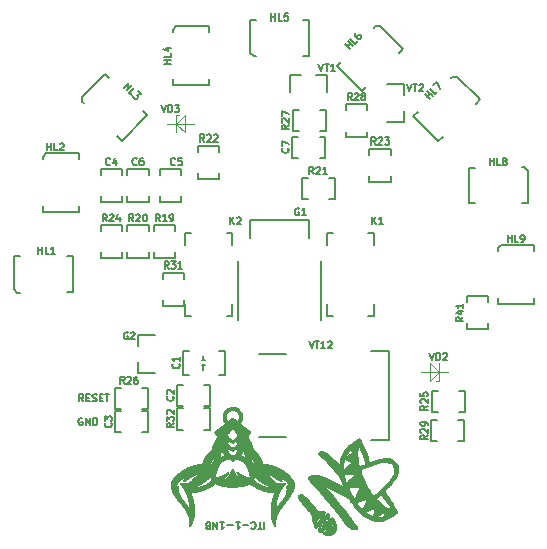
<source format=gbr>
G04 #@! TF.GenerationSoftware,KiCad,Pcbnew,(5.1.2-1)-1*
G04 #@! TF.CreationDate,2021-08-17T23:27:44+03:00*
G04 #@! TF.ProjectId,ITC-1,4954432d-312e-46b6-9963-61645f706362,rev?*
G04 #@! TF.SameCoordinates,Original*
G04 #@! TF.FileFunction,Legend,Top*
G04 #@! TF.FilePolarity,Positive*
%FSLAX46Y46*%
G04 Gerber Fmt 4.6, Leading zero omitted, Abs format (unit mm)*
G04 Created by KiCad (PCBNEW (5.1.2-1)-1) date 2021-08-17 23:27:44*
%MOMM*%
%LPD*%
G04 APERTURE LIST*
%ADD10C,0.150000*%
%ADD11C,0.120000*%
G04 APERTURE END LIST*
D10*
X83292857Y-87200000D02*
X83235714Y-87171428D01*
X83150000Y-87171428D01*
X83064285Y-87200000D01*
X83007142Y-87257142D01*
X82978571Y-87314285D01*
X82950000Y-87428571D01*
X82950000Y-87514285D01*
X82978571Y-87628571D01*
X83007142Y-87685714D01*
X83064285Y-87742857D01*
X83150000Y-87771428D01*
X83207142Y-87771428D01*
X83292857Y-87742857D01*
X83321428Y-87714285D01*
X83321428Y-87514285D01*
X83207142Y-87514285D01*
X83578571Y-87771428D02*
X83578571Y-87171428D01*
X83921428Y-87771428D01*
X83921428Y-87171428D01*
X84207142Y-87771428D02*
X84207142Y-87171428D01*
X84350000Y-87171428D01*
X84435714Y-87200000D01*
X84492857Y-87257142D01*
X84521428Y-87314285D01*
X84550000Y-87428571D01*
X84550000Y-87514285D01*
X84521428Y-87628571D01*
X84492857Y-87685714D01*
X84435714Y-87742857D01*
X84350000Y-87771428D01*
X84207142Y-87771428D01*
X83378571Y-85771428D02*
X83178571Y-85485714D01*
X83035714Y-85771428D02*
X83035714Y-85171428D01*
X83264285Y-85171428D01*
X83321428Y-85200000D01*
X83350000Y-85228571D01*
X83378571Y-85285714D01*
X83378571Y-85371428D01*
X83350000Y-85428571D01*
X83321428Y-85457142D01*
X83264285Y-85485714D01*
X83035714Y-85485714D01*
X83635714Y-85457142D02*
X83835714Y-85457142D01*
X83921428Y-85771428D02*
X83635714Y-85771428D01*
X83635714Y-85171428D01*
X83921428Y-85171428D01*
X84150000Y-85742857D02*
X84235714Y-85771428D01*
X84378571Y-85771428D01*
X84435714Y-85742857D01*
X84464285Y-85714285D01*
X84492857Y-85657142D01*
X84492857Y-85600000D01*
X84464285Y-85542857D01*
X84435714Y-85514285D01*
X84378571Y-85485714D01*
X84264285Y-85457142D01*
X84207142Y-85428571D01*
X84178571Y-85400000D01*
X84150000Y-85342857D01*
X84150000Y-85285714D01*
X84178571Y-85228571D01*
X84207142Y-85200000D01*
X84264285Y-85171428D01*
X84407142Y-85171428D01*
X84492857Y-85200000D01*
X84750000Y-85457142D02*
X84950000Y-85457142D01*
X85035714Y-85771428D02*
X84750000Y-85771428D01*
X84750000Y-85171428D01*
X85035714Y-85171428D01*
X85207142Y-85171428D02*
X85550000Y-85171428D01*
X85378571Y-85771428D02*
X85378571Y-85171428D01*
X98692857Y-95978571D02*
X98692857Y-96578571D01*
X98492857Y-96578571D02*
X98150000Y-96578571D01*
X98321428Y-95978571D02*
X98321428Y-96578571D01*
X97607142Y-96035714D02*
X97635714Y-96007142D01*
X97721428Y-95978571D01*
X97778571Y-95978571D01*
X97864285Y-96007142D01*
X97921428Y-96064285D01*
X97950000Y-96121428D01*
X97978571Y-96235714D01*
X97978571Y-96321428D01*
X97950000Y-96435714D01*
X97921428Y-96492857D01*
X97864285Y-96550000D01*
X97778571Y-96578571D01*
X97721428Y-96578571D01*
X97635714Y-96550000D01*
X97607142Y-96521428D01*
X97350000Y-96207142D02*
X96892857Y-96207142D01*
X96292857Y-95978571D02*
X96635714Y-95978571D01*
X96464285Y-95978571D02*
X96464285Y-96578571D01*
X96521428Y-96492857D01*
X96578571Y-96435714D01*
X96635714Y-96407142D01*
X96035714Y-96207142D02*
X95578571Y-96207142D01*
X94978571Y-95978571D02*
X95321428Y-95978571D01*
X95150000Y-95978571D02*
X95150000Y-96578571D01*
X95207142Y-96492857D01*
X95264285Y-96435714D01*
X95321428Y-96407142D01*
X94721428Y-95978571D02*
X94721428Y-96578571D01*
X94378571Y-95978571D01*
X94378571Y-96578571D01*
X94007142Y-96321428D02*
X94064285Y-96350000D01*
X94092857Y-96378571D01*
X94121428Y-96435714D01*
X94121428Y-96464285D01*
X94092857Y-96521428D01*
X94064285Y-96550000D01*
X94007142Y-96578571D01*
X93892857Y-96578571D01*
X93835714Y-96550000D01*
X93807142Y-96521428D01*
X93778571Y-96464285D01*
X93778571Y-96435714D01*
X93807142Y-96378571D01*
X93835714Y-96350000D01*
X93892857Y-96321428D01*
X94007142Y-96321428D01*
X94064285Y-96292857D01*
X94092857Y-96264285D01*
X94121428Y-96207142D01*
X94121428Y-96092857D01*
X94092857Y-96035714D01*
X94064285Y-96007142D01*
X94007142Y-95978571D01*
X93892857Y-95978571D01*
X93835714Y-96007142D01*
X93807142Y-96035714D01*
X93778571Y-96092857D01*
X93778571Y-96207142D01*
X93807142Y-96264285D01*
X93835714Y-96292857D01*
X93892857Y-96321428D01*
X90100000Y-77675000D02*
X90100000Y-77175000D01*
X91900000Y-77675000D02*
X91900000Y-77175000D01*
X91900000Y-77675000D02*
X90100000Y-77675000D01*
X90100000Y-74875000D02*
X90100000Y-75375000D01*
X91900000Y-74875000D02*
X90100000Y-74875000D01*
X91900000Y-74875000D02*
X91900000Y-75375000D01*
D11*
X92750000Y-62250000D02*
X90500000Y-62250000D01*
X91250000Y-61500000D02*
X91500000Y-61500000D01*
X91250000Y-63000000D02*
X91250000Y-61500000D01*
X91250000Y-62250000D02*
X92000000Y-63000000D01*
X92000000Y-61500000D02*
X91250000Y-62250000D01*
X92000000Y-63000000D02*
X92000000Y-61500000D01*
X112000000Y-83250000D02*
X114250000Y-83250000D01*
X113500000Y-84000000D02*
X113250000Y-84000000D01*
X113500000Y-82500000D02*
X113500000Y-84000000D01*
X113500000Y-83250000D02*
X112750000Y-82500000D01*
X112750000Y-84000000D02*
X113500000Y-83250000D01*
X112750000Y-82500000D02*
X112750000Y-84000000D01*
D10*
X101075000Y-63350000D02*
X101575000Y-63350000D01*
X101075000Y-65150000D02*
X101575000Y-65150000D01*
X101075000Y-65150000D02*
X101075000Y-63350000D01*
X103875000Y-63350000D02*
X103375000Y-63350000D01*
X103875000Y-65150000D02*
X103875000Y-63350000D01*
X103875000Y-65150000D02*
X103375000Y-65150000D01*
X112825000Y-87350000D02*
X113325000Y-87350000D01*
X112825000Y-89150000D02*
X113325000Y-89150000D01*
X112825000Y-89150000D02*
X112825000Y-87350000D01*
X115625000Y-87350000D02*
X115125000Y-87350000D01*
X115625000Y-89150000D02*
X115625000Y-87350000D01*
X115625000Y-89150000D02*
X115125000Y-89150000D01*
X107600000Y-67175000D02*
X107600000Y-66675000D01*
X109400000Y-67175000D02*
X109400000Y-66675000D01*
X109400000Y-67175000D02*
X107600000Y-67175000D01*
X107600000Y-64375000D02*
X107600000Y-64875000D01*
X109400000Y-64375000D02*
X107600000Y-64375000D01*
X109400000Y-64375000D02*
X109400000Y-64875000D01*
X109250000Y-81500000D02*
X109250000Y-89000000D01*
X107750000Y-89000000D02*
X109250000Y-89000000D01*
X109250000Y-81500000D02*
X107750000Y-81500000D01*
X100500000Y-81750000D02*
X98250000Y-81750000D01*
X100500000Y-88750000D02*
X98250000Y-88750000D01*
X93550000Y-81900000D02*
X93550000Y-82275000D01*
X93550000Y-82700000D02*
X93550000Y-83075000D01*
X93700000Y-82300000D02*
X93390000Y-82300000D01*
X93700000Y-82700000D02*
X93390000Y-82700000D01*
X95350000Y-81500000D02*
X95350000Y-83500000D01*
X91800000Y-83500000D02*
X91800000Y-81500000D01*
X91800000Y-83500000D02*
X92300000Y-83500000D01*
X95350000Y-83500000D02*
X94850000Y-83500000D01*
X91800000Y-81500000D02*
X92300000Y-81500000D01*
X95350000Y-81500000D02*
X94850000Y-81500000D01*
X115675000Y-86650000D02*
X115175000Y-86650000D01*
X115675000Y-84850000D02*
X115175000Y-84850000D01*
X115675000Y-84850000D02*
X115675000Y-86650000D01*
X112875000Y-86650000D02*
X113375000Y-86650000D01*
X112875000Y-84850000D02*
X112875000Y-86650000D01*
X112875000Y-84850000D02*
X113375000Y-84850000D01*
X88900000Y-66075000D02*
X88900000Y-66575000D01*
X87100000Y-66075000D02*
X87100000Y-66575000D01*
X87100000Y-66075000D02*
X88900000Y-66075000D01*
X88900000Y-68875000D02*
X88900000Y-68375000D01*
X87100000Y-68875000D02*
X88900000Y-68875000D01*
X87100000Y-68875000D02*
X87100000Y-68375000D01*
X91650000Y-66075000D02*
X91650000Y-66575000D01*
X89850000Y-66075000D02*
X89850000Y-66575000D01*
X89850000Y-66075000D02*
X91650000Y-66075000D01*
X91650000Y-68875000D02*
X91650000Y-68375000D01*
X89850000Y-68875000D02*
X91650000Y-68875000D01*
X89850000Y-68875000D02*
X89850000Y-68375000D01*
X86650000Y-66075000D02*
X86650000Y-66575000D01*
X84850000Y-66075000D02*
X84850000Y-66575000D01*
X84850000Y-66075000D02*
X86650000Y-66075000D01*
X86650000Y-68875000D02*
X86650000Y-68375000D01*
X84850000Y-68875000D02*
X86650000Y-68875000D01*
X84850000Y-68875000D02*
X84850000Y-68375000D01*
X86075000Y-86600000D02*
X86575000Y-86600000D01*
X86075000Y-88400000D02*
X86575000Y-88400000D01*
X86075000Y-88400000D02*
X86075000Y-86600000D01*
X88875000Y-86600000D02*
X88375000Y-86600000D01*
X88875000Y-88400000D02*
X88875000Y-86600000D01*
X88875000Y-88400000D02*
X88375000Y-88400000D01*
X86650000Y-70825000D02*
X86650000Y-71325000D01*
X84850000Y-70825000D02*
X84850000Y-71325000D01*
X84850000Y-70825000D02*
X86650000Y-70825000D01*
X86650000Y-73625000D02*
X86650000Y-73125000D01*
X84850000Y-73625000D02*
X86650000Y-73625000D01*
X84850000Y-73625000D02*
X84850000Y-73125000D01*
X88900000Y-70825000D02*
X88900000Y-71325000D01*
X87100000Y-70825000D02*
X87100000Y-71325000D01*
X87100000Y-70825000D02*
X88900000Y-70825000D01*
X88900000Y-73625000D02*
X88900000Y-73125000D01*
X87100000Y-73625000D02*
X88900000Y-73625000D01*
X87100000Y-73625000D02*
X87100000Y-73125000D01*
X91150000Y-70825000D02*
X91150000Y-71325000D01*
X89350000Y-70825000D02*
X89350000Y-71325000D01*
X89350000Y-70825000D02*
X91150000Y-70825000D01*
X91150000Y-73625000D02*
X91150000Y-73125000D01*
X89350000Y-73625000D02*
X91150000Y-73625000D01*
X89350000Y-73625000D02*
X89350000Y-73125000D01*
X118450000Y-72800000D02*
X118750000Y-72500000D01*
X118450000Y-73000000D02*
X118450000Y-72800000D01*
X121500000Y-72500000D02*
X118750000Y-72500000D01*
X121500000Y-72500000D02*
X121500000Y-73000000D01*
X121500000Y-77500000D02*
X121500000Y-77000000D01*
X118500000Y-77500000D02*
X118500000Y-77000000D01*
X118500000Y-77500000D02*
X121500000Y-77500000D01*
X120700000Y-65950000D02*
X121000000Y-66250000D01*
X120500000Y-65950000D02*
X120700000Y-65950000D01*
X121000000Y-69000000D02*
X121000000Y-66250000D01*
X121000000Y-69000000D02*
X120500000Y-69000000D01*
X116000000Y-69000000D02*
X116500000Y-69000000D01*
X116000000Y-66000000D02*
X116500000Y-66000000D01*
X116000000Y-66000000D02*
X116000000Y-69000000D01*
X114606066Y-58262563D02*
X115030330Y-58262563D01*
X114464645Y-58403984D02*
X114606066Y-58262563D01*
X116974874Y-60207107D02*
X115030330Y-58262563D01*
X116974874Y-60207107D02*
X116621320Y-60560660D01*
X113439340Y-63742641D02*
X113792893Y-63389087D01*
X111318019Y-61621320D02*
X111671573Y-61267767D01*
X111318019Y-61621320D02*
X113439340Y-63742641D01*
X108106066Y-54012563D02*
X108530330Y-54012563D01*
X107964645Y-54153984D02*
X108106066Y-54012563D01*
X110474874Y-55957107D02*
X108530330Y-54012563D01*
X110474874Y-55957107D02*
X110121320Y-56310660D01*
X106939340Y-59492641D02*
X107292893Y-59139087D01*
X104818019Y-57371320D02*
X105171573Y-57017767D01*
X104818019Y-57371320D02*
X106939340Y-59492641D01*
X97800000Y-56550000D02*
X97500000Y-56250000D01*
X98000000Y-56550000D02*
X97800000Y-56550000D01*
X97500000Y-53500000D02*
X97500000Y-56250000D01*
X97500000Y-53500000D02*
X98000000Y-53500000D01*
X102500000Y-53500000D02*
X102000000Y-53500000D01*
X102500000Y-56500000D02*
X102000000Y-56500000D01*
X102500000Y-56500000D02*
X102500000Y-53500000D01*
X90950000Y-54300000D02*
X91250000Y-54000000D01*
X90950000Y-54500000D02*
X90950000Y-54300000D01*
X94000000Y-54000000D02*
X91250000Y-54000000D01*
X94000000Y-54000000D02*
X94000000Y-54500000D01*
X94000000Y-59000000D02*
X94000000Y-58500000D01*
X91000000Y-59000000D02*
X91000000Y-58500000D01*
X91000000Y-59000000D02*
X94000000Y-59000000D01*
X83262563Y-60393934D02*
X83262563Y-59969670D01*
X83403984Y-60535355D02*
X83262563Y-60393934D01*
X85207107Y-58025126D02*
X83262563Y-59969670D01*
X85207107Y-58025126D02*
X85560660Y-58378680D01*
X88742641Y-61560660D02*
X88389087Y-61207107D01*
X86621320Y-63681981D02*
X86267767Y-63328427D01*
X86621320Y-63681981D02*
X88742641Y-61560660D01*
X79950000Y-65050000D02*
X80250000Y-64750000D01*
X79950000Y-65250000D02*
X79950000Y-65050000D01*
X83000000Y-64750000D02*
X80250000Y-64750000D01*
X83000000Y-64750000D02*
X83000000Y-65250000D01*
X83000000Y-69750000D02*
X83000000Y-69250000D01*
X80000000Y-69750000D02*
X80000000Y-69250000D01*
X80000000Y-69750000D02*
X83000000Y-69750000D01*
X77800000Y-76550000D02*
X77500000Y-76250000D01*
X78000000Y-76550000D02*
X77800000Y-76550000D01*
X77500000Y-73500000D02*
X77500000Y-76250000D01*
X77500000Y-73500000D02*
X78000000Y-73500000D01*
X82500000Y-73500000D02*
X82000000Y-73500000D01*
X82500000Y-76500000D02*
X82000000Y-76500000D01*
X82500000Y-76500000D02*
X82500000Y-73500000D01*
X91325000Y-84350000D02*
X91825000Y-84350000D01*
X91325000Y-86150000D02*
X91825000Y-86150000D01*
X91325000Y-86150000D02*
X91325000Y-84350000D01*
X94125000Y-84350000D02*
X93625000Y-84350000D01*
X94125000Y-86150000D02*
X94125000Y-84350000D01*
X94125000Y-86150000D02*
X93625000Y-86150000D01*
X105600000Y-63425000D02*
X105600000Y-62925000D01*
X107400000Y-63425000D02*
X107400000Y-62925000D01*
X107400000Y-63425000D02*
X105600000Y-63425000D01*
X105600000Y-60625000D02*
X105600000Y-61125000D01*
X107400000Y-60625000D02*
X105600000Y-60625000D01*
X107400000Y-60625000D02*
X107400000Y-61125000D01*
X103925000Y-62900000D02*
X103425000Y-62900000D01*
X103925000Y-61100000D02*
X103425000Y-61100000D01*
X103925000Y-61100000D02*
X103925000Y-62900000D01*
X101125000Y-62900000D02*
X101625000Y-62900000D01*
X101125000Y-61100000D02*
X101125000Y-62900000D01*
X101125000Y-61100000D02*
X101625000Y-61100000D01*
X91325000Y-86350000D02*
X91825000Y-86350000D01*
X91325000Y-88150000D02*
X91825000Y-88150000D01*
X91325000Y-88150000D02*
X91325000Y-86350000D01*
X94125000Y-86350000D02*
X93625000Y-86350000D01*
X94125000Y-88150000D02*
X94125000Y-86350000D01*
X94125000Y-88150000D02*
X93625000Y-88150000D01*
X87990000Y-83330000D02*
X89450000Y-83330000D01*
X87990000Y-80170000D02*
X89450000Y-80170000D01*
X87990000Y-83330000D02*
X87990000Y-82400000D01*
X87990000Y-80170000D02*
X87990000Y-81100000D01*
X110510000Y-58920000D02*
X109050000Y-58920000D01*
X110510000Y-62080000D02*
X109050000Y-62080000D01*
X110510000Y-58920000D02*
X110510000Y-59850000D01*
X110510000Y-62080000D02*
X110510000Y-61150000D01*
X104675000Y-68650000D02*
X104175000Y-68650000D01*
X104675000Y-66850000D02*
X104175000Y-66850000D01*
X104675000Y-66850000D02*
X104675000Y-68650000D01*
X101875000Y-68650000D02*
X102375000Y-68650000D01*
X101875000Y-66850000D02*
X101875000Y-68650000D01*
X101875000Y-66850000D02*
X102375000Y-66850000D01*
X93100000Y-66925000D02*
X93100000Y-66425000D01*
X94900000Y-66925000D02*
X94900000Y-66425000D01*
X94900000Y-66925000D02*
X93100000Y-66925000D01*
X93100000Y-64125000D02*
X93100000Y-64625000D01*
X94900000Y-64125000D02*
X93100000Y-64125000D01*
X94900000Y-64125000D02*
X94900000Y-64625000D01*
X86075000Y-84600000D02*
X86575000Y-84600000D01*
X86075000Y-86400000D02*
X86575000Y-86400000D01*
X86075000Y-86400000D02*
X86075000Y-84600000D01*
X88875000Y-84600000D02*
X88375000Y-84600000D01*
X88875000Y-86400000D02*
X88875000Y-84600000D01*
X88875000Y-86400000D02*
X88375000Y-86400000D01*
X97500000Y-70400000D02*
X102500000Y-70400000D01*
X102500000Y-71900000D02*
X102500000Y-70400000D01*
X97500000Y-70400000D02*
X97500000Y-71900000D01*
X96500000Y-73900000D02*
X96500000Y-78900000D01*
X103500000Y-73900000D02*
X103500000Y-78900000D01*
X100870000Y-58140000D02*
X100870000Y-59600000D01*
X104030000Y-58140000D02*
X104030000Y-59600000D01*
X100870000Y-58140000D02*
X101800000Y-58140000D01*
X104030000Y-58140000D02*
X103100000Y-58140000D01*
X117650000Y-76825000D02*
X117650000Y-77325000D01*
X115850000Y-76825000D02*
X115850000Y-77325000D01*
X115850000Y-76825000D02*
X117650000Y-76825000D01*
X117650000Y-79625000D02*
X117650000Y-79125000D01*
X115850000Y-79625000D02*
X117650000Y-79625000D01*
X115850000Y-79625000D02*
X115850000Y-79125000D01*
G36*
X104646959Y-96844150D02*
G01*
X104494970Y-96986361D01*
X104295589Y-97068261D01*
X104057993Y-97082895D01*
X103911456Y-97059064D01*
X103799226Y-97025913D01*
X103756417Y-96992746D01*
X103759997Y-96964297D01*
X103800704Y-96919125D01*
X103894281Y-96832249D01*
X104027777Y-96715226D01*
X104188243Y-96579609D01*
X104228560Y-96546212D01*
X104394475Y-96412305D01*
X104539388Y-96300940D01*
X104649888Y-96222014D01*
X104712563Y-96185428D01*
X104719209Y-96184058D01*
X104746943Y-96224259D01*
X104766559Y-96323690D01*
X104772063Y-96406621D01*
X104742383Y-96648584D01*
X104646959Y-96844150D01*
X104646959Y-96844150D01*
G37*
X104646959Y-96844150D02*
X104494970Y-96986361D01*
X104295589Y-97068261D01*
X104057993Y-97082895D01*
X103911456Y-97059064D01*
X103799226Y-97025913D01*
X103756417Y-96992746D01*
X103759997Y-96964297D01*
X103800704Y-96919125D01*
X103894281Y-96832249D01*
X104027777Y-96715226D01*
X104188243Y-96579609D01*
X104228560Y-96546212D01*
X104394475Y-96412305D01*
X104539388Y-96300940D01*
X104649888Y-96222014D01*
X104712563Y-96185428D01*
X104719209Y-96184058D01*
X104746943Y-96224259D01*
X104766559Y-96323690D01*
X104772063Y-96406621D01*
X104742383Y-96648584D01*
X104646959Y-96844150D01*
G36*
X104139510Y-96412811D02*
G01*
X103954082Y-96562696D01*
X103788516Y-96691431D01*
X103654864Y-96790044D01*
X103565178Y-96849563D01*
X103534516Y-96863173D01*
X103427061Y-96825102D01*
X103342650Y-96732981D01*
X103310329Y-96628214D01*
X103317676Y-96543665D01*
X103357796Y-96517064D01*
X103375368Y-96516592D01*
X103470845Y-96534045D01*
X103532418Y-96554882D01*
X103622148Y-96579314D01*
X103667895Y-96549802D01*
X103679217Y-96454923D01*
X103675335Y-96384113D01*
X103661184Y-96205454D01*
X103817523Y-96238328D01*
X103950616Y-96261485D01*
X104018859Y-96251409D01*
X104039193Y-96196757D01*
X104029967Y-96096047D01*
X104025521Y-95983120D01*
X104061501Y-95934587D01*
X104149423Y-95943695D01*
X104235543Y-95975521D01*
X104335222Y-95992531D01*
X104392211Y-95955073D01*
X104393944Y-95890206D01*
X104383181Y-95798360D01*
X104385266Y-95728245D01*
X104405081Y-95657999D01*
X104457699Y-95655641D01*
X104473415Y-95661660D01*
X104545635Y-95720386D01*
X104615077Y-95819210D01*
X104619707Y-95828110D01*
X104687323Y-95961972D01*
X104139510Y-96412811D01*
X104139510Y-96412811D01*
G37*
X104139510Y-96412811D02*
X103954082Y-96562696D01*
X103788516Y-96691431D01*
X103654864Y-96790044D01*
X103565178Y-96849563D01*
X103534516Y-96863173D01*
X103427061Y-96825102D01*
X103342650Y-96732981D01*
X103310329Y-96628214D01*
X103317676Y-96543665D01*
X103357796Y-96517064D01*
X103375368Y-96516592D01*
X103470845Y-96534045D01*
X103532418Y-96554882D01*
X103622148Y-96579314D01*
X103667895Y-96549802D01*
X103679217Y-96454923D01*
X103675335Y-96384113D01*
X103661184Y-96205454D01*
X103817523Y-96238328D01*
X103950616Y-96261485D01*
X104018859Y-96251409D01*
X104039193Y-96196757D01*
X104029967Y-96096047D01*
X104025521Y-95983120D01*
X104061501Y-95934587D01*
X104149423Y-95943695D01*
X104235543Y-95975521D01*
X104335222Y-95992531D01*
X104392211Y-95955073D01*
X104393944Y-95890206D01*
X104383181Y-95798360D01*
X104385266Y-95728245D01*
X104405081Y-95657999D01*
X104457699Y-95655641D01*
X104473415Y-95661660D01*
X104545635Y-95720386D01*
X104615077Y-95819210D01*
X104619707Y-95828110D01*
X104687323Y-95961972D01*
X104139510Y-96412811D01*
G36*
X104138932Y-95769260D02*
G01*
X104078577Y-95760182D01*
X104039521Y-95748506D01*
X103919681Y-95730872D01*
X103854553Y-95773879D01*
X103836911Y-95884050D01*
X103839609Y-95929086D01*
X103852100Y-96068711D01*
X103681264Y-96038824D01*
X103559388Y-96027323D01*
X103498299Y-96058296D01*
X103482097Y-96147265D01*
X103486752Y-96228741D01*
X103490843Y-96309296D01*
X103471650Y-96347414D01*
X103409737Y-96352154D01*
X103285670Y-96332576D01*
X103269964Y-96329784D01*
X103181244Y-96325142D01*
X103142697Y-96367805D01*
X103132221Y-96417859D01*
X103113237Y-96489998D01*
X103084445Y-96486139D01*
X103077470Y-96477859D01*
X103020887Y-96390291D01*
X102976743Y-96298573D01*
X102960971Y-96236822D01*
X102962396Y-96231482D01*
X102997837Y-96198045D01*
X103086898Y-96121978D01*
X103217184Y-96013664D01*
X103376301Y-95883488D01*
X103423377Y-95845307D01*
X103597009Y-95703561D01*
X103753655Y-95573501D01*
X103877919Y-95468064D01*
X103954404Y-95400183D01*
X103962221Y-95392640D01*
X104063121Y-95329785D01*
X104146107Y-95343382D01*
X104195121Y-95425237D01*
X104200941Y-95514431D01*
X104189047Y-95662432D01*
X104172066Y-95742026D01*
X104138932Y-95769260D01*
X104138932Y-95769260D01*
G37*
X104138932Y-95769260D02*
X104078577Y-95760182D01*
X104039521Y-95748506D01*
X103919681Y-95730872D01*
X103854553Y-95773879D01*
X103836911Y-95884050D01*
X103839609Y-95929086D01*
X103852100Y-96068711D01*
X103681264Y-96038824D01*
X103559388Y-96027323D01*
X103498299Y-96058296D01*
X103482097Y-96147265D01*
X103486752Y-96228741D01*
X103490843Y-96309296D01*
X103471650Y-96347414D01*
X103409737Y-96352154D01*
X103285670Y-96332576D01*
X103269964Y-96329784D01*
X103181244Y-96325142D01*
X103142697Y-96367805D01*
X103132221Y-96417859D01*
X103113237Y-96489998D01*
X103084445Y-96486139D01*
X103077470Y-96477859D01*
X103020887Y-96390291D01*
X102976743Y-96298573D01*
X102960971Y-96236822D01*
X102962396Y-96231482D01*
X102997837Y-96198045D01*
X103086898Y-96121978D01*
X103217184Y-96013664D01*
X103376301Y-95883488D01*
X103423377Y-95845307D01*
X103597009Y-95703561D01*
X103753655Y-95573501D01*
X103877919Y-95468064D01*
X103954404Y-95400183D01*
X103962221Y-95392640D01*
X104063121Y-95329785D01*
X104146107Y-95343382D01*
X104195121Y-95425237D01*
X104200941Y-95514431D01*
X104189047Y-95662432D01*
X104172066Y-95742026D01*
X104138932Y-95769260D01*
G36*
X109893616Y-95247924D02*
G01*
X109796351Y-95319424D01*
X109710879Y-95372590D01*
X109573384Y-95457172D01*
X109450235Y-95540786D01*
X109399700Y-95579410D01*
X109275706Y-95658061D01*
X109100036Y-95740123D01*
X108904240Y-95813466D01*
X108719869Y-95865958D01*
X108606315Y-95884479D01*
X108210213Y-95881904D01*
X107838383Y-95811595D01*
X107484768Y-95670327D01*
X107143317Y-95454881D01*
X106807978Y-95162033D01*
X106472697Y-94788561D01*
X106417008Y-94719024D01*
X106287787Y-94550424D01*
X106167531Y-94384975D01*
X106073447Y-94246747D01*
X106037057Y-94187492D01*
X105940283Y-94054177D01*
X105821287Y-93937426D01*
X105784094Y-93910236D01*
X105699184Y-93860010D01*
X105559858Y-93783427D01*
X105377397Y-93686209D01*
X105163078Y-93574077D01*
X104928182Y-93452754D01*
X104683987Y-93327962D01*
X104441772Y-93205419D01*
X104212818Y-93090851D01*
X104008401Y-92989977D01*
X103839803Y-92908520D01*
X103718302Y-92852201D01*
X103655178Y-92826742D01*
X103648898Y-92827100D01*
X103677802Y-92863262D01*
X103754967Y-92954777D01*
X103873087Y-93093116D01*
X104024855Y-93269752D01*
X104202963Y-93476157D01*
X104399688Y-93703322D01*
X104679073Y-94029297D01*
X104957355Y-94361275D01*
X105229454Y-94692616D01*
X105490297Y-95016680D01*
X105734805Y-95326826D01*
X105957903Y-95616413D01*
X106154515Y-95878801D01*
X106319563Y-96107350D01*
X106447972Y-96295418D01*
X106534666Y-96436365D01*
X106574567Y-96523551D01*
X106573846Y-96547400D01*
X106489609Y-96587534D01*
X106356109Y-96590452D01*
X106199810Y-96556804D01*
X106145694Y-96536949D01*
X106026866Y-96478661D01*
X105908199Y-96397791D01*
X105780584Y-96285302D01*
X105634917Y-96132155D01*
X105462088Y-95929310D01*
X105252994Y-95667730D01*
X105194772Y-95593109D01*
X104574487Y-94811556D01*
X103933667Y-94034940D01*
X103296728Y-93292619D01*
X103045131Y-93008088D01*
X102824049Y-92757440D01*
X102658293Y-92562398D01*
X102544016Y-92418012D01*
X102477372Y-92319333D01*
X102454511Y-92261411D01*
X102456033Y-92250113D01*
X102525785Y-92175073D01*
X102654045Y-92111570D01*
X102814715Y-92067837D01*
X102981702Y-92052107D01*
X103064771Y-92058074D01*
X103267914Y-92102879D01*
X103529812Y-92183843D01*
X103835621Y-92295274D01*
X104170495Y-92431482D01*
X104519592Y-92586775D01*
X104817531Y-92730083D01*
X105026460Y-92833395D01*
X105207697Y-92921244D01*
X105348298Y-92987503D01*
X105435318Y-93026035D01*
X105457417Y-93033227D01*
X105451291Y-92993141D01*
X105420883Y-92890536D01*
X105371469Y-92742238D01*
X105325267Y-92611593D01*
X105272868Y-92470114D01*
X105224133Y-92353359D01*
X105170050Y-92247953D01*
X105101610Y-92140518D01*
X105009802Y-92017680D01*
X104885614Y-91866061D01*
X104720035Y-91672286D01*
X104595902Y-91528870D01*
X104395038Y-91300603D01*
X104186517Y-91069532D01*
X103985978Y-90852581D01*
X103809065Y-90666675D01*
X103673085Y-90530341D01*
X103535987Y-90394447D01*
X103425520Y-90277252D01*
X103353995Y-90192332D01*
X103333027Y-90155255D01*
X103372032Y-90115814D01*
X103454423Y-90087892D01*
X103620617Y-90081286D01*
X103798600Y-90125807D01*
X103994944Y-90225556D01*
X104216225Y-90384630D01*
X104469016Y-90607132D01*
X104759892Y-90897160D01*
X104771496Y-90909267D01*
X104903624Y-91045859D01*
X105014436Y-91157702D01*
X105090855Y-91231765D01*
X105118684Y-91255169D01*
X105134099Y-91223164D01*
X105146369Y-91128938D01*
X105151618Y-91028249D01*
X105191694Y-90761853D01*
X105293612Y-90466172D01*
X105449252Y-90159600D01*
X105650492Y-89860532D01*
X105688794Y-89811583D01*
X105804816Y-89672855D01*
X105909865Y-89558369D01*
X105987265Y-89485873D01*
X106007687Y-89472133D01*
X106088339Y-89421162D01*
X106195592Y-89340331D01*
X106216232Y-89323371D01*
X105984930Y-89881785D01*
X105927629Y-89872732D01*
X105884999Y-89909097D01*
X105872964Y-89925770D01*
X105761229Y-90097883D01*
X105676522Y-90251044D01*
X105625495Y-90370991D01*
X105614800Y-90443463D01*
X105625248Y-90456927D01*
X105683430Y-90445142D01*
X105742604Y-90407284D01*
X105824454Y-90353778D01*
X105951501Y-90284664D01*
X106051793Y-90235783D01*
X106094486Y-90212959D01*
X105842310Y-90821765D01*
X105490312Y-90675962D01*
X105444501Y-90786560D01*
X105419126Y-90884125D01*
X105396469Y-91034051D01*
X105381395Y-91204060D01*
X105381298Y-91205765D01*
X105377068Y-91360046D01*
X105382099Y-91479662D01*
X105395280Y-91541048D01*
X105397173Y-91543226D01*
X105457855Y-91542082D01*
X105566866Y-91484274D01*
X105715275Y-91375508D01*
X105878321Y-91235890D01*
X105988676Y-91140661D01*
X106077386Y-91072588D01*
X106120886Y-91048140D01*
X106175593Y-91022440D01*
X106148113Y-90976438D01*
X106038452Y-90910140D01*
X105846620Y-90823552D01*
X105842310Y-90821765D01*
X106094486Y-90212959D01*
X106177770Y-90168431D01*
X106249701Y-90110749D01*
X106259604Y-90081172D01*
X106212212Y-90030064D01*
X106120071Y-89960898D01*
X106084252Y-89937816D01*
X105984930Y-89881785D01*
X106216232Y-89323371D01*
X106231767Y-89310606D01*
X106362243Y-89214659D01*
X106517882Y-89118696D01*
X106574898Y-89088190D01*
X106772193Y-88988650D01*
X106847226Y-89098707D01*
X106687988Y-89483142D01*
X106663231Y-89534237D01*
X106661540Y-89545901D01*
X106645989Y-89635884D01*
X106619714Y-89761487D01*
X106613374Y-89789423D01*
X106582142Y-90020814D01*
X106577959Y-90308564D01*
X106599911Y-90629115D01*
X106647078Y-90958910D01*
X106661926Y-91036211D01*
X106697364Y-91211417D01*
X106384087Y-91967737D01*
X106346487Y-91958035D01*
X106271540Y-91947963D01*
X106146522Y-91936044D01*
X105958712Y-91920805D01*
X105782146Y-91907305D01*
X105633144Y-91895793D01*
X105514352Y-91886150D01*
X105459020Y-91881192D01*
X105435496Y-91914790D01*
X105436569Y-92012854D01*
X105459684Y-92159655D01*
X105502288Y-92339465D01*
X105561825Y-92536556D01*
X105568820Y-92557217D01*
X105614598Y-92673929D01*
X105655960Y-92751366D01*
X105671504Y-92767151D01*
X105715203Y-92745041D01*
X105778733Y-92671568D01*
X105795704Y-92646766D01*
X105880620Y-92533340D01*
X105968149Y-92439890D01*
X105974422Y-92434410D01*
X106071700Y-92345462D01*
X106178929Y-92238387D01*
X106279657Y-92130930D01*
X106357432Y-92040835D01*
X106395804Y-91985847D01*
X106397064Y-91978541D01*
X106384087Y-91967737D01*
X106697364Y-91211417D01*
X106730418Y-91374835D01*
X106971154Y-91278851D01*
X107110376Y-91219439D01*
X107222781Y-91164519D01*
X107272940Y-91133863D01*
X107303783Y-91057313D01*
X107291868Y-90910927D01*
X107237017Y-90693996D01*
X107139051Y-90405812D01*
X107000803Y-90052999D01*
X106888839Y-89791870D01*
X106799945Y-89610694D01*
X106733278Y-89508207D01*
X106687988Y-89483142D01*
X106847226Y-89098707D01*
X106854529Y-89109419D01*
X106910195Y-89210142D01*
X106986369Y-89374285D01*
X107076511Y-89585035D01*
X107174079Y-89825585D01*
X107272535Y-90079121D01*
X107365336Y-90328832D01*
X107445943Y-90557910D01*
X107507814Y-90749542D01*
X107542315Y-90877184D01*
X107565662Y-90955159D01*
X107607772Y-90978824D01*
X107699637Y-90966671D01*
X107811510Y-90937404D01*
X107962977Y-90887642D01*
X108079011Y-90844487D01*
X108227779Y-90790090D01*
X108358852Y-90749279D01*
X108427641Y-90733704D01*
X108530146Y-90717403D01*
X108671287Y-90691818D01*
X108734344Y-90679606D01*
X108948893Y-90653177D01*
X109165334Y-90653416D01*
X109350399Y-90679273D01*
X109420431Y-90701337D01*
X109513034Y-90752303D01*
X109418669Y-90980120D01*
X109331850Y-90952328D01*
X109116983Y-90908180D01*
X108880880Y-90900822D01*
X108613019Y-90931996D01*
X108302877Y-91003443D01*
X107939931Y-91116905D01*
X107609109Y-91237327D01*
X107368840Y-91331495D01*
X107156071Y-91419711D01*
X106983489Y-91496319D01*
X106863779Y-91555667D01*
X106809628Y-91592098D01*
X106808317Y-91594240D01*
X106814675Y-91652938D01*
X106851229Y-91773607D01*
X106912692Y-91941353D01*
X106993773Y-92141276D01*
X107043544Y-92256671D01*
X107110864Y-92405709D01*
X106864006Y-93001676D01*
X106765162Y-92985115D01*
X106595580Y-92982972D01*
X106481027Y-92985615D01*
X106296695Y-92988178D01*
X106103182Y-92986951D01*
X106034401Y-92985298D01*
X105907986Y-92990234D01*
X105820843Y-93010418D01*
X105799249Y-93027549D01*
X105806644Y-93086272D01*
X105844046Y-93199996D01*
X105904189Y-93347701D01*
X105929134Y-93403249D01*
X106056465Y-93666879D01*
X106166311Y-93867419D01*
X106255633Y-94000056D01*
X106321401Y-94059974D01*
X106344014Y-94061369D01*
X106382445Y-94016385D01*
X106445082Y-93912521D01*
X106521331Y-93768081D01*
X106561930Y-93684930D01*
X106649146Y-93508663D01*
X106735714Y-93345705D01*
X106807189Y-93222861D01*
X106827365Y-93192306D01*
X106885984Y-93099825D01*
X106901238Y-93038097D01*
X106864006Y-93001676D01*
X107110864Y-92405709D01*
X107206682Y-92617841D01*
X107350822Y-92914615D01*
X107484515Y-93162654D01*
X107616309Y-93377618D01*
X107658908Y-93438404D01*
X107426980Y-93998326D01*
X107354917Y-94005477D01*
X107325819Y-94026748D01*
X107258781Y-94064203D01*
X107140702Y-94103925D01*
X107062466Y-94123141D01*
X106904479Y-94163474D01*
X106746053Y-94214726D01*
X106609739Y-94268332D01*
X106518090Y-94315722D01*
X106492994Y-94339505D01*
X106504720Y-94391542D01*
X106549105Y-94481081D01*
X106557029Y-94494525D01*
X106628319Y-94598882D01*
X106729004Y-94729936D01*
X106796137Y-94810986D01*
X106891688Y-94915831D01*
X106966891Y-94973050D01*
X107030711Y-94976814D01*
X107092109Y-94921297D01*
X107160051Y-94800670D01*
X107243497Y-94609106D01*
X107292478Y-94488288D01*
X107373597Y-94280545D01*
X107422846Y-94138661D01*
X107443309Y-94051386D01*
X107438078Y-94007466D01*
X107426980Y-93998326D01*
X107658908Y-93438404D01*
X107754754Y-93575172D01*
X107785544Y-93616006D01*
X107891487Y-93753004D01*
X107958501Y-93831478D01*
X107998055Y-93860933D01*
X108021621Y-93850874D01*
X108035639Y-93823276D01*
X108077214Y-93773129D01*
X108164494Y-93690326D01*
X108275692Y-93593334D01*
X108389020Y-93500616D01*
X108482690Y-93430637D01*
X108532377Y-93402308D01*
X108578939Y-93366995D01*
X108653605Y-93289132D01*
X108680746Y-93257569D01*
X108785752Y-93144005D01*
X108894740Y-93043058D01*
X108904482Y-93035176D01*
X108660976Y-93623052D01*
X108621700Y-93620426D01*
X108554804Y-93661644D01*
X108443775Y-93753195D01*
X108430425Y-93764665D01*
X108313267Y-93860585D01*
X108216906Y-93930672D01*
X108163658Y-93959175D01*
X108108435Y-93986790D01*
X108123445Y-94044988D01*
X108196123Y-94127223D01*
X108295325Y-94219595D01*
X108084320Y-94729007D01*
X108026588Y-94740965D01*
X108014694Y-94758820D01*
X107967771Y-94797509D01*
X107862313Y-94854555D01*
X107719191Y-94918932D01*
X107686622Y-94932221D01*
X107473847Y-95025962D01*
X107338268Y-95106957D01*
X107274145Y-95179475D01*
X107272479Y-95240236D01*
X107319004Y-95280603D01*
X107424615Y-95340314D01*
X107569319Y-95408456D01*
X107620388Y-95430166D01*
X107773242Y-95490921D01*
X107895093Y-95534577D01*
X107965943Y-95554144D01*
X107974840Y-95554074D01*
X107999106Y-95507055D01*
X108025763Y-95399672D01*
X108051846Y-95254269D01*
X108074389Y-95093193D01*
X108090429Y-94938787D01*
X108096999Y-94813401D01*
X108091135Y-94739377D01*
X108084320Y-94729007D01*
X108295325Y-94219595D01*
X108320489Y-94243028D01*
X108476689Y-94380721D01*
X108644992Y-94523753D01*
X108805666Y-94655575D01*
X108938981Y-94759636D01*
X108960421Y-94774837D01*
X108809140Y-95140061D01*
X108740760Y-95163484D01*
X108675159Y-95228433D01*
X108582395Y-95312164D01*
X108457254Y-95397665D01*
X108422119Y-95417579D01*
X108296737Y-95497055D01*
X108231589Y-95565356D01*
X108234539Y-95613197D01*
X108249092Y-95621852D01*
X108337821Y-95635430D01*
X108473790Y-95633842D01*
X108621479Y-95619798D01*
X108745370Y-95596007D01*
X108788587Y-95580688D01*
X108851493Y-95545010D01*
X108879504Y-95499581D01*
X108882829Y-95415877D01*
X108877069Y-95333475D01*
X108853539Y-95196186D01*
X108809140Y-95140061D01*
X108960421Y-94774837D01*
X109011134Y-94810794D01*
X109120123Y-94867678D01*
X109253933Y-94919998D01*
X109388893Y-94960909D01*
X109501332Y-94983567D01*
X109567580Y-94981127D01*
X109575179Y-94973879D01*
X109557616Y-94929148D01*
X109542266Y-94920328D01*
X109497448Y-94872089D01*
X109441792Y-94774717D01*
X109423214Y-94734369D01*
X109336698Y-94572460D01*
X109195236Y-94357093D01*
X109003425Y-94095001D01*
X108866656Y-93918847D01*
X108779038Y-93802047D01*
X108709799Y-93699194D01*
X108689147Y-93663035D01*
X108660976Y-93623052D01*
X108904482Y-93035176D01*
X108909127Y-93031418D01*
X109113622Y-92842776D01*
X109322448Y-92602555D01*
X109514292Y-92338809D01*
X109667847Y-92079583D01*
X109724635Y-91957952D01*
X109789618Y-91718599D01*
X109776521Y-91490006D01*
X109683990Y-91255616D01*
X109664340Y-91220920D01*
X109586680Y-91098750D01*
X109515280Y-91026957D01*
X109418669Y-90980120D01*
X109513034Y-90752303D01*
X109558043Y-90777076D01*
X109706494Y-90887466D01*
X109839945Y-91010363D01*
X109932557Y-91123622D01*
X109949640Y-91154859D01*
X109989035Y-91273854D01*
X110022916Y-91429188D01*
X110033687Y-91501614D01*
X110025111Y-91738557D01*
X109951058Y-92001506D01*
X109818491Y-92272639D01*
X109634373Y-92534128D01*
X109626878Y-92543129D01*
X109527012Y-92665945D01*
X109449386Y-92768048D01*
X109410077Y-92828248D01*
X109409390Y-92829816D01*
X109368030Y-92886737D01*
X109284580Y-92977457D01*
X109209396Y-93051443D01*
X109039382Y-93213897D01*
X108924937Y-93328846D01*
X108858820Y-93405562D01*
X108833791Y-93453317D01*
X108842612Y-93481383D01*
X108863966Y-93493835D01*
X108913926Y-93539045D01*
X108997768Y-93640043D01*
X109103982Y-93781145D01*
X109221061Y-93946670D01*
X109337494Y-94120932D01*
X109418117Y-94248986D01*
X109501869Y-94384770D01*
X109573428Y-94498011D01*
X109615144Y-94561034D01*
X109703787Y-94695808D01*
X109791138Y-94846087D01*
X109866845Y-94991621D01*
X109920557Y-95112157D01*
X109941922Y-95187444D01*
X109940630Y-95197825D01*
X109893616Y-95247924D01*
X109893616Y-95247924D01*
G37*
X109893616Y-95247924D02*
X109796351Y-95319424D01*
X109710879Y-95372590D01*
X109573384Y-95457172D01*
X109450235Y-95540786D01*
X109399700Y-95579410D01*
X109275706Y-95658061D01*
X109100036Y-95740123D01*
X108904240Y-95813466D01*
X108719869Y-95865958D01*
X108606315Y-95884479D01*
X108210213Y-95881904D01*
X107838383Y-95811595D01*
X107484768Y-95670327D01*
X107143317Y-95454881D01*
X106807978Y-95162033D01*
X106472697Y-94788561D01*
X106417008Y-94719024D01*
X106287787Y-94550424D01*
X106167531Y-94384975D01*
X106073447Y-94246747D01*
X106037057Y-94187492D01*
X105940283Y-94054177D01*
X105821287Y-93937426D01*
X105784094Y-93910236D01*
X105699184Y-93860010D01*
X105559858Y-93783427D01*
X105377397Y-93686209D01*
X105163078Y-93574077D01*
X104928182Y-93452754D01*
X104683987Y-93327962D01*
X104441772Y-93205419D01*
X104212818Y-93090851D01*
X104008401Y-92989977D01*
X103839803Y-92908520D01*
X103718302Y-92852201D01*
X103655178Y-92826742D01*
X103648898Y-92827100D01*
X103677802Y-92863262D01*
X103754967Y-92954777D01*
X103873087Y-93093116D01*
X104024855Y-93269752D01*
X104202963Y-93476157D01*
X104399688Y-93703322D01*
X104679073Y-94029297D01*
X104957355Y-94361275D01*
X105229454Y-94692616D01*
X105490297Y-95016680D01*
X105734805Y-95326826D01*
X105957903Y-95616413D01*
X106154515Y-95878801D01*
X106319563Y-96107350D01*
X106447972Y-96295418D01*
X106534666Y-96436365D01*
X106574567Y-96523551D01*
X106573846Y-96547400D01*
X106489609Y-96587534D01*
X106356109Y-96590452D01*
X106199810Y-96556804D01*
X106145694Y-96536949D01*
X106026866Y-96478661D01*
X105908199Y-96397791D01*
X105780584Y-96285302D01*
X105634917Y-96132155D01*
X105462088Y-95929310D01*
X105252994Y-95667730D01*
X105194772Y-95593109D01*
X104574487Y-94811556D01*
X103933667Y-94034940D01*
X103296728Y-93292619D01*
X103045131Y-93008088D01*
X102824049Y-92757440D01*
X102658293Y-92562398D01*
X102544016Y-92418012D01*
X102477372Y-92319333D01*
X102454511Y-92261411D01*
X102456033Y-92250113D01*
X102525785Y-92175073D01*
X102654045Y-92111570D01*
X102814715Y-92067837D01*
X102981702Y-92052107D01*
X103064771Y-92058074D01*
X103267914Y-92102879D01*
X103529812Y-92183843D01*
X103835621Y-92295274D01*
X104170495Y-92431482D01*
X104519592Y-92586775D01*
X104817531Y-92730083D01*
X105026460Y-92833395D01*
X105207697Y-92921244D01*
X105348298Y-92987503D01*
X105435318Y-93026035D01*
X105457417Y-93033227D01*
X105451291Y-92993141D01*
X105420883Y-92890536D01*
X105371469Y-92742238D01*
X105325267Y-92611593D01*
X105272868Y-92470114D01*
X105224133Y-92353359D01*
X105170050Y-92247953D01*
X105101610Y-92140518D01*
X105009802Y-92017680D01*
X104885614Y-91866061D01*
X104720035Y-91672286D01*
X104595902Y-91528870D01*
X104395038Y-91300603D01*
X104186517Y-91069532D01*
X103985978Y-90852581D01*
X103809065Y-90666675D01*
X103673085Y-90530341D01*
X103535987Y-90394447D01*
X103425520Y-90277252D01*
X103353995Y-90192332D01*
X103333027Y-90155255D01*
X103372032Y-90115814D01*
X103454423Y-90087892D01*
X103620617Y-90081286D01*
X103798600Y-90125807D01*
X103994944Y-90225556D01*
X104216225Y-90384630D01*
X104469016Y-90607132D01*
X104759892Y-90897160D01*
X104771496Y-90909267D01*
X104903624Y-91045859D01*
X105014436Y-91157702D01*
X105090855Y-91231765D01*
X105118684Y-91255169D01*
X105134099Y-91223164D01*
X105146369Y-91128938D01*
X105151618Y-91028249D01*
X105191694Y-90761853D01*
X105293612Y-90466172D01*
X105449252Y-90159600D01*
X105650492Y-89860532D01*
X105688794Y-89811583D01*
X105804816Y-89672855D01*
X105909865Y-89558369D01*
X105987265Y-89485873D01*
X106007687Y-89472133D01*
X106088339Y-89421162D01*
X106195592Y-89340331D01*
X106216232Y-89323371D01*
X105984930Y-89881785D01*
X105927629Y-89872732D01*
X105884999Y-89909097D01*
X105872964Y-89925770D01*
X105761229Y-90097883D01*
X105676522Y-90251044D01*
X105625495Y-90370991D01*
X105614800Y-90443463D01*
X105625248Y-90456927D01*
X105683430Y-90445142D01*
X105742604Y-90407284D01*
X105824454Y-90353778D01*
X105951501Y-90284664D01*
X106051793Y-90235783D01*
X106094486Y-90212959D01*
X105842310Y-90821765D01*
X105490312Y-90675962D01*
X105444501Y-90786560D01*
X105419126Y-90884125D01*
X105396469Y-91034051D01*
X105381395Y-91204060D01*
X105381298Y-91205765D01*
X105377068Y-91360046D01*
X105382099Y-91479662D01*
X105395280Y-91541048D01*
X105397173Y-91543226D01*
X105457855Y-91542082D01*
X105566866Y-91484274D01*
X105715275Y-91375508D01*
X105878321Y-91235890D01*
X105988676Y-91140661D01*
X106077386Y-91072588D01*
X106120886Y-91048140D01*
X106175593Y-91022440D01*
X106148113Y-90976438D01*
X106038452Y-90910140D01*
X105846620Y-90823552D01*
X105842310Y-90821765D01*
X106094486Y-90212959D01*
X106177770Y-90168431D01*
X106249701Y-90110749D01*
X106259604Y-90081172D01*
X106212212Y-90030064D01*
X106120071Y-89960898D01*
X106084252Y-89937816D01*
X105984930Y-89881785D01*
X106216232Y-89323371D01*
X106231767Y-89310606D01*
X106362243Y-89214659D01*
X106517882Y-89118696D01*
X106574898Y-89088190D01*
X106772193Y-88988650D01*
X106847226Y-89098707D01*
X106687988Y-89483142D01*
X106663231Y-89534237D01*
X106661540Y-89545901D01*
X106645989Y-89635884D01*
X106619714Y-89761487D01*
X106613374Y-89789423D01*
X106582142Y-90020814D01*
X106577959Y-90308564D01*
X106599911Y-90629115D01*
X106647078Y-90958910D01*
X106661926Y-91036211D01*
X106697364Y-91211417D01*
X106384087Y-91967737D01*
X106346487Y-91958035D01*
X106271540Y-91947963D01*
X106146522Y-91936044D01*
X105958712Y-91920805D01*
X105782146Y-91907305D01*
X105633144Y-91895793D01*
X105514352Y-91886150D01*
X105459020Y-91881192D01*
X105435496Y-91914790D01*
X105436569Y-92012854D01*
X105459684Y-92159655D01*
X105502288Y-92339465D01*
X105561825Y-92536556D01*
X105568820Y-92557217D01*
X105614598Y-92673929D01*
X105655960Y-92751366D01*
X105671504Y-92767151D01*
X105715203Y-92745041D01*
X105778733Y-92671568D01*
X105795704Y-92646766D01*
X105880620Y-92533340D01*
X105968149Y-92439890D01*
X105974422Y-92434410D01*
X106071700Y-92345462D01*
X106178929Y-92238387D01*
X106279657Y-92130930D01*
X106357432Y-92040835D01*
X106395804Y-91985847D01*
X106397064Y-91978541D01*
X106384087Y-91967737D01*
X106697364Y-91211417D01*
X106730418Y-91374835D01*
X106971154Y-91278851D01*
X107110376Y-91219439D01*
X107222781Y-91164519D01*
X107272940Y-91133863D01*
X107303783Y-91057313D01*
X107291868Y-90910927D01*
X107237017Y-90693996D01*
X107139051Y-90405812D01*
X107000803Y-90052999D01*
X106888839Y-89791870D01*
X106799945Y-89610694D01*
X106733278Y-89508207D01*
X106687988Y-89483142D01*
X106847226Y-89098707D01*
X106854529Y-89109419D01*
X106910195Y-89210142D01*
X106986369Y-89374285D01*
X107076511Y-89585035D01*
X107174079Y-89825585D01*
X107272535Y-90079121D01*
X107365336Y-90328832D01*
X107445943Y-90557910D01*
X107507814Y-90749542D01*
X107542315Y-90877184D01*
X107565662Y-90955159D01*
X107607772Y-90978824D01*
X107699637Y-90966671D01*
X107811510Y-90937404D01*
X107962977Y-90887642D01*
X108079011Y-90844487D01*
X108227779Y-90790090D01*
X108358852Y-90749279D01*
X108427641Y-90733704D01*
X108530146Y-90717403D01*
X108671287Y-90691818D01*
X108734344Y-90679606D01*
X108948893Y-90653177D01*
X109165334Y-90653416D01*
X109350399Y-90679273D01*
X109420431Y-90701337D01*
X109513034Y-90752303D01*
X109418669Y-90980120D01*
X109331850Y-90952328D01*
X109116983Y-90908180D01*
X108880880Y-90900822D01*
X108613019Y-90931996D01*
X108302877Y-91003443D01*
X107939931Y-91116905D01*
X107609109Y-91237327D01*
X107368840Y-91331495D01*
X107156071Y-91419711D01*
X106983489Y-91496319D01*
X106863779Y-91555667D01*
X106809628Y-91592098D01*
X106808317Y-91594240D01*
X106814675Y-91652938D01*
X106851229Y-91773607D01*
X106912692Y-91941353D01*
X106993773Y-92141276D01*
X107043544Y-92256671D01*
X107110864Y-92405709D01*
X106864006Y-93001676D01*
X106765162Y-92985115D01*
X106595580Y-92982972D01*
X106481027Y-92985615D01*
X106296695Y-92988178D01*
X106103182Y-92986951D01*
X106034401Y-92985298D01*
X105907986Y-92990234D01*
X105820843Y-93010418D01*
X105799249Y-93027549D01*
X105806644Y-93086272D01*
X105844046Y-93199996D01*
X105904189Y-93347701D01*
X105929134Y-93403249D01*
X106056465Y-93666879D01*
X106166311Y-93867419D01*
X106255633Y-94000056D01*
X106321401Y-94059974D01*
X106344014Y-94061369D01*
X106382445Y-94016385D01*
X106445082Y-93912521D01*
X106521331Y-93768081D01*
X106561930Y-93684930D01*
X106649146Y-93508663D01*
X106735714Y-93345705D01*
X106807189Y-93222861D01*
X106827365Y-93192306D01*
X106885984Y-93099825D01*
X106901238Y-93038097D01*
X106864006Y-93001676D01*
X107110864Y-92405709D01*
X107206682Y-92617841D01*
X107350822Y-92914615D01*
X107484515Y-93162654D01*
X107616309Y-93377618D01*
X107658908Y-93438404D01*
X107426980Y-93998326D01*
X107354917Y-94005477D01*
X107325819Y-94026748D01*
X107258781Y-94064203D01*
X107140702Y-94103925D01*
X107062466Y-94123141D01*
X106904479Y-94163474D01*
X106746053Y-94214726D01*
X106609739Y-94268332D01*
X106518090Y-94315722D01*
X106492994Y-94339505D01*
X106504720Y-94391542D01*
X106549105Y-94481081D01*
X106557029Y-94494525D01*
X106628319Y-94598882D01*
X106729004Y-94729936D01*
X106796137Y-94810986D01*
X106891688Y-94915831D01*
X106966891Y-94973050D01*
X107030711Y-94976814D01*
X107092109Y-94921297D01*
X107160051Y-94800670D01*
X107243497Y-94609106D01*
X107292478Y-94488288D01*
X107373597Y-94280545D01*
X107422846Y-94138661D01*
X107443309Y-94051386D01*
X107438078Y-94007466D01*
X107426980Y-93998326D01*
X107658908Y-93438404D01*
X107754754Y-93575172D01*
X107785544Y-93616006D01*
X107891487Y-93753004D01*
X107958501Y-93831478D01*
X107998055Y-93860933D01*
X108021621Y-93850874D01*
X108035639Y-93823276D01*
X108077214Y-93773129D01*
X108164494Y-93690326D01*
X108275692Y-93593334D01*
X108389020Y-93500616D01*
X108482690Y-93430637D01*
X108532377Y-93402308D01*
X108578939Y-93366995D01*
X108653605Y-93289132D01*
X108680746Y-93257569D01*
X108785752Y-93144005D01*
X108894740Y-93043058D01*
X108904482Y-93035176D01*
X108660976Y-93623052D01*
X108621700Y-93620426D01*
X108554804Y-93661644D01*
X108443775Y-93753195D01*
X108430425Y-93764665D01*
X108313267Y-93860585D01*
X108216906Y-93930672D01*
X108163658Y-93959175D01*
X108108435Y-93986790D01*
X108123445Y-94044988D01*
X108196123Y-94127223D01*
X108295325Y-94219595D01*
X108084320Y-94729007D01*
X108026588Y-94740965D01*
X108014694Y-94758820D01*
X107967771Y-94797509D01*
X107862313Y-94854555D01*
X107719191Y-94918932D01*
X107686622Y-94932221D01*
X107473847Y-95025962D01*
X107338268Y-95106957D01*
X107274145Y-95179475D01*
X107272479Y-95240236D01*
X107319004Y-95280603D01*
X107424615Y-95340314D01*
X107569319Y-95408456D01*
X107620388Y-95430166D01*
X107773242Y-95490921D01*
X107895093Y-95534577D01*
X107965943Y-95554144D01*
X107974840Y-95554074D01*
X107999106Y-95507055D01*
X108025763Y-95399672D01*
X108051846Y-95254269D01*
X108074389Y-95093193D01*
X108090429Y-94938787D01*
X108096999Y-94813401D01*
X108091135Y-94739377D01*
X108084320Y-94729007D01*
X108295325Y-94219595D01*
X108320489Y-94243028D01*
X108476689Y-94380721D01*
X108644992Y-94523753D01*
X108805666Y-94655575D01*
X108938981Y-94759636D01*
X108960421Y-94774837D01*
X108809140Y-95140061D01*
X108740760Y-95163484D01*
X108675159Y-95228433D01*
X108582395Y-95312164D01*
X108457254Y-95397665D01*
X108422119Y-95417579D01*
X108296737Y-95497055D01*
X108231589Y-95565356D01*
X108234539Y-95613197D01*
X108249092Y-95621852D01*
X108337821Y-95635430D01*
X108473790Y-95633842D01*
X108621479Y-95619798D01*
X108745370Y-95596007D01*
X108788587Y-95580688D01*
X108851493Y-95545010D01*
X108879504Y-95499581D01*
X108882829Y-95415877D01*
X108877069Y-95333475D01*
X108853539Y-95196186D01*
X108809140Y-95140061D01*
X108960421Y-94774837D01*
X109011134Y-94810794D01*
X109120123Y-94867678D01*
X109253933Y-94919998D01*
X109388893Y-94960909D01*
X109501332Y-94983567D01*
X109567580Y-94981127D01*
X109575179Y-94973879D01*
X109557616Y-94929148D01*
X109542266Y-94920328D01*
X109497448Y-94872089D01*
X109441792Y-94774717D01*
X109423214Y-94734369D01*
X109336698Y-94572460D01*
X109195236Y-94357093D01*
X109003425Y-94095001D01*
X108866656Y-93918847D01*
X108779038Y-93802047D01*
X108709799Y-93699194D01*
X108689147Y-93663035D01*
X108660976Y-93623052D01*
X108904482Y-93035176D01*
X108909127Y-93031418D01*
X109113622Y-92842776D01*
X109322448Y-92602555D01*
X109514292Y-92338809D01*
X109667847Y-92079583D01*
X109724635Y-91957952D01*
X109789618Y-91718599D01*
X109776521Y-91490006D01*
X109683990Y-91255616D01*
X109664340Y-91220920D01*
X109586680Y-91098750D01*
X109515280Y-91026957D01*
X109418669Y-90980120D01*
X109513034Y-90752303D01*
X109558043Y-90777076D01*
X109706494Y-90887466D01*
X109839945Y-91010363D01*
X109932557Y-91123622D01*
X109949640Y-91154859D01*
X109989035Y-91273854D01*
X110022916Y-91429188D01*
X110033687Y-91501614D01*
X110025111Y-91738557D01*
X109951058Y-92001506D01*
X109818491Y-92272639D01*
X109634373Y-92534128D01*
X109626878Y-92543129D01*
X109527012Y-92665945D01*
X109449386Y-92768048D01*
X109410077Y-92828248D01*
X109409390Y-92829816D01*
X109368030Y-92886737D01*
X109284580Y-92977457D01*
X109209396Y-93051443D01*
X109039382Y-93213897D01*
X108924937Y-93328846D01*
X108858820Y-93405562D01*
X108833791Y-93453317D01*
X108842612Y-93481383D01*
X108863966Y-93493835D01*
X108913926Y-93539045D01*
X108997768Y-93640043D01*
X109103982Y-93781145D01*
X109221061Y-93946670D01*
X109337494Y-94120932D01*
X109418117Y-94248986D01*
X109501869Y-94384770D01*
X109573428Y-94498011D01*
X109615144Y-94561034D01*
X109703787Y-94695808D01*
X109791138Y-94846087D01*
X109866845Y-94991621D01*
X109920557Y-95112157D01*
X109941922Y-95187444D01*
X109940630Y-95197825D01*
X109893616Y-95247924D01*
G36*
X103848724Y-95236260D02*
G01*
X103766326Y-95321478D01*
X103635632Y-95441877D01*
X103465941Y-95589093D01*
X103266552Y-95754765D01*
X103115861Y-95875988D01*
X102871268Y-96070197D01*
X102862718Y-95845144D01*
X102859811Y-95701058D01*
X102861854Y-95582442D01*
X102865142Y-95540453D01*
X102840008Y-95475969D01*
X102755390Y-95352467D01*
X102611829Y-95170645D01*
X102409861Y-94931199D01*
X102273632Y-94774688D01*
X102039066Y-94504195D01*
X101859627Y-94287612D01*
X101731826Y-94117752D01*
X101652180Y-93987426D01*
X101617201Y-93889448D01*
X101623404Y-93816629D01*
X101667299Y-93761782D01*
X101745404Y-93717718D01*
X101758297Y-93712238D01*
X101867873Y-93688961D01*
X101947532Y-93698980D01*
X101997697Y-93739640D01*
X102093383Y-93834860D01*
X102225276Y-93974691D01*
X102384061Y-94149187D01*
X102560420Y-94348400D01*
X102622443Y-94419664D01*
X102820113Y-94647015D01*
X102971314Y-94817994D01*
X103084570Y-94940601D01*
X103168407Y-95022838D01*
X103231351Y-95072705D01*
X103281929Y-95098201D01*
X103328666Y-95107328D01*
X103356277Y-95108271D01*
X103502568Y-95115370D01*
X103651907Y-95132909D01*
X103779160Y-95156695D01*
X103859198Y-95182535D01*
X103873529Y-95194583D01*
X103848724Y-95236260D01*
X103848724Y-95236260D01*
G37*
X103848724Y-95236260D02*
X103766326Y-95321478D01*
X103635632Y-95441877D01*
X103465941Y-95589093D01*
X103266552Y-95754765D01*
X103115861Y-95875988D01*
X102871268Y-96070197D01*
X102862718Y-95845144D01*
X102859811Y-95701058D01*
X102861854Y-95582442D01*
X102865142Y-95540453D01*
X102840008Y-95475969D01*
X102755390Y-95352467D01*
X102611829Y-95170645D01*
X102409861Y-94931199D01*
X102273632Y-94774688D01*
X102039066Y-94504195D01*
X101859627Y-94287612D01*
X101731826Y-94117752D01*
X101652180Y-93987426D01*
X101617201Y-93889448D01*
X101623404Y-93816629D01*
X101667299Y-93761782D01*
X101745404Y-93717718D01*
X101758297Y-93712238D01*
X101867873Y-93688961D01*
X101947532Y-93698980D01*
X101997697Y-93739640D01*
X102093383Y-93834860D01*
X102225276Y-93974691D01*
X102384061Y-94149187D01*
X102560420Y-94348400D01*
X102622443Y-94419664D01*
X102820113Y-94647015D01*
X102971314Y-94817994D01*
X103084570Y-94940601D01*
X103168407Y-95022838D01*
X103231351Y-95072705D01*
X103281929Y-95098201D01*
X103328666Y-95107328D01*
X103356277Y-95108271D01*
X103502568Y-95115370D01*
X103651907Y-95132909D01*
X103779160Y-95156695D01*
X103859198Y-95182535D01*
X103873529Y-95194583D01*
X103848724Y-95236260D01*
G36*
X95635933Y-91762234D02*
G01*
X95640167Y-91758000D01*
X95644400Y-91762234D01*
X95640167Y-91766467D01*
X95635933Y-91762234D01*
X95635933Y-91762234D01*
G37*
X95635933Y-91762234D02*
X95640167Y-91758000D01*
X95644400Y-91762234D01*
X95640167Y-91766467D01*
X95635933Y-91762234D01*
G36*
X96417689Y-91772112D02*
G01*
X96416676Y-91762064D01*
X96417689Y-91760823D01*
X96422722Y-91761985D01*
X96423333Y-91766467D01*
X96420236Y-91773436D01*
X96417689Y-91772112D01*
X96417689Y-91772112D01*
G37*
X96417689Y-91772112D02*
X96416676Y-91762064D01*
X96417689Y-91760823D01*
X96422722Y-91761985D01*
X96423333Y-91766467D01*
X96420236Y-91773436D01*
X96417689Y-91772112D01*
G36*
X92427067Y-96291901D02*
G01*
X92431300Y-96287667D01*
X92435533Y-96291901D01*
X92431300Y-96296134D01*
X92427067Y-96291901D01*
X92427067Y-96291901D01*
G37*
X92427067Y-96291901D02*
X92431300Y-96287667D01*
X92435533Y-96291901D01*
X92431300Y-96296134D01*
X92427067Y-96291901D01*
G36*
X99579320Y-96204767D02*
G01*
X99562863Y-96170172D01*
X99549660Y-96140653D01*
X99541281Y-96119833D01*
X99539103Y-96111984D01*
X99534373Y-96102139D01*
X99531658Y-96101400D01*
X99525060Y-96094073D01*
X99519243Y-96076334D01*
X99519028Y-96075288D01*
X99510082Y-96049244D01*
X99496803Y-96025298D01*
X99485134Y-96005342D01*
X99479830Y-95989225D01*
X99479800Y-95988410D01*
X99475242Y-95973846D01*
X99471823Y-95970469D01*
X99465843Y-95959747D01*
X99460076Y-95938460D01*
X99458161Y-95927636D01*
X99453279Y-95905024D01*
X99447471Y-95891467D01*
X99444972Y-95889734D01*
X99439701Y-95882373D01*
X99437467Y-95864638D01*
X99437467Y-95864334D01*
X99435014Y-95846500D01*
X99429106Y-95838936D01*
X99429000Y-95838934D01*
X99422580Y-95831704D01*
X99420534Y-95818267D01*
X99417600Y-95800472D01*
X99412556Y-95792669D01*
X99406817Y-95781990D01*
X99401342Y-95760514D01*
X99399275Y-95747720D01*
X99394567Y-95719883D01*
X99388948Y-95696849D01*
X99386811Y-95690767D01*
X99380443Y-95671440D01*
X99372083Y-95640340D01*
X99362858Y-95602338D01*
X99353898Y-95562304D01*
X99346328Y-95525108D01*
X99341276Y-95495623D01*
X99340758Y-95491801D01*
X99337447Y-95467326D01*
X99332387Y-95431571D01*
X99326358Y-95389998D01*
X99322010Y-95360567D01*
X99317531Y-95319994D01*
X99313857Y-95265853D01*
X99311008Y-95201359D01*
X99309005Y-95129728D01*
X99307867Y-95054174D01*
X99307616Y-94977912D01*
X99308271Y-94904157D01*
X99309853Y-94836124D01*
X99312383Y-94777027D01*
X99315881Y-94730082D01*
X99317901Y-94712867D01*
X99323467Y-94672062D01*
X99330078Y-94622399D01*
X99336683Y-94571822D01*
X99339770Y-94547767D01*
X99347519Y-94491906D01*
X99356242Y-94437345D01*
X99365306Y-94387411D01*
X99374082Y-94345433D01*
X99381937Y-94314738D01*
X99386330Y-94302234D01*
X99391588Y-94284315D01*
X99396784Y-94257034D01*
X99399240Y-94239220D01*
X99403202Y-94211885D01*
X99407598Y-94191206D01*
X99410136Y-94184208D01*
X99414809Y-94169679D01*
X99417520Y-94150853D01*
X99421841Y-94129905D01*
X99428425Y-94117389D01*
X99435360Y-94102526D01*
X99437467Y-94086334D01*
X99440267Y-94066637D01*
X99445311Y-94056277D01*
X99451210Y-94043504D01*
X99456849Y-94020787D01*
X99458633Y-94010134D01*
X99463585Y-93985325D01*
X99469619Y-93967613D01*
X99471956Y-93963991D01*
X99478358Y-93949581D01*
X99479800Y-93937442D01*
X99483705Y-93916175D01*
X99491563Y-93896264D01*
X99499894Y-93875419D01*
X99508946Y-93845639D01*
X99514476Y-93823329D01*
X99521350Y-93796901D01*
X99528017Y-93778695D01*
X99532347Y-93773067D01*
X99537968Y-93766025D01*
X99539067Y-93757545D01*
X99541982Y-93741279D01*
X99544998Y-93736092D01*
X99550749Y-93725247D01*
X99559191Y-93703714D01*
X99565259Y-93685997D01*
X99574474Y-93658533D01*
X99587411Y-93621178D01*
X99601975Y-93579940D01*
X99609952Y-93557697D01*
X99622145Y-93522923D01*
X99631419Y-93494561D01*
X99636698Y-93476029D01*
X99637365Y-93470610D01*
X99628345Y-93469134D01*
X99605338Y-93466969D01*
X99571266Y-93464346D01*
X99529052Y-93461496D01*
X99499958Y-93459711D01*
X99433537Y-93455040D01*
X99363812Y-93448818D01*
X99293459Y-93441401D01*
X99225155Y-93433148D01*
X99161578Y-93424414D01*
X99105404Y-93415558D01*
X99059311Y-93406936D01*
X99025977Y-93398905D01*
X99014133Y-93394903D01*
X98994521Y-93389043D01*
X98988733Y-93387997D01*
X98939926Y-93380374D01*
X98895474Y-93371544D01*
X98858777Y-93362327D01*
X98833236Y-93353543D01*
X98824057Y-93348307D01*
X98810167Y-93343035D01*
X98792807Y-93341267D01*
X98774133Y-93338808D01*
X98764971Y-93333777D01*
X98754451Y-93328104D01*
X98733296Y-93322512D01*
X98722335Y-93320588D01*
X98698403Y-93315524D01*
X98682338Y-93309394D01*
X98679398Y-93306911D01*
X98668191Y-93301169D01*
X98649567Y-93298934D01*
X98631950Y-93296436D01*
X98624667Y-93290467D01*
X98617310Y-93284522D01*
X98599583Y-93282001D01*
X98599267Y-93282000D01*
X98581430Y-93279763D01*
X98573869Y-93274371D01*
X98573867Y-93274278D01*
X98566394Y-93268190D01*
X98547713Y-93262340D01*
X98540000Y-93260834D01*
X98518840Y-93255555D01*
X98507025Y-93249299D01*
X98506133Y-93247390D01*
X98499115Y-93240896D01*
X98490894Y-93239667D01*
X98473444Y-93235849D01*
X98467610Y-93232246D01*
X98454529Y-93224481D01*
X98432479Y-93215035D01*
X98406667Y-93205693D01*
X98382300Y-93198241D01*
X98364584Y-93194463D01*
X98358907Y-93194982D01*
X98354135Y-93193682D01*
X98353733Y-93190278D01*
X98348136Y-93180957D01*
X98345377Y-93180401D01*
X98334946Y-93176777D01*
X98312524Y-93166903D01*
X98281139Y-93152271D01*
X98243820Y-93134376D01*
X98203598Y-93114712D01*
X98163501Y-93094772D01*
X98126558Y-93076051D01*
X98095800Y-93060041D01*
X98074255Y-93048239D01*
X98064952Y-93042136D01*
X98064920Y-93042094D01*
X98053744Y-93035831D01*
X98052220Y-93035862D01*
X98041158Y-93032079D01*
X98021931Y-93021548D01*
X98012190Y-93015419D01*
X97991091Y-93002625D01*
X97975565Y-92995035D01*
X97971974Y-92994134D01*
X97964385Y-92987904D01*
X97964267Y-92986585D01*
X97957141Y-92978940D01*
X97945048Y-92974213D01*
X97923544Y-92964631D01*
X97909065Y-92954245D01*
X97890760Y-92940813D01*
X97865801Y-92925997D01*
X97858434Y-92922167D01*
X97837322Y-92910594D01*
X97823828Y-92901282D01*
X97821745Y-92898884D01*
X97812045Y-92892629D01*
X97810557Y-92892534D01*
X97797691Y-92887414D01*
X97790389Y-92881951D01*
X97767006Y-92861758D01*
X97753160Y-92851898D01*
X97748119Y-92850201D01*
X97738180Y-92845232D01*
X97731123Y-92839617D01*
X97708862Y-92820416D01*
X97694898Y-92810677D01*
X97685571Y-92807871D01*
X97685224Y-92807867D01*
X97676702Y-92803019D01*
X97676400Y-92801326D01*
X97669655Y-92793550D01*
X97652859Y-92782247D01*
X97646767Y-92778826D01*
X97627985Y-92767085D01*
X97617760Y-92757529D01*
X97617134Y-92755734D01*
X97610686Y-92748768D01*
X97608914Y-92748600D01*
X97597839Y-92744053D01*
X97578308Y-92732388D01*
X97563698Y-92722523D01*
X97541809Y-92707680D01*
X97527210Y-92701484D01*
X97513350Y-92702820D01*
X97493680Y-92710577D01*
X97493601Y-92710611D01*
X97438640Y-92732780D01*
X97371886Y-92757575D01*
X97297957Y-92783451D01*
X97221471Y-92808864D01*
X97147047Y-92832266D01*
X97079302Y-92852114D01*
X97037167Y-92863357D01*
X97006838Y-92871663D01*
X96982878Y-92879458D01*
X96970185Y-92885139D01*
X96969857Y-92885406D01*
X96955968Y-92890743D01*
X96938607Y-92892534D01*
X96919965Y-92894947D01*
X96910853Y-92899891D01*
X96900834Y-92904012D01*
X96878271Y-92908419D01*
X96847517Y-92912314D01*
X96838386Y-92913173D01*
X96806907Y-92916823D01*
X96783175Y-92921295D01*
X96771180Y-92925780D01*
X96770467Y-92926982D01*
X96762856Y-92931503D01*
X96743420Y-92934356D01*
X96728633Y-92934867D01*
X96703383Y-92936449D01*
X96685799Y-92940477D01*
X96681567Y-92943334D01*
X96670831Y-92948019D01*
X96648749Y-92951093D01*
X96629711Y-92951800D01*
X96600555Y-92953284D01*
X96576555Y-92957083D01*
X96567402Y-92960195D01*
X96552023Y-92964237D01*
X96522322Y-92968271D01*
X96480396Y-92972226D01*
X96428341Y-92976036D01*
X96368252Y-92979631D01*
X96302226Y-92982944D01*
X96232357Y-92985907D01*
X96160742Y-92988451D01*
X96089477Y-92990508D01*
X96020656Y-92992009D01*
X95956377Y-92992888D01*
X95898735Y-92993075D01*
X95849825Y-92992502D01*
X95811744Y-92991101D01*
X95786587Y-92988805D01*
X95776735Y-92985922D01*
X95765074Y-92982258D01*
X95740440Y-92979226D01*
X95706790Y-92977205D01*
X95678690Y-92976582D01*
X95635360Y-92975462D01*
X95592687Y-92972963D01*
X95557057Y-92969517D01*
X95542800Y-92967381D01*
X95508543Y-92962127D01*
X95467557Y-92957322D01*
X95436967Y-92954639D01*
X95406282Y-92951512D01*
X95382193Y-92947263D01*
X95369790Y-92942797D01*
X95369657Y-92942674D01*
X95356655Y-92937728D01*
X95334192Y-92935033D01*
X95326900Y-92934867D01*
X95302899Y-92932892D01*
X95286015Y-92927975D01*
X95283543Y-92926224D01*
X95271150Y-92921065D01*
X95247165Y-92916001D01*
X95218350Y-92912299D01*
X95189915Y-92908655D01*
X95169608Y-92904166D01*
X95161800Y-92899800D01*
X95161800Y-92899776D01*
X95154251Y-92895374D01*
X95135244Y-92892805D01*
X95125394Y-92892534D01*
X95101049Y-92890940D01*
X95083913Y-92886948D01*
X95080944Y-92885200D01*
X95069176Y-92879643D01*
X95045802Y-92871940D01*
X95015727Y-92863693D01*
X95013633Y-92863171D01*
X94981617Y-92854817D01*
X94954320Y-92846958D01*
X94937578Y-92841276D01*
X94937433Y-92841215D01*
X94921311Y-92835388D01*
X94894320Y-92826684D01*
X94861882Y-92816843D01*
X94857000Y-92815411D01*
X94826292Y-92805696D01*
X94784445Y-92791419D01*
X94736084Y-92774208D01*
X94685831Y-92755691D01*
X94664317Y-92747551D01*
X94535133Y-92698234D01*
X94471246Y-92742467D01*
X94440813Y-92763296D01*
X94413973Y-92781233D01*
X94394970Y-92793459D01*
X94390340Y-92796217D01*
X94372655Y-92808564D01*
X94352181Y-92826012D01*
X94350114Y-92827967D01*
X94333301Y-92842410D01*
X94321180Y-92849906D01*
X94319703Y-92850201D01*
X94308974Y-92854931D01*
X94290992Y-92866738D01*
X94284748Y-92871367D01*
X94265208Y-92884718D01*
X94250518Y-92892050D01*
X94247965Y-92892534D01*
X94239291Y-92898531D01*
X94238934Y-92900839D01*
X94231750Y-92908864D01*
X94217767Y-92914457D01*
X94201917Y-92920994D01*
X94196600Y-92927318D01*
X94189729Y-92934020D01*
X94183900Y-92934867D01*
X94172633Y-92939439D01*
X94171200Y-92943334D01*
X94164866Y-92951556D01*
X94162883Y-92951800D01*
X94152047Y-92955957D01*
X94131174Y-92966923D01*
X94104527Y-92982438D01*
X94101076Y-92984539D01*
X94073597Y-93000384D01*
X94034909Y-93021362D01*
X93988002Y-93045976D01*
X93935864Y-93072732D01*
X93881483Y-93100132D01*
X93827849Y-93126681D01*
X93777951Y-93150883D01*
X93734776Y-93171242D01*
X93701313Y-93186262D01*
X93684367Y-93193130D01*
X93658904Y-93203169D01*
X93639902Y-93211993D01*
X93633990Y-93215667D01*
X93619117Y-93221840D01*
X93610707Y-93222734D01*
X93597896Y-93226629D01*
X93595467Y-93231200D01*
X93588283Y-93237913D01*
X93576417Y-93239936D01*
X93554280Y-93245267D01*
X93540932Y-93252636D01*
X93519602Y-93262676D01*
X93504949Y-93265067D01*
X93489829Y-93268183D01*
X93485400Y-93273534D01*
X93478043Y-93279479D01*
X93460316Y-93282000D01*
X93460000Y-93282000D01*
X93442166Y-93284453D01*
X93434602Y-93290362D01*
X93434600Y-93290467D01*
X93427385Y-93296940D01*
X93414401Y-93298934D01*
X93392189Y-93302886D01*
X93369951Y-93311582D01*
X93345488Y-93320801D01*
X93324110Y-93324282D01*
X93304554Y-93327137D01*
X93294477Y-93332068D01*
X93280358Y-93339135D01*
X93265267Y-93342652D01*
X93247580Y-93346464D01*
X93239867Y-93350083D01*
X93230164Y-93353918D01*
X93208097Y-93360076D01*
X93177878Y-93367410D01*
X93167900Y-93369658D01*
X93127323Y-93378741D01*
X93085171Y-93388338D01*
X93050347Y-93396421D01*
X93049367Y-93396653D01*
X93012142Y-93404321D01*
X92962125Y-93413023D01*
X92903383Y-93422196D01*
X92839981Y-93431279D01*
X92775987Y-93439710D01*
X92715466Y-93446925D01*
X92662484Y-93452362D01*
X92626033Y-93455190D01*
X92560875Y-93459144D01*
X92510733Y-93462539D01*
X92473712Y-93465618D01*
X92447913Y-93468623D01*
X92431440Y-93471797D01*
X92422396Y-93475382D01*
X92418883Y-93479619D01*
X92418600Y-93481690D01*
X92422226Y-93492500D01*
X92424952Y-93493667D01*
X92430536Y-93501087D01*
X92438975Y-93520503D01*
X92448069Y-93546584D01*
X92459323Y-93579826D01*
X92471138Y-93611223D01*
X92478766Y-93629134D01*
X92486454Y-93648403D01*
X92498426Y-93682277D01*
X92514149Y-93729129D01*
X92533093Y-93787329D01*
X92554726Y-93855249D01*
X92578518Y-93931259D01*
X92600242Y-94001667D01*
X92610224Y-94036626D01*
X92622057Y-94081712D01*
X92634091Y-94130486D01*
X92642517Y-94166767D01*
X92651948Y-94207598D01*
X92660745Y-94243572D01*
X92667922Y-94270784D01*
X92672479Y-94285301D01*
X92676456Y-94300071D01*
X92681945Y-94327638D01*
X92688212Y-94364016D01*
X92694322Y-94403834D01*
X92700582Y-94443858D01*
X92706789Y-94477856D01*
X92712228Y-94502249D01*
X92716185Y-94513456D01*
X92716204Y-94513477D01*
X92720308Y-94526002D01*
X92722913Y-94549213D01*
X92723400Y-94565688D01*
X92725405Y-94595016D01*
X92731035Y-94611217D01*
X92733918Y-94613362D01*
X92736541Y-94622418D01*
X92738826Y-94646367D01*
X92740775Y-94683172D01*
X92742387Y-94730797D01*
X92743662Y-94787205D01*
X92744599Y-94850358D01*
X92745198Y-94918220D01*
X92745460Y-94988755D01*
X92745383Y-95059925D01*
X92744969Y-95129693D01*
X92744216Y-95196023D01*
X92743124Y-95256878D01*
X92741694Y-95310221D01*
X92739926Y-95354015D01*
X92737818Y-95386223D01*
X92735371Y-95404809D01*
X92733983Y-95408395D01*
X92727959Y-95422459D01*
X92724126Y-95446847D01*
X92723400Y-95463860D01*
X92721959Y-95488829D01*
X92718253Y-95505121D01*
X92714933Y-95508734D01*
X92708328Y-95515909D01*
X92706473Y-95527784D01*
X92704753Y-95547340D01*
X92700239Y-95577660D01*
X92693909Y-95613588D01*
X92686745Y-95649968D01*
X92679726Y-95681645D01*
X92673833Y-95703463D01*
X92672268Y-95707700D01*
X92666875Y-95722744D01*
X92658201Y-95749730D01*
X92647615Y-95784318D01*
X92640201Y-95809355D01*
X92611243Y-95898986D01*
X92575363Y-95995049D01*
X92535471Y-96090186D01*
X92495702Y-96174613D01*
X92478429Y-96209718D01*
X92464438Y-96239642D01*
X92455284Y-96260957D01*
X92452467Y-96269863D01*
X92447617Y-96278786D01*
X92445598Y-96279200D01*
X92443652Y-96271162D01*
X92442240Y-96248746D01*
X92441419Y-96214502D01*
X92441244Y-96170978D01*
X92441772Y-96120725D01*
X92441930Y-96111984D01*
X92442176Y-96006018D01*
X92438274Y-95911612D01*
X92429777Y-95823801D01*
X92416241Y-95737620D01*
X92402183Y-95669600D01*
X92389444Y-95619081D01*
X92372506Y-95560414D01*
X92352843Y-95498023D01*
X92331933Y-95436333D01*
X92311251Y-95379766D01*
X92292273Y-95332748D01*
X92282929Y-95312214D01*
X92270150Y-95284274D01*
X92261083Y-95261478D01*
X92257733Y-95249000D01*
X92252637Y-95238732D01*
X92249267Y-95237800D01*
X92241886Y-95230889D01*
X92240800Y-95224290D01*
X92236862Y-95208458D01*
X92227395Y-95187115D01*
X92215922Y-95167089D01*
X92205964Y-95155204D01*
X92204817Y-95154545D01*
X92199029Y-95144799D01*
X92198467Y-95139560D01*
X92194183Y-95125460D01*
X92183368Y-95103991D01*
X92177300Y-95093867D01*
X92164689Y-95072384D01*
X92157114Y-95056574D01*
X92156133Y-95052739D01*
X92150326Y-95041618D01*
X92143018Y-95034256D01*
X92132237Y-95020924D01*
X92118139Y-94997906D01*
X92107778Y-94978186D01*
X92094889Y-94954108D01*
X92084014Y-94937717D01*
X92078560Y-94933000D01*
X92071868Y-94926350D01*
X92071467Y-94923061D01*
X92066968Y-94912954D01*
X92054869Y-94892147D01*
X92037268Y-94863822D01*
X92016261Y-94831162D01*
X91993945Y-94797348D01*
X91972417Y-94765562D01*
X91953774Y-94738988D01*
X91940113Y-94720806D01*
X91933883Y-94714278D01*
X91927608Y-94704590D01*
X91927533Y-94703310D01*
X91922043Y-94692360D01*
X91908601Y-94676277D01*
X91906367Y-94673997D01*
X91892167Y-94657549D01*
X91885314Y-94645193D01*
X91885200Y-94644184D01*
X91879789Y-94633503D01*
X91865978Y-94615807D01*
X91855640Y-94604352D01*
X91838576Y-94584413D01*
X91827861Y-94568169D01*
X91826007Y-94562584D01*
X91821158Y-94552739D01*
X91818393Y-94552000D01*
X91810859Y-94545682D01*
X91794867Y-94528211D01*
X91772338Y-94501820D01*
X91745191Y-94468737D01*
X91725464Y-94444050D01*
X91695007Y-94405651D01*
X91666815Y-94370300D01*
X91643188Y-94340869D01*
X91626428Y-94320226D01*
X91620821Y-94313485D01*
X91587485Y-94274255D01*
X91561603Y-94243579D01*
X91539588Y-94217167D01*
X91517857Y-94190732D01*
X91504210Y-94173994D01*
X91484343Y-94148976D01*
X91469474Y-94129107D01*
X91462197Y-94117886D01*
X91461867Y-94116844D01*
X91456606Y-94107555D01*
X91447050Y-94096550D01*
X91431369Y-94078596D01*
X91415300Y-94057764D01*
X91396931Y-94033434D01*
X91379266Y-94011565D01*
X91364714Y-93991776D01*
X91355629Y-93974795D01*
X91355412Y-93974150D01*
X91347713Y-93961634D01*
X91342763Y-93959334D01*
X91335755Y-93952468D01*
X91334867Y-93946634D01*
X91330598Y-93935362D01*
X91326971Y-93933934D01*
X91318186Y-93926995D01*
X91314174Y-93918493D01*
X91304687Y-93900488D01*
X91293459Y-93886078D01*
X91279479Y-93868734D01*
X91262223Y-93844291D01*
X91254434Y-93832334D01*
X91237816Y-93807477D01*
X91222214Y-93786477D01*
X91216536Y-93779801D01*
X91203496Y-93762058D01*
X91189263Y-93737467D01*
X91185809Y-93730550D01*
X91174753Y-93710192D01*
X91165751Y-93698258D01*
X91163417Y-93696964D01*
X91157773Y-93689981D01*
X91157067Y-93684167D01*
X91152983Y-93672893D01*
X91149518Y-93671467D01*
X91142065Y-93664292D01*
X91136657Y-93650301D01*
X91129858Y-93634443D01*
X91123039Y-93629134D01*
X91115068Y-93622608D01*
X91114733Y-93620062D01*
X91109287Y-93607181D01*
X91102033Y-93598291D01*
X91091413Y-93580268D01*
X91089333Y-93569262D01*
X91086338Y-93555826D01*
X91082424Y-93552934D01*
X91075661Y-93545843D01*
X91064469Y-93527221D01*
X91051226Y-93501039D01*
X91050747Y-93500017D01*
X91033607Y-93464893D01*
X91014914Y-93428824D01*
X91002512Y-93406323D01*
X90988102Y-93378438D01*
X90971290Y-93341695D01*
X90955303Y-93303210D01*
X90952612Y-93296257D01*
X90940003Y-93264013D01*
X90929105Y-93237606D01*
X90921676Y-93221239D01*
X90920109Y-93218500D01*
X90915181Y-93206596D01*
X90907805Y-93183037D01*
X90899474Y-93152638D01*
X90898454Y-93148651D01*
X90890132Y-93119197D01*
X90882384Y-93097463D01*
X90876688Y-93087499D01*
X90876035Y-93087267D01*
X90871754Y-93079752D01*
X90869374Y-93060980D01*
X90869200Y-93053401D01*
X90867322Y-93032193D01*
X90862631Y-93020397D01*
X90860733Y-93019534D01*
X90857588Y-93011243D01*
X90855122Y-92987053D01*
X90853388Y-92947986D01*
X90852438Y-92895065D01*
X90852267Y-92854934D01*
X90852697Y-92795912D01*
X90853933Y-92747814D01*
X90855895Y-92712254D01*
X90858503Y-92690846D01*
X90860733Y-92685100D01*
X90866833Y-92673655D01*
X90869200Y-92654967D01*
X90871111Y-92637342D01*
X90875670Y-92630067D01*
X90882560Y-92623009D01*
X90892616Y-92605128D01*
X90897707Y-92594084D01*
X90908117Y-92571711D01*
X90916449Y-92556714D01*
X90918755Y-92553867D01*
X90927673Y-92542495D01*
X90940336Y-92521418D01*
X90953514Y-92496359D01*
X90962973Y-92475551D01*
X90971729Y-92458987D01*
X90979177Y-92452267D01*
X90986241Y-92445165D01*
X90990830Y-92433217D01*
X90999504Y-92414012D01*
X91014323Y-92391832D01*
X91016787Y-92388767D01*
X91035227Y-92366113D01*
X91051844Y-92345121D01*
X91052989Y-92343637D01*
X91067951Y-92324983D01*
X91078750Y-92312492D01*
X91087769Y-92300161D01*
X91089333Y-92295634D01*
X91094314Y-92285468D01*
X91099917Y-92278390D01*
X91119764Y-92255412D01*
X91129612Y-92241566D01*
X91131667Y-92235375D01*
X91137654Y-92225158D01*
X91154419Y-92205327D01*
X91180167Y-92177616D01*
X91213106Y-92143756D01*
X91251442Y-92105478D01*
X91293379Y-92064513D01*
X91337126Y-92022594D01*
X91380886Y-91981452D01*
X91422868Y-91942818D01*
X91461276Y-91908424D01*
X91494318Y-91880002D01*
X91520198Y-91859284D01*
X91524803Y-91855895D01*
X91559404Y-91829634D01*
X91594859Y-91800491D01*
X91609193Y-91792687D01*
X91613909Y-91791867D01*
X91622431Y-91786946D01*
X91622733Y-91785226D01*
X91629346Y-91777065D01*
X91645700Y-91765288D01*
X91650250Y-91762544D01*
X91672257Y-91748148D01*
X91689276Y-91734403D01*
X91690467Y-91733202D01*
X91706114Y-91720844D01*
X91728990Y-91706877D01*
X91734917Y-91703751D01*
X91754559Y-91692220D01*
X91765709Y-91682691D01*
X91766667Y-91680467D01*
X91773544Y-91674133D01*
X91779367Y-91673334D01*
X91790635Y-91668848D01*
X91792067Y-91665028D01*
X91799251Y-91657003D01*
X91813233Y-91651411D01*
X91829083Y-91644874D01*
X91834400Y-91638549D01*
X91840744Y-91631105D01*
X91842002Y-91631000D01*
X91852369Y-91626867D01*
X91873090Y-91615900D01*
X91900165Y-91600246D01*
X91907521Y-91595814D01*
X91942489Y-91575518D01*
X91985231Y-91552075D01*
X92028217Y-91529583D01*
X92041737Y-91522788D01*
X92074167Y-91506141D01*
X92100348Y-91491638D01*
X92116881Y-91481223D01*
X92120856Y-91477541D01*
X92130584Y-91470726D01*
X92135385Y-91470134D01*
X92150446Y-91466697D01*
X92172105Y-91458312D01*
X92194052Y-91447868D01*
X92209978Y-91438254D01*
X92213989Y-91434150D01*
X92223606Y-91429261D01*
X92237272Y-91427800D01*
X92252843Y-91424811D01*
X92257733Y-91419334D01*
X92264724Y-91412129D01*
X92272550Y-91410815D01*
X92290403Y-91406976D01*
X92311618Y-91398115D01*
X92332199Y-91389180D01*
X92347601Y-91385467D01*
X92358233Y-91380571D01*
X92359333Y-91377000D01*
X92366517Y-91370288D01*
X92378383Y-91368265D01*
X92400520Y-91362934D01*
X92413868Y-91355565D01*
X92435199Y-91345525D01*
X92449852Y-91343134D01*
X92464972Y-91340018D01*
X92469400Y-91334667D01*
X92476746Y-91328677D01*
X92494300Y-91326200D01*
X92513683Y-91323826D01*
X92523978Y-91318471D01*
X92534645Y-91312380D01*
X92555631Y-91306405D01*
X92564369Y-91304724D01*
X92589877Y-91299367D01*
X92609554Y-91293436D01*
X92613008Y-91291903D01*
X92634622Y-91283200D01*
X92669934Y-91271994D01*
X92716022Y-91259021D01*
X92769964Y-91245020D01*
X92828838Y-91230729D01*
X92889723Y-91216886D01*
X92949695Y-91204229D01*
X92994334Y-91195586D01*
X93035219Y-91188987D01*
X93089099Y-91181682D01*
X93152070Y-91174103D01*
X93220231Y-91166677D01*
X93289680Y-91159836D01*
X93356515Y-91154007D01*
X93404470Y-91150431D01*
X93497107Y-91144167D01*
X93504616Y-91114534D01*
X93511706Y-91092504D01*
X93519119Y-91077800D01*
X93519930Y-91076857D01*
X93525723Y-91063022D01*
X93527734Y-91045107D01*
X93530347Y-91028019D01*
X93536200Y-91021400D01*
X93542829Y-91014223D01*
X93544719Y-91002350D01*
X93548677Y-90981079D01*
X93557419Y-90959049D01*
X93566357Y-90938426D01*
X93570067Y-90922951D01*
X93573758Y-90905490D01*
X93577546Y-90896402D01*
X93586710Y-90877067D01*
X93593992Y-90860534D01*
X93627725Y-90785494D01*
X93666385Y-90707242D01*
X93708228Y-90628801D01*
X93751504Y-90553191D01*
X93794466Y-90483433D01*
X93835368Y-90422549D01*
X93872462Y-90373560D01*
X93882422Y-90361822D01*
X93894825Y-90346104D01*
X93900257Y-90336100D01*
X93900267Y-90335902D01*
X93905403Y-90326144D01*
X93915380Y-90313914D01*
X93931874Y-90293989D01*
X93944719Y-90276334D01*
X93959425Y-90256378D01*
X93980311Y-90231395D01*
X94008534Y-90200148D01*
X94045253Y-90161396D01*
X94091625Y-90113903D01*
X94148806Y-90056428D01*
X94169084Y-90036216D01*
X94208434Y-89996618D01*
X94243395Y-89960598D01*
X94272267Y-89929976D01*
X94293352Y-89906572D01*
X94304948Y-89892207D01*
X94306667Y-89888850D01*
X94312073Y-89879111D01*
X94315134Y-89878400D01*
X94321124Y-89871055D01*
X94323600Y-89853500D01*
X94325975Y-89834118D01*
X94331330Y-89823822D01*
X94337275Y-89813148D01*
X94342930Y-89792101D01*
X94344510Y-89783106D01*
X94349633Y-89756258D01*
X94355595Y-89734187D01*
X94357073Y-89730234D01*
X94362371Y-89715743D01*
X94371468Y-89688981D01*
X94383068Y-89653824D01*
X94395302Y-89615934D01*
X94420922Y-89537258D01*
X94442962Y-89472717D01*
X94461194Y-89422948D01*
X94475390Y-89388588D01*
X94480807Y-89377561D01*
X94489668Y-89356829D01*
X94492934Y-89341577D01*
X94496220Y-89329785D01*
X94499333Y-89328067D01*
X94507171Y-89320662D01*
X94516983Y-89301644D01*
X94526562Y-89275808D01*
X94531478Y-89258217D01*
X94537888Y-89241390D01*
X94544651Y-89234934D01*
X94550503Y-89229811D01*
X94550273Y-89228584D01*
X94552563Y-89217791D01*
X94560604Y-89197543D01*
X94572076Y-89172590D01*
X94584656Y-89147682D01*
X94596023Y-89127570D01*
X94603855Y-89117002D01*
X94605103Y-89116401D01*
X94610756Y-89109514D01*
X94611467Y-89103701D01*
X94615681Y-89092428D01*
X94619261Y-89091001D01*
X94626412Y-89083723D01*
X94632382Y-89066745D01*
X94641453Y-89042696D01*
X94652105Y-89026297D01*
X94665058Y-89008386D01*
X94679579Y-88983732D01*
X94683352Y-88976469D01*
X94694514Y-88955121D01*
X94702771Y-88940983D01*
X94704567Y-88938601D01*
X94714020Y-88927461D01*
X94727550Y-88909506D01*
X94741426Y-88889968D01*
X94751921Y-88874077D01*
X94755400Y-88867296D01*
X94760724Y-88857196D01*
X94774511Y-88839090D01*
X94793487Y-88817174D01*
X94799850Y-88810328D01*
X94812881Y-88787156D01*
X94811823Y-88763485D01*
X94803794Y-88750822D01*
X94794453Y-88738365D01*
X94779726Y-88715691D01*
X94762537Y-88687335D01*
X94759702Y-88682484D01*
X94743226Y-88655515D01*
X94729417Y-88635402D01*
X94720767Y-88625713D01*
X94719774Y-88625334D01*
X94713817Y-88618452D01*
X94713067Y-88612634D01*
X94708495Y-88601367D01*
X94704600Y-88599934D01*
X94696854Y-88593185D01*
X94696134Y-88588637D01*
X94691535Y-88576407D01*
X94679470Y-88555129D01*
X94662535Y-88529378D01*
X94662267Y-88528995D01*
X94645355Y-88503765D01*
X94633216Y-88483577D01*
X94628405Y-88472694D01*
X94628400Y-88472558D01*
X94622731Y-88464640D01*
X94621267Y-88464467D01*
X94613338Y-88457628D01*
X94602061Y-88440499D01*
X94597983Y-88432948D01*
X94583705Y-88408169D01*
X94569113Y-88387311D01*
X94566626Y-88384366D01*
X94557921Y-88373054D01*
X94558288Y-88364123D01*
X94569363Y-88352349D01*
X94579326Y-88343849D01*
X94598428Y-88328225D01*
X94628297Y-88304311D01*
X94666300Y-88274172D01*
X94709804Y-88239872D01*
X94756175Y-88203474D01*
X94802781Y-88167043D01*
X94846988Y-88132641D01*
X94886164Y-88102334D01*
X94917676Y-88078185D01*
X94933114Y-88066534D01*
X94976839Y-88032870D01*
X95025502Y-87993732D01*
X95062785Y-87962656D01*
X95083200Y-87946143D01*
X95099013Y-87934808D01*
X95103761Y-87932225D01*
X95115200Y-87925031D01*
X95133104Y-87910810D01*
X95139277Y-87905463D01*
X95161635Y-87886308D01*
X95189648Y-87863224D01*
X95220340Y-87838547D01*
X95250735Y-87814614D01*
X95277855Y-87793762D01*
X95298724Y-87778326D01*
X95310364Y-87770644D01*
X95311590Y-87770200D01*
X95321438Y-87765075D01*
X95330423Y-87757661D01*
X95362999Y-87728897D01*
X95398443Y-87700130D01*
X95411452Y-87690295D01*
X95432688Y-87674173D01*
X95449516Y-87660662D01*
X95468096Y-87645792D01*
X95487308Y-87631260D01*
X95510343Y-87613202D01*
X95528748Y-87597393D01*
X95550237Y-87579232D01*
X95571791Y-87562767D01*
X95591555Y-87547889D01*
X95606395Y-87535475D01*
X95606634Y-87535250D01*
X95619090Y-87526183D01*
X95623752Y-87524667D01*
X95633382Y-87519041D01*
X95643407Y-87509332D01*
X95656016Y-87497810D01*
X95678619Y-87479478D01*
X95707425Y-87457355D01*
X95724833Y-87444451D01*
X95754009Y-87422926D01*
X95777796Y-87405034D01*
X95793028Y-87393174D01*
X95796800Y-87389888D01*
X95805584Y-87382297D01*
X95823227Y-87368569D01*
X95834900Y-87359826D01*
X95856592Y-87343389D01*
X95873216Y-87330092D01*
X95877860Y-87326007D01*
X95890162Y-87315451D01*
X95909358Y-87300189D01*
X95914723Y-87296067D01*
X95939267Y-87276877D01*
X95962558Y-87257945D01*
X95964896Y-87255982D01*
X95982646Y-87241203D01*
X95995349Y-87230985D01*
X95995877Y-87230582D01*
X96009719Y-87219934D01*
X96017439Y-87213909D01*
X96028124Y-87209512D01*
X96041406Y-87214545D01*
X96059662Y-87228706D01*
X96078229Y-87243702D01*
X96091254Y-87252629D01*
X96093994Y-87253714D01*
X96102853Y-87258961D01*
X96118708Y-87272022D01*
X96124218Y-87277017D01*
X96158779Y-87307943D01*
X96187403Y-87331381D01*
X96205023Y-87343671D01*
X96218815Y-87353242D01*
X96239488Y-87369115D01*
X96250650Y-87378098D01*
X96271996Y-87395266D01*
X96301861Y-87418893D01*
X96335342Y-87445113D01*
X96352610Y-87458532D01*
X96427094Y-87516329D01*
X96488964Y-87564542D01*
X96538042Y-87603030D01*
X96574150Y-87631655D01*
X96597111Y-87650276D01*
X96606041Y-87658017D01*
X96618293Y-87667130D01*
X96622819Y-87668600D01*
X96632499Y-87674193D01*
X96642474Y-87683732D01*
X96655147Y-87695449D01*
X96677522Y-87714053D01*
X96705701Y-87736346D01*
X96719667Y-87747057D01*
X96751586Y-87771467D01*
X96781925Y-87794988D01*
X96805654Y-87813709D01*
X96811840Y-87818709D01*
X96832923Y-87835213D01*
X96850509Y-87847745D01*
X96854173Y-87850019D01*
X96870728Y-87862157D01*
X96876300Y-87867672D01*
X96888558Y-87879462D01*
X96907943Y-87895815D01*
X96930057Y-87913306D01*
X96950500Y-87928508D01*
X96964871Y-87937994D01*
X96968574Y-87939534D01*
X96978115Y-87944877D01*
X96993178Y-87957813D01*
X96993974Y-87958584D01*
X97016561Y-87979693D01*
X97038180Y-87998399D01*
X97054944Y-88011466D01*
X97062631Y-88015734D01*
X97071160Y-88020961D01*
X97081984Y-88030551D01*
X97099911Y-88046109D01*
X97121185Y-88062301D01*
X97144733Y-88079803D01*
X97165117Y-88096167D01*
X97183231Y-88110759D01*
X97208341Y-88130032D01*
X97225400Y-88142734D01*
X97248850Y-88160228D01*
X97267356Y-88174534D01*
X97274952Y-88180834D01*
X97287965Y-88191369D01*
X97307002Y-88205378D01*
X97308216Y-88206234D01*
X97331968Y-88224493D01*
X97352331Y-88242217D01*
X97367244Y-88255296D01*
X97376295Y-88261235D01*
X97376576Y-88261267D01*
X97379064Y-88261615D01*
X97383165Y-88263918D01*
X97391272Y-88270065D01*
X97405779Y-88281946D01*
X97429080Y-88301448D01*
X97453334Y-88321850D01*
X97505435Y-88365696D01*
X97482968Y-88400265D01*
X97468618Y-88421022D01*
X97457458Y-88434834D01*
X97454150Y-88437656D01*
X97448341Y-88447403D01*
X97447800Y-88452473D01*
X97444119Y-88463294D01*
X97441341Y-88464467D01*
X97432675Y-88471018D01*
X97426525Y-88480346D01*
X97413211Y-88504855D01*
X97398044Y-88530980D01*
X97379202Y-88561671D01*
X97354866Y-88599881D01*
X97323214Y-88648562D01*
X97315811Y-88659867D01*
X97310545Y-88668025D01*
X97112249Y-88668025D01*
X97105943Y-88645624D01*
X97094245Y-88615361D01*
X97078411Y-88580791D01*
X97074279Y-88572532D01*
X97067793Y-88551196D01*
X97066800Y-88540782D01*
X97063583Y-88526957D01*
X97059078Y-88523734D01*
X97052990Y-88516261D01*
X97047140Y-88497580D01*
X97045633Y-88489867D01*
X97040354Y-88468707D01*
X97034099Y-88456892D01*
X97032189Y-88456001D01*
X97025804Y-88448941D01*
X97024467Y-88439931D01*
X97020407Y-88423374D01*
X97010101Y-88399571D01*
X97003402Y-88387015D01*
X96991017Y-88362544D01*
X96983391Y-88342075D01*
X96982235Y-88335351D01*
X96979142Y-88322753D01*
X96975783Y-88320502D01*
X96969169Y-88313360D01*
X96959417Y-88295206D01*
X96953754Y-88282344D01*
X96939886Y-88252969D01*
X96921134Y-88219103D01*
X96899601Y-88183886D01*
X96877385Y-88150454D01*
X96856588Y-88121946D01*
X96839310Y-88101500D01*
X96827652Y-88092254D01*
X96826362Y-88092021D01*
X96823371Y-88099806D01*
X96822378Y-88120918D01*
X96823492Y-88151856D01*
X96824195Y-88161784D01*
X96826544Y-88201273D01*
X96828394Y-88250058D01*
X96829491Y-88300506D01*
X96829683Y-88327020D01*
X96829733Y-88422406D01*
X96853519Y-88443511D01*
X96497712Y-88443511D01*
X96496188Y-88400179D01*
X96492882Y-88368052D01*
X96491960Y-88363213D01*
X96483949Y-88333648D01*
X96472977Y-88302752D01*
X96460900Y-88274767D01*
X96449576Y-88253937D01*
X96440863Y-88244504D01*
X96439923Y-88244334D01*
X96435471Y-88251944D01*
X96429562Y-88271814D01*
X96423962Y-88297251D01*
X96415411Y-88334351D01*
X96404414Y-88372495D01*
X96397405Y-88392664D01*
X96388142Y-88418492D01*
X96382194Y-88438597D01*
X96381000Y-88445581D01*
X96375581Y-88455299D01*
X96372533Y-88456001D01*
X96365654Y-88448909D01*
X96364067Y-88439067D01*
X96360521Y-88425309D01*
X96355600Y-88422134D01*
X96349236Y-88414888D01*
X96347133Y-88400967D01*
X96344235Y-88385056D01*
X96338667Y-88379801D01*
X96330994Y-88373015D01*
X96330200Y-88368068D01*
X96326482Y-88352652D01*
X96317552Y-88332085D01*
X96308519Y-88310341D01*
X96304852Y-88293017D01*
X96300813Y-88280451D01*
X96296333Y-88278201D01*
X96288705Y-88271395D01*
X96287867Y-88266206D01*
X96283205Y-88253564D01*
X96280035Y-88251389D01*
X96271320Y-88241621D01*
X96269452Y-88236198D01*
X96265506Y-88224656D01*
X96257346Y-88211757D01*
X96242577Y-88194523D01*
X96218806Y-88169978D01*
X96205641Y-88156851D01*
X96178415Y-88130064D01*
X96159067Y-88112120D01*
X96143502Y-88099885D01*
X96127625Y-88090226D01*
X96107343Y-88080012D01*
X96101600Y-88077243D01*
X96069656Y-88064011D01*
X96042253Y-88059277D01*
X96011804Y-88062445D01*
X95987422Y-88068290D01*
X95964888Y-88075616D01*
X95951159Y-88082583D01*
X95949200Y-88085223D01*
X95946479Y-88087701D01*
X95238869Y-88087701D01*
X95217131Y-88113101D01*
X95198002Y-88134819D01*
X95180195Y-88154079D01*
X95178597Y-88155732D01*
X95166291Y-88171028D01*
X95161800Y-88181283D01*
X95157378Y-88192866D01*
X95146252Y-88212185D01*
X95140633Y-88220753D01*
X95127617Y-88242513D01*
X95120157Y-88260034D01*
X95119467Y-88264145D01*
X95112629Y-88277621D01*
X95106767Y-88281262D01*
X95096308Y-88292747D01*
X95094067Y-88303335D01*
X95090570Y-88317236D01*
X95085600Y-88320534D01*
X95077823Y-88327268D01*
X95077133Y-88331649D01*
X95073647Y-88344970D01*
X95064654Y-88367649D01*
X95055967Y-88386641D01*
X95044366Y-88412509D01*
X95036677Y-88433138D01*
X95034800Y-88441566D01*
X95029599Y-88457846D01*
X95027472Y-88460657D01*
X95021274Y-88472027D01*
X95011436Y-88494928D01*
X94999852Y-88524888D01*
X94997179Y-88532201D01*
X94983686Y-88569057D01*
X94970023Y-88605651D01*
X94959056Y-88634307D01*
X94958686Y-88635252D01*
X94950700Y-88658842D01*
X94947422Y-88675489D01*
X94948194Y-88679839D01*
X94955608Y-88675944D01*
X94972880Y-88661946D01*
X94997887Y-88639711D01*
X95028510Y-88611105D01*
X95051165Y-88589252D01*
X95087506Y-88553993D01*
X95122536Y-88520410D01*
X95153176Y-88491425D01*
X95176348Y-88469961D01*
X95184074Y-88463049D01*
X95219047Y-88432469D01*
X95224731Y-88285485D01*
X95226851Y-88235410D01*
X95229132Y-88189586D01*
X95231378Y-88151394D01*
X95233397Y-88124213D01*
X95234642Y-88113101D01*
X95238869Y-88087701D01*
X95946479Y-88087701D01*
X95942431Y-88091387D01*
X95938025Y-88091934D01*
X95925423Y-88097258D01*
X95906594Y-88110702D01*
X95897808Y-88118232D01*
X95875473Y-88137471D01*
X95854841Y-88153688D01*
X95849717Y-88157305D01*
X95835481Y-88170808D01*
X95830667Y-88181808D01*
X95826526Y-88192445D01*
X95823533Y-88193534D01*
X95815605Y-88200373D01*
X95804327Y-88217502D01*
X95800250Y-88225053D01*
X95786192Y-88249568D01*
X95772046Y-88269960D01*
X95769578Y-88272899D01*
X95760506Y-88287489D01*
X95747644Y-88313788D01*
X95732960Y-88347582D01*
X95723012Y-88372508D01*
X95705273Y-88416374D01*
X95692038Y-88444026D01*
X95683248Y-88455556D01*
X95678843Y-88451056D01*
X95678267Y-88442463D01*
X95674937Y-88425658D01*
X95666871Y-88403450D01*
X95666339Y-88402247D01*
X95655806Y-88374800D01*
X95647287Y-88342514D01*
X95639430Y-88300021D01*
X95637438Y-88287344D01*
X95632246Y-88264228D01*
X95625844Y-88249587D01*
X95623233Y-88247351D01*
X95614427Y-88252721D01*
X95603084Y-88270203D01*
X95591000Y-88295542D01*
X95579967Y-88324479D01*
X95571779Y-88352758D01*
X95568231Y-88376122D01*
X95568200Y-88377963D01*
X95566305Y-88400953D01*
X95561577Y-88415927D01*
X95559733Y-88417901D01*
X95553989Y-88429553D01*
X95551563Y-88450492D01*
X95552501Y-88473394D01*
X95556847Y-88490931D01*
X95559259Y-88494524D01*
X95563164Y-88506305D01*
X95566368Y-88530352D01*
X95568300Y-88561999D01*
X95568513Y-88570301D01*
X95570023Y-88606185D01*
X95572849Y-88638612D01*
X95574074Y-88646402D01*
X95381221Y-88646402D01*
X95381002Y-88633957D01*
X95379870Y-88627722D01*
X95377852Y-88625560D01*
X95374975Y-88625332D01*
X95374675Y-88625334D01*
X95365951Y-88631156D01*
X95349105Y-88646648D01*
X95327289Y-88668849D01*
X95319834Y-88676822D01*
X95290643Y-88710743D01*
X95259394Y-88750686D01*
X95232731Y-88788146D01*
X95232162Y-88789005D01*
X95213249Y-88816841D01*
X95197424Y-88838677D01*
X95187241Y-88851039D01*
X95185402Y-88852523D01*
X95179833Y-88862209D01*
X95178733Y-88871573D01*
X95175120Y-88884944D01*
X95170428Y-88887801D01*
X95162403Y-88894984D01*
X95156810Y-88908967D01*
X95150273Y-88924817D01*
X95143949Y-88930134D01*
X95137248Y-88937005D01*
X95136400Y-88942834D01*
X95132893Y-88954115D01*
X95129931Y-88955534D01*
X95123290Y-88962527D01*
X95113652Y-88979620D01*
X95103760Y-89000980D01*
X95096357Y-89020777D01*
X95094067Y-89031792D01*
X95089126Y-89039979D01*
X95087667Y-89040201D01*
X95084023Y-89041841D01*
X95079235Y-89048257D01*
X95072215Y-89061692D01*
X95061875Y-89084387D01*
X95047128Y-89118584D01*
X95030163Y-89158734D01*
X94983430Y-89281420D01*
X94948528Y-89398662D01*
X94933978Y-89463534D01*
X94924632Y-89516782D01*
X94918204Y-89564359D01*
X94914911Y-89603603D01*
X94914973Y-89631853D01*
X94918605Y-89646447D01*
X94918992Y-89646881D01*
X94921787Y-89649837D01*
X94924367Y-89650289D01*
X94928236Y-89645821D01*
X94934897Y-89634021D01*
X94945856Y-89612473D01*
X94962614Y-89578765D01*
X94967284Y-89569367D01*
X94983656Y-89536837D01*
X94997373Y-89510326D01*
X95006625Y-89493293D01*
X95009400Y-89488927D01*
X95018535Y-89475481D01*
X95029465Y-89454211D01*
X95038820Y-89432348D01*
X95043228Y-89417124D01*
X95043267Y-89416281D01*
X95048064Y-89405461D01*
X95051733Y-89404267D01*
X95059898Y-89397777D01*
X95060200Y-89395443D01*
X95065145Y-89381543D01*
X95068760Y-89376393D01*
X95076168Y-89365564D01*
X95090297Y-89343274D01*
X95109218Y-89312620D01*
X95131002Y-89276698D01*
X95134377Y-89271081D01*
X95157093Y-89233786D01*
X95177976Y-89200516D01*
X95194852Y-89174671D01*
X95205546Y-89159645D01*
X95206250Y-89158801D01*
X95217312Y-89143831D01*
X95221067Y-89135267D01*
X95226299Y-89125322D01*
X95239056Y-89109548D01*
X95240651Y-89107807D01*
X95256720Y-89089006D01*
X95268086Y-89073205D01*
X95268167Y-89073067D01*
X95278165Y-89058404D01*
X95294102Y-89037348D01*
X95301500Y-89028052D01*
X95323062Y-89001565D01*
X95338956Y-88981076D01*
X95350200Y-88963319D01*
X95357816Y-88945029D01*
X95362824Y-88922942D01*
X95366242Y-88893791D01*
X95369091Y-88854312D01*
X95372391Y-88801239D01*
X95372403Y-88801050D01*
X95376116Y-88742382D01*
X95378805Y-88698477D01*
X95380498Y-88667196D01*
X95381221Y-88646402D01*
X95574074Y-88646402D01*
X95576420Y-88661305D01*
X95576971Y-88663434D01*
X95582649Y-88684669D01*
X95590513Y-88715553D01*
X95598543Y-88748101D01*
X95606121Y-88776740D01*
X95614424Y-88797943D01*
X95626490Y-88816424D01*
X95645362Y-88836895D01*
X95672278Y-88862401D01*
X95704470Y-88891316D01*
X95738121Y-88920037D01*
X95767347Y-88943582D01*
X95774802Y-88949208D01*
X95798763Y-88966895D01*
X95817708Y-88980966D01*
X95826433Y-88987537D01*
X95877397Y-89024100D01*
X95934298Y-89058888D01*
X95988342Y-89088034D01*
X96031717Y-89110407D01*
X96080248Y-89081654D01*
X96113329Y-89062419D01*
X96147665Y-89043015D01*
X96168107Y-89031812D01*
X96194898Y-89016087D01*
X96218180Y-89000158D01*
X96226076Y-88993712D01*
X96250214Y-88972305D01*
X96265662Y-88960488D01*
X96275715Y-88955886D01*
X96279043Y-88955534D01*
X96287565Y-88950613D01*
X96287867Y-88948893D01*
X96294456Y-88940681D01*
X96310740Y-88928826D01*
X96315111Y-88926158D01*
X96333858Y-88912696D01*
X96359662Y-88891104D01*
X96387787Y-88865405D01*
X96395856Y-88857606D01*
X96422759Y-88830207D01*
X96440127Y-88808771D01*
X96451181Y-88788125D01*
X96459140Y-88763092D01*
X96462053Y-88751224D01*
X96470276Y-88716996D01*
X96478411Y-88684252D01*
X96483286Y-88665422D01*
X96488666Y-88635844D01*
X96492932Y-88594213D01*
X96495950Y-88545179D01*
X96497588Y-88493394D01*
X96497712Y-88443511D01*
X96853519Y-88443511D01*
X96855821Y-88445553D01*
X96877944Y-88465579D01*
X96904031Y-88489727D01*
X96915430Y-88500451D01*
X96934892Y-88518046D01*
X96949340Y-88529576D01*
X96954191Y-88532201D01*
X96961766Y-88537918D01*
X96978649Y-88553524D01*
X97002412Y-88576697D01*
X97030629Y-88605118D01*
X97033360Y-88607911D01*
X97061712Y-88636246D01*
X97085794Y-88658997D01*
X97103229Y-88674012D01*
X97111636Y-88679136D01*
X97111904Y-88679007D01*
X97112249Y-88668025D01*
X97310545Y-88668025D01*
X97291138Y-88698085D01*
X97270173Y-88731652D01*
X97254535Y-88757888D01*
X97245840Y-88774118D01*
X97244600Y-88777717D01*
X97249565Y-88791993D01*
X97253157Y-88797141D01*
X97263665Y-88809653D01*
X97279926Y-88828969D01*
X97286694Y-88837001D01*
X97304834Y-88860359D01*
X97319602Y-88882466D01*
X97322587Y-88887801D01*
X97336072Y-88909794D01*
X97347055Y-88924026D01*
X97358008Y-88939503D01*
X97372643Y-88964346D01*
X97384899Y-88987526D01*
X97399341Y-89014750D01*
X97412402Y-89036699D01*
X97420028Y-89047155D01*
X97429430Y-89062600D01*
X97430867Y-89069733D01*
X97434999Y-89082058D01*
X97437468Y-89083945D01*
X97443753Y-89092308D01*
X97455381Y-89112570D01*
X97470464Y-89141322D01*
X97481234Y-89162967D01*
X97497594Y-89195418D01*
X97511796Y-89221594D01*
X97521932Y-89238084D01*
X97525433Y-89241989D01*
X97530848Y-89251602D01*
X97532467Y-89265273D01*
X97535125Y-89280848D01*
X97539991Y-89285734D01*
X97546339Y-89293132D01*
X97552249Y-89311337D01*
X97553075Y-89315367D01*
X97558759Y-89334907D01*
X97565570Y-89344727D01*
X97566717Y-89345001D01*
X97572794Y-89352248D01*
X97574800Y-89366167D01*
X97577698Y-89382079D01*
X97583267Y-89387334D01*
X97589212Y-89394691D01*
X97591733Y-89412418D01*
X97591734Y-89412734D01*
X97594075Y-89430570D01*
X97599718Y-89438132D01*
X97599817Y-89438134D01*
X97606367Y-89445569D01*
X97612520Y-89464018D01*
X97613738Y-89469884D01*
X97619389Y-89491739D01*
X97625940Y-89505416D01*
X97627246Y-89506629D01*
X97634032Y-89518276D01*
X97636293Y-89529912D01*
X97639564Y-89544416D01*
X97643220Y-89548201D01*
X97647951Y-89555632D01*
X97655183Y-89574732D01*
X97663435Y-89600713D01*
X97671227Y-89628784D01*
X97671425Y-89629645D01*
X97150287Y-89629645D01*
X97149449Y-89599112D01*
X97146601Y-89562429D01*
X97142112Y-89523093D01*
X97136353Y-89484601D01*
X97129696Y-89450451D01*
X97122510Y-89424139D01*
X97118628Y-89414595D01*
X97113094Y-89399323D01*
X97105496Y-89373122D01*
X97097454Y-89341590D01*
X97097258Y-89340767D01*
X97089279Y-89311327D01*
X97081460Y-89289227D01*
X97075386Y-89278883D01*
X97074976Y-89278678D01*
X97068684Y-89269074D01*
X97066800Y-89255395D01*
X97063811Y-89239824D01*
X97058333Y-89234934D01*
X97051902Y-89227707D01*
X97049867Y-89214372D01*
X97044798Y-89192894D01*
X97037167Y-89181110D01*
X97026513Y-89162433D01*
X97024467Y-89150872D01*
X97021031Y-89136789D01*
X97016000Y-89133334D01*
X97009636Y-89126088D01*
X97007533Y-89112167D01*
X97004635Y-89096256D01*
X96999067Y-89091001D01*
X96991164Y-89084310D01*
X96990548Y-89080417D01*
X96986671Y-89066165D01*
X96977329Y-89045913D01*
X96976525Y-89044434D01*
X96965699Y-89024439D01*
X96950165Y-88995376D01*
X96933090Y-88963171D01*
X96931294Y-88959767D01*
X96890434Y-88885020D01*
X96853138Y-88823012D01*
X96817282Y-88770535D01*
X96780742Y-88724380D01*
X96759883Y-88700853D01*
X96745264Y-88684019D01*
X96737171Y-88672859D01*
X96736600Y-88671306D01*
X96730994Y-88661783D01*
X96717962Y-88647256D01*
X96703188Y-88633439D01*
X96692351Y-88626052D01*
X96691425Y-88625852D01*
X96689540Y-88633713D01*
X96688477Y-88655917D01*
X96688248Y-88689896D01*
X96688868Y-88733077D01*
X96690350Y-88782890D01*
X96690543Y-88788040D01*
X96693256Y-88847005D01*
X96696444Y-88895491D01*
X96699950Y-88931741D01*
X96703615Y-88953997D01*
X96706085Y-88960209D01*
X96717318Y-88973465D01*
X96731689Y-88992574D01*
X96732367Y-88993526D01*
X96748876Y-89015214D01*
X96764117Y-89033023D01*
X96775340Y-89046484D01*
X96778933Y-89053285D01*
X96784134Y-89062010D01*
X96796773Y-89076974D01*
X96797983Y-89078278D01*
X96822064Y-89104930D01*
X96835010Y-89121632D01*
X96838200Y-89129097D01*
X96843354Y-89138284D01*
X96853908Y-89150902D01*
X96867673Y-89169456D01*
X96882311Y-89194557D01*
X96885658Y-89201251D01*
X96896714Y-89221609D01*
X96905716Y-89233543D01*
X96908050Y-89234837D01*
X96913694Y-89241820D01*
X96914400Y-89247634D01*
X96918249Y-89258911D01*
X96921508Y-89260334D01*
X96930341Y-89266993D01*
X96938472Y-89279384D01*
X96948236Y-89297386D01*
X96962695Y-89323100D01*
X96972832Y-89340767D01*
X96986906Y-89366024D01*
X96988448Y-89368897D01*
X96506223Y-89368897D01*
X96505003Y-89355203D01*
X96504318Y-89350773D01*
X96497161Y-89321390D01*
X96485888Y-89289183D01*
X96482332Y-89280911D01*
X96472455Y-89257795D01*
X96466480Y-89241038D01*
X96465667Y-89236995D01*
X96460469Y-89225826D01*
X96450554Y-89213247D01*
X96433437Y-89192809D01*
X96422114Y-89177604D01*
X96410995Y-89163281D01*
X96394378Y-89143682D01*
X96375840Y-89122790D01*
X96358956Y-89104589D01*
X96347305Y-89093060D01*
X96344351Y-89091001D01*
X96335967Y-89093717D01*
X96316401Y-89100755D01*
X96296008Y-89108308D01*
X96268051Y-89118655D01*
X96244892Y-89127023D01*
X96234950Y-89130462D01*
X96222455Y-89137596D01*
X96220133Y-89141870D01*
X96212954Y-89148524D01*
X96198282Y-89153916D01*
X96172057Y-89164639D01*
X96137067Y-89185006D01*
X96096730Y-89212902D01*
X96070919Y-89232743D01*
X96043604Y-89250788D01*
X96021915Y-89254803D01*
X96002044Y-89244819D01*
X95990540Y-89233405D01*
X95977790Y-89221515D01*
X95970886Y-89218001D01*
X95960245Y-89212996D01*
X95953123Y-89207417D01*
X95936727Y-89193263D01*
X95930444Y-89188091D01*
X95914189Y-89177798D01*
X95891142Y-89166086D01*
X95867880Y-89155991D01*
X95850983Y-89150547D01*
X95848437Y-89150267D01*
X95839464Y-89145754D01*
X95839036Y-89143917D01*
X95831683Y-89136307D01*
X95812824Y-89125530D01*
X95787017Y-89113775D01*
X95758821Y-89103232D01*
X95746395Y-89099418D01*
X95730999Y-89095901D01*
X95718814Y-89097092D01*
X95705780Y-89105119D01*
X95687838Y-89122109D01*
X95672312Y-89138242D01*
X95650910Y-89161657D01*
X95635061Y-89180831D01*
X95627674Y-89192202D01*
X95627467Y-89193178D01*
X95621007Y-89200842D01*
X95619000Y-89201067D01*
X95611298Y-89207838D01*
X95610533Y-89212625D01*
X95605619Y-89226888D01*
X95593725Y-89245543D01*
X95593056Y-89246403D01*
X95579152Y-89269654D01*
X95571382Y-89291995D01*
X95565584Y-89312122D01*
X95559227Y-89323410D01*
X95553795Y-89336784D01*
X95551287Y-89358507D01*
X95551267Y-89360580D01*
X95552631Y-89373788D01*
X95557935Y-89387439D01*
X95569001Y-89404061D01*
X95587646Y-89426181D01*
X95615692Y-89456325D01*
X95633817Y-89475203D01*
X95664113Y-89506300D01*
X95690448Y-89532806D01*
X95710495Y-89552417D01*
X95721928Y-89562831D01*
X95723398Y-89563850D01*
X95733282Y-89570676D01*
X95752017Y-89585268D01*
X95775619Y-89604342D01*
X95800104Y-89624617D01*
X95821488Y-89642811D01*
X95835789Y-89655644D01*
X95839218Y-89659264D01*
X95849866Y-89665637D01*
X95866735Y-89671214D01*
X95883515Y-89677775D01*
X95889933Y-89684585D01*
X95896805Y-89691286D01*
X95902633Y-89692134D01*
X95913915Y-89695641D01*
X95915333Y-89698603D01*
X95922330Y-89705255D01*
X95939435Y-89714894D01*
X95960817Y-89724780D01*
X95980648Y-89732178D01*
X95991706Y-89734467D01*
X96005119Y-89738599D01*
X96016837Y-89744838D01*
X96032307Y-89750976D01*
X96043816Y-89744838D01*
X96058794Y-89735682D01*
X96065135Y-89734467D01*
X96080259Y-89731252D01*
X96101451Y-89723360D01*
X96122939Y-89713418D01*
X96138946Y-89704055D01*
X96143933Y-89698603D01*
X96151001Y-89693247D01*
X96159961Y-89692134D01*
X96175736Y-89686241D01*
X96180862Y-89679434D01*
X96192177Y-89668171D01*
X96198701Y-89666734D01*
X96210138Y-89662244D01*
X96211667Y-89658267D01*
X96218184Y-89650136D01*
X96220698Y-89649801D01*
X96238511Y-89643295D01*
X96266749Y-89623749D01*
X96305461Y-89591122D01*
X96354699Y-89545372D01*
X96397933Y-89503051D01*
X96437322Y-89463657D01*
X96466153Y-89433969D01*
X96485944Y-89411818D01*
X96498209Y-89395035D01*
X96504463Y-89381451D01*
X96506223Y-89368897D01*
X96988448Y-89368897D01*
X97005827Y-89401257D01*
X97026848Y-89441302D01*
X97042651Y-89472001D01*
X97060744Y-89507154D01*
X97076174Y-89536498D01*
X97087268Y-89556890D01*
X97092289Y-89565134D01*
X97097918Y-89574584D01*
X97107978Y-89594613D01*
X97117020Y-89613817D01*
X97129142Y-89637790D01*
X97139440Y-89653929D01*
X97144447Y-89658267D01*
X97148743Y-89650529D01*
X97150287Y-89629645D01*
X97671425Y-89629645D01*
X97677078Y-89654157D01*
X97678547Y-89662501D01*
X97682918Y-89680749D01*
X97685831Y-89687901D01*
X97689858Y-89698924D01*
X97697398Y-89722796D01*
X97707394Y-89756061D01*
X97718784Y-89795264D01*
X97719404Y-89797431D01*
X97732271Y-89841035D01*
X97742473Y-89871211D01*
X97751385Y-89890974D01*
X97760382Y-89903340D01*
X97770841Y-89911324D01*
X97771548Y-89911731D01*
X97787725Y-89922388D01*
X97794863Y-89929973D01*
X97794880Y-89930168D01*
X97800512Y-89938253D01*
X97815264Y-89954573D01*
X97836003Y-89975673D01*
X97837083Y-89976735D01*
X97928941Y-90069039D01*
X98010646Y-90155600D01*
X98081285Y-90235386D01*
X98139943Y-90307365D01*
X98184467Y-90368658D01*
X98204179Y-90396263D01*
X98225420Y-90423623D01*
X98228917Y-90427842D01*
X98243432Y-90447754D01*
X98251527Y-90464030D01*
X98252133Y-90467483D01*
X98256023Y-90478339D01*
X98258991Y-90479534D01*
X98265220Y-90486400D01*
X98278090Y-90505080D01*
X98295823Y-90532695D01*
X98316638Y-90566370D01*
X98338756Y-90603226D01*
X98360399Y-90640385D01*
X98379402Y-90674267D01*
X98394719Y-90704106D01*
X98412915Y-90742420D01*
X98432724Y-90786208D01*
X98452881Y-90832463D01*
X98472120Y-90878183D01*
X98489175Y-90920364D01*
X98502781Y-90956001D01*
X98511672Y-90982091D01*
X98514600Y-90995156D01*
X98520557Y-91004047D01*
X98523067Y-91004467D01*
X98529253Y-91011761D01*
X98531533Y-91027332D01*
X98533941Y-91047990D01*
X98540149Y-91077207D01*
X98546110Y-91099298D01*
X98560687Y-91148400D01*
X98615960Y-91148564D01*
X98685375Y-91150991D01*
X98767376Y-91157536D01*
X98858273Y-91167646D01*
X98954376Y-91180768D01*
X99051994Y-91196350D01*
X99147437Y-91213838D01*
X99237015Y-91232680D01*
X99317037Y-91252324D01*
X99327400Y-91255143D01*
X99364745Y-91265224D01*
X99398315Y-91273895D01*
X99423163Y-91279893D01*
X99431117Y-91281560D01*
X99447996Y-91286975D01*
X99454400Y-91293295D01*
X99461703Y-91298768D01*
X99477400Y-91300800D01*
X99497193Y-91303539D01*
X99523523Y-91310430D01*
X99550405Y-91319489D01*
X99571856Y-91328730D01*
X99581400Y-91335312D01*
X99591681Y-91340133D01*
X99612434Y-91345377D01*
X99621617Y-91347074D01*
X99643541Y-91352349D01*
X99656289Y-91358530D01*
X99657600Y-91360811D01*
X99664850Y-91366618D01*
X99678767Y-91368534D01*
X99694678Y-91371432D01*
X99699933Y-91377000D01*
X99707179Y-91383365D01*
X99721100Y-91385467D01*
X99737012Y-91388331D01*
X99742267Y-91393834D01*
X99749750Y-91400261D01*
X99768453Y-91406169D01*
X99776133Y-91407616D01*
X99797301Y-91412631D01*
X99809112Y-91418596D01*
X99810000Y-91420416D01*
X99817101Y-91426419D01*
X99826933Y-91427800D01*
X99840692Y-91431346D01*
X99842823Y-91434650D01*
X98048711Y-91434650D01*
X98048094Y-91399075D01*
X98046253Y-91370274D01*
X98043510Y-91352158D01*
X98041582Y-91348056D01*
X98036864Y-91337860D01*
X98031897Y-91315824D01*
X98028231Y-91290490D01*
X98023900Y-91261177D01*
X98018669Y-91238286D01*
X98014426Y-91228062D01*
X98007801Y-91212884D01*
X98004763Y-91196228D01*
X98001592Y-91179704D01*
X97997369Y-91173800D01*
X97992669Y-91166347D01*
X97987789Y-91147786D01*
X97986598Y-91141073D01*
X97981570Y-91122206D01*
X97971230Y-91091911D01*
X97956896Y-91053411D01*
X97939888Y-91009931D01*
X97921525Y-90964694D01*
X97903127Y-90920925D01*
X97886013Y-90881847D01*
X97871503Y-90850684D01*
X97860915Y-90830660D01*
X97857657Y-90826000D01*
X97847721Y-90808734D01*
X97845734Y-90798984D01*
X97841477Y-90784205D01*
X97837928Y-90780509D01*
X97830590Y-90770962D01*
X97818607Y-90750364D01*
X97804470Y-90723021D01*
X97803356Y-90720743D01*
X97789272Y-90693881D01*
X97777108Y-90674307D01*
X97769289Y-90665881D01*
X97768828Y-90665800D01*
X97761376Y-90659260D01*
X97761067Y-90656729D01*
X97755913Y-90643205D01*
X97750484Y-90635856D01*
X97730160Y-90612318D01*
X97720303Y-90598472D01*
X97718734Y-90593806D01*
X97713409Y-90584919D01*
X97700511Y-90570200D01*
X97699684Y-90569349D01*
X97682146Y-90550305D01*
X97661478Y-90526398D01*
X97655281Y-90518934D01*
X97639162Y-90500688D01*
X97627100Y-90489579D01*
X97623915Y-90488000D01*
X97622672Y-90489719D01*
X97143082Y-90489719D01*
X97142124Y-90458556D01*
X97139465Y-90421594D01*
X97135569Y-90382463D01*
X97130896Y-90344794D01*
X97125909Y-90312215D01*
X97121069Y-90288359D01*
X97116839Y-90276855D01*
X97115929Y-90276334D01*
X97110896Y-90269053D01*
X97109134Y-90254262D01*
X97107209Y-90233491D01*
X97102210Y-90205702D01*
X97095296Y-90175464D01*
X97087628Y-90147347D01*
X97080367Y-90125919D01*
X97074672Y-90115750D01*
X97073881Y-90115467D01*
X97068509Y-90108229D01*
X97066800Y-90094800D01*
X97064105Y-90077174D01*
X97059446Y-90069588D01*
X97053573Y-90059026D01*
X97047961Y-90038279D01*
X97046646Y-90030988D01*
X97041410Y-90009746D01*
X97034908Y-89997852D01*
X97032833Y-89996934D01*
X97026959Y-89989576D01*
X97024467Y-89971849D01*
X97024467Y-89971534D01*
X97022014Y-89953700D01*
X97016106Y-89946136D01*
X97016000Y-89946134D01*
X97008375Y-89939327D01*
X97007533Y-89934120D01*
X97003867Y-89918388D01*
X96995293Y-89898137D01*
X96971959Y-89851534D01*
X96951866Y-89809646D01*
X96936198Y-89775082D01*
X96926143Y-89750452D01*
X96922867Y-89738732D01*
X96918868Y-89726443D01*
X96916517Y-89724589D01*
X96909019Y-89716558D01*
X96895361Y-89698145D01*
X96878447Y-89673272D01*
X96877802Y-89672288D01*
X96861309Y-89648479D01*
X96848290Y-89632276D01*
X96841382Y-89626933D01*
X96841177Y-89627068D01*
X96839954Y-89636431D01*
X96838956Y-89660177D01*
X96838232Y-89695756D01*
X96837827Y-89740620D01*
X96837788Y-89792219D01*
X96837859Y-89809599D01*
X96837680Y-89868933D01*
X96836895Y-89910044D01*
X96508000Y-89910044D01*
X96504068Y-89873669D01*
X96493553Y-89831502D01*
X96478377Y-89788653D01*
X96460461Y-89750235D01*
X96441729Y-89721358D01*
X96433993Y-89713228D01*
X96417460Y-89698987D01*
X96406354Y-89693710D01*
X96392975Y-89695964D01*
X96375251Y-89702301D01*
X96356598Y-89710760D01*
X96347352Y-89718313D01*
X96347133Y-89719235D01*
X96340514Y-89725669D01*
X96337561Y-89726001D01*
X96325923Y-89730637D01*
X96305762Y-89742624D01*
X96287771Y-89754894D01*
X96259941Y-89773890D01*
X96232694Y-89790913D01*
X96219823Y-89798128D01*
X96195493Y-89812865D01*
X96174921Y-89828714D01*
X96174363Y-89829236D01*
X96156939Y-89844788D01*
X96133620Y-89864503D01*
X96123496Y-89872786D01*
X96095661Y-89895756D01*
X96066793Y-89920270D01*
X96059353Y-89926738D01*
X96028347Y-89953909D01*
X95986657Y-89912106D01*
X95965005Y-89891270D01*
X95947714Y-89876233D01*
X95938403Y-89870132D01*
X95938247Y-89870118D01*
X95928151Y-89864735D01*
X95911946Y-89851718D01*
X95908700Y-89848767D01*
X95891991Y-89834842D01*
X95880242Y-89827808D01*
X95879067Y-89827601D01*
X95868918Y-89822341D01*
X95852689Y-89809391D01*
X95849434Y-89806434D01*
X95831860Y-89792421D01*
X95818284Y-89785442D01*
X95816843Y-89785267D01*
X95805292Y-89778557D01*
X95802840Y-89774221D01*
X95793345Y-89764444D01*
X95773537Y-89751236D01*
X95757484Y-89742471D01*
X95733848Y-89730181D01*
X95717063Y-89720731D01*
X95712133Y-89717362D01*
X95702092Y-89711166D01*
X95683706Y-89702303D01*
X95683091Y-89702031D01*
X95663337Y-89695705D01*
X95647725Y-89699650D01*
X95636524Y-89707129D01*
X95618375Y-89725602D01*
X95599199Y-89752837D01*
X95582331Y-89783063D01*
X95571109Y-89810509D01*
X95568398Y-89824984D01*
X95564773Y-89842071D01*
X95559733Y-89848767D01*
X95555364Y-89859346D01*
X95552306Y-89881796D01*
X95551267Y-89908534D01*
X95552473Y-89937094D01*
X95555663Y-89956626D01*
X95559733Y-89963067D01*
X95567513Y-89969800D01*
X95568200Y-89974171D01*
X95573412Y-89988525D01*
X95583017Y-90002098D01*
X95598630Y-90022605D01*
X95610533Y-90041342D01*
X95619343Y-90055960D01*
X95635459Y-90081832D01*
X95657008Y-90115983D01*
X95682117Y-90155437D01*
X95698772Y-90181449D01*
X95727145Y-90225322D01*
X95748584Y-90257176D01*
X95765131Y-90279350D01*
X95778825Y-90294185D01*
X95791707Y-90304021D01*
X95805816Y-90311200D01*
X95815189Y-90314999D01*
X95838285Y-90325124D01*
X95853106Y-90333854D01*
X95856067Y-90337464D01*
X95862989Y-90343252D01*
X95869372Y-90344067D01*
X95883769Y-90348930D01*
X95508933Y-90348930D01*
X95503105Y-90339120D01*
X95487235Y-90320313D01*
X95463746Y-90294973D01*
X95435062Y-90265564D01*
X95403606Y-90234552D01*
X95371802Y-90204400D01*
X95342072Y-90177572D01*
X95331490Y-90168481D01*
X95302540Y-90143488D01*
X95272116Y-90116384D01*
X95259523Y-90104850D01*
X95225300Y-90073067D01*
X95222454Y-89848487D01*
X95219608Y-89623908D01*
X95193931Y-89655904D01*
X95176478Y-89680378D01*
X95163018Y-89704001D01*
X95159965Y-89711184D01*
X95152206Y-89727831D01*
X95145619Y-89734467D01*
X95138927Y-89741539D01*
X95130006Y-89759044D01*
X95127933Y-89764101D01*
X95118999Y-89783257D01*
X95111548Y-89793298D01*
X95110362Y-89793734D01*
X95105060Y-89801121D01*
X95099677Y-89819303D01*
X95098859Y-89823367D01*
X95093174Y-89842907D01*
X95086364Y-89852727D01*
X95085217Y-89853000D01*
X95078096Y-89859887D01*
X95077133Y-89866038D01*
X95073457Y-89881413D01*
X95064275Y-89903950D01*
X95060582Y-89911519D01*
X95038943Y-89959522D01*
X95017127Y-90017980D01*
X94995854Y-90083886D01*
X94975844Y-90154231D01*
X94957818Y-90226006D01*
X94942496Y-90296203D01*
X94930598Y-90361811D01*
X94922844Y-90419824D01*
X94919956Y-90467232D01*
X94921311Y-90493249D01*
X94926831Y-90532980D01*
X94931321Y-90558752D01*
X94935556Y-90573441D01*
X94940312Y-90579923D01*
X94945004Y-90581134D01*
X94956515Y-90577404D01*
X94979558Y-90567264D01*
X95010732Y-90552285D01*
X95044741Y-90535026D01*
X95085189Y-90514517D01*
X95125339Y-90495040D01*
X95159908Y-90479114D01*
X95179371Y-90470866D01*
X95209842Y-90458708D01*
X95237983Y-90447183D01*
X95250700Y-90441805D01*
X95274042Y-90432374D01*
X95304156Y-90421061D01*
X95318433Y-90415952D01*
X95343955Y-90406192D01*
X95362969Y-90397451D01*
X95368810Y-90393754D01*
X95382649Y-90388295D01*
X95400560Y-90386400D01*
X95417652Y-90384031D01*
X95424267Y-90378728D01*
X95431855Y-90373315D01*
X95451263Y-90367867D01*
X95466600Y-90365234D01*
X95492341Y-90359760D01*
X95506991Y-90352592D01*
X95508933Y-90348930D01*
X95883769Y-90348930D01*
X95886034Y-90349695D01*
X95895376Y-90356767D01*
X95913399Y-90367387D01*
X95924405Y-90369467D01*
X95937831Y-90373130D01*
X95940733Y-90377934D01*
X95947825Y-90384813D01*
X95957667Y-90386400D01*
X95971469Y-90389068D01*
X95974666Y-90392750D01*
X95981941Y-90401088D01*
X95999344Y-90410270D01*
X96020465Y-90417515D01*
X96037671Y-90420079D01*
X96056655Y-90414862D01*
X96076200Y-90403334D01*
X96095801Y-90391447D01*
X96112183Y-90386589D01*
X96124760Y-90382859D01*
X96127000Y-90378852D01*
X96134220Y-90371579D01*
X96150199Y-90365480D01*
X96168608Y-90359365D01*
X96177715Y-90353934D01*
X96187001Y-90347484D01*
X96207117Y-90336155D01*
X96232809Y-90322855D01*
X96265705Y-90305829D01*
X96286586Y-90292875D01*
X96298908Y-90281173D01*
X96306126Y-90267906D01*
X96308487Y-90261122D01*
X96316089Y-90246554D01*
X96322304Y-90242467D01*
X96329312Y-90235601D01*
X96330200Y-90229767D01*
X96334236Y-90218492D01*
X96337657Y-90217067D01*
X96345095Y-90210099D01*
X96356968Y-90191969D01*
X96368675Y-90170500D01*
X96381942Y-90146099D01*
X96392867Y-90129240D01*
X96398400Y-90123934D01*
X96404808Y-90116775D01*
X96409877Y-90102767D01*
X96416676Y-90086910D01*
X96423495Y-90081600D01*
X96430864Y-90074740D01*
X96431800Y-90068900D01*
X96436372Y-90057633D01*
X96440267Y-90056200D01*
X96448474Y-90049746D01*
X96448733Y-90047647D01*
X96453292Y-90036618D01*
X96465122Y-90016685D01*
X96478367Y-89996934D01*
X96496190Y-89968765D01*
X96505129Y-89944847D01*
X96507934Y-89917123D01*
X96508000Y-89910044D01*
X96836895Y-89910044D01*
X96836602Y-89925385D01*
X96834753Y-89975472D01*
X96832264Y-90015711D01*
X96829263Y-90042621D01*
X96829156Y-90043251D01*
X96822563Y-90075024D01*
X96814742Y-90095226D01*
X96803077Y-90109160D01*
X96792873Y-90116908D01*
X96769484Y-90135039D01*
X96749178Y-90154020D01*
X96748315Y-90154960D01*
X96734588Y-90168726D01*
X96726125Y-90174725D01*
X96725984Y-90174734D01*
X96717417Y-90180417D01*
X96700266Y-90195714D01*
X96677081Y-90217999D01*
X96650412Y-90244645D01*
X96622808Y-90273027D01*
X96596819Y-90300516D01*
X96574994Y-90324487D01*
X96559885Y-90342314D01*
X96554039Y-90351368D01*
X96554107Y-90351789D01*
X96564527Y-90357310D01*
X96585630Y-90362822D01*
X96596796Y-90364776D01*
X96619515Y-90369751D01*
X96633197Y-90375774D01*
X96635000Y-90378453D01*
X96642360Y-90384034D01*
X96660091Y-90386400D01*
X96660400Y-90386400D01*
X96678243Y-90388242D01*
X96685799Y-90392679D01*
X96685800Y-90392752D01*
X96693253Y-90398219D01*
X96712748Y-90406333D01*
X96738717Y-90414915D01*
X96774245Y-90427022D01*
X96815601Y-90443279D01*
X96852081Y-90459364D01*
X96882498Y-90472990D01*
X96908214Y-90483100D01*
X96924475Y-90487854D01*
X96926164Y-90488000D01*
X96938020Y-90492297D01*
X96939800Y-90496467D01*
X96946350Y-90504553D01*
X96949104Y-90504934D01*
X96960226Y-90508557D01*
X96982657Y-90518314D01*
X97012679Y-90532531D01*
X97033835Y-90543034D01*
X97066434Y-90559164D01*
X97093464Y-90571911D01*
X97111333Y-90579615D01*
X97116305Y-90581134D01*
X97126444Y-90573326D01*
X97135055Y-90552531D01*
X97140984Y-90522690D01*
X97143082Y-90489719D01*
X97622672Y-90489719D01*
X97618571Y-90495389D01*
X97613160Y-90513583D01*
X97612324Y-90517727D01*
X97606671Y-90538766D01*
X97600122Y-90551381D01*
X97599240Y-90552094D01*
X97594686Y-90562672D01*
X97592021Y-90583875D01*
X97591734Y-90594334D01*
X97590031Y-90616882D01*
X97585729Y-90630303D01*
X97583267Y-90631934D01*
X97575955Y-90638935D01*
X97574531Y-90646750D01*
X97569376Y-90665086D01*
X97561831Y-90678002D01*
X97551791Y-90699332D01*
X97549400Y-90713985D01*
X97547041Y-90729116D01*
X97543000Y-90733534D01*
X97535578Y-90740452D01*
X97526099Y-90757296D01*
X97525246Y-90759186D01*
X97518776Y-90777148D01*
X97521681Y-90788953D01*
X97536135Y-90802180D01*
X97537996Y-90803636D01*
X97562136Y-90823696D01*
X97584106Y-90843600D01*
X97600619Y-90860494D01*
X97622959Y-90884707D01*
X97648710Y-90913454D01*
X97675455Y-90943949D01*
X97700780Y-90973408D01*
X97722267Y-90999043D01*
X97737500Y-91018070D01*
X97744063Y-91027704D01*
X97744153Y-91028111D01*
X97749221Y-91037596D01*
X97762013Y-91054677D01*
X97769534Y-91063734D01*
X97784660Y-91082409D01*
X97793743Y-91095550D01*
X97794914Y-91098422D01*
X97798164Y-91105528D01*
X97808972Y-91120233D01*
X97828972Y-91144704D01*
X97837110Y-91154393D01*
X97844914Y-91168726D01*
X97845734Y-91173443D01*
X97851961Y-91181952D01*
X97854200Y-91182267D01*
X97861712Y-91189125D01*
X97862667Y-91194967D01*
X97867239Y-91206234D01*
X97871134Y-91207667D01*
X97879290Y-91214164D01*
X97879600Y-91216541D01*
X97883882Y-91227918D01*
X97895008Y-91248526D01*
X97907817Y-91269524D01*
X97936000Y-91314931D01*
X97965651Y-91365599D01*
X97999130Y-91425607D01*
X98016445Y-91457434D01*
X98048488Y-91516700D01*
X98048711Y-91434650D01*
X99842823Y-91434650D01*
X99843867Y-91436267D01*
X99850333Y-91444461D01*
X99852506Y-91444734D01*
X99865377Y-91448635D01*
X99890377Y-91459416D01*
X99924853Y-91475694D01*
X99966154Y-91496085D01*
X100011627Y-91519206D01*
X100058621Y-91543672D01*
X100104484Y-91568100D01*
X100146565Y-91591108D01*
X100182211Y-91611310D01*
X100208770Y-91627324D01*
X100223592Y-91637766D01*
X100224867Y-91639011D01*
X100234484Y-91645489D01*
X100253353Y-91655963D01*
X100260458Y-91659639D01*
X100284586Y-91673455D01*
X100304249Y-91687283D01*
X100307025Y-91689697D01*
X100324830Y-91703706D01*
X100347726Y-91718827D01*
X100349750Y-91720033D01*
X100367575Y-91732131D01*
X100376879Y-91741553D01*
X100377267Y-91742893D01*
X100384108Y-91748870D01*
X100389362Y-91749534D01*
X100405670Y-91754972D01*
X100412645Y-91760117D01*
X100428360Y-91773546D01*
X100448977Y-91789449D01*
X100469657Y-91804315D01*
X100485560Y-91814629D01*
X100491387Y-91817267D01*
X100500401Y-91822626D01*
X100515098Y-91835596D01*
X100515831Y-91836317D01*
X100535510Y-91854721D01*
X100561161Y-91877323D01*
X100588662Y-91900653D01*
X100613888Y-91921245D01*
X100632717Y-91935630D01*
X100638365Y-91939367D01*
X100650128Y-91948600D01*
X100670241Y-91966750D01*
X100695219Y-91990620D01*
X100707608Y-92002867D01*
X100737167Y-92032239D01*
X100766745Y-92061348D01*
X100791156Y-92085098D01*
X100796787Y-92090503D01*
X100834294Y-92126808D01*
X100860467Y-92153406D01*
X100876670Y-92171790D01*
X100884264Y-92183456D01*
X100885267Y-92187520D01*
X100891352Y-92198969D01*
X100906031Y-92213369D01*
X100906434Y-92213688D01*
X100921225Y-92227802D01*
X100927595Y-92238798D01*
X100927600Y-92238997D01*
X100932743Y-92249748D01*
X100934013Y-92250478D01*
X100945188Y-92260398D01*
X100963339Y-92282174D01*
X100986661Y-92313184D01*
X101013347Y-92350805D01*
X101041592Y-92392417D01*
X101069590Y-92435396D01*
X101095534Y-92477120D01*
X101117620Y-92514968D01*
X101123321Y-92525354D01*
X101149790Y-92574617D01*
X101169430Y-92612302D01*
X101183380Y-92641773D01*
X101192778Y-92666394D01*
X101198762Y-92689530D01*
X101202470Y-92714545D01*
X101205041Y-92744802D01*
X101206861Y-92772229D01*
X101209072Y-92867061D01*
X101203767Y-92960296D01*
X101200915Y-92980025D01*
X100851228Y-92980025D01*
X100850645Y-92951695D01*
X100848545Y-92928288D01*
X100844921Y-92915252D01*
X100844049Y-92914390D01*
X100839264Y-92904160D01*
X100834302Y-92882212D01*
X100830928Y-92858857D01*
X100826683Y-92832037D01*
X100821444Y-92813568D01*
X100817113Y-92807867D01*
X100810989Y-92800641D01*
X100809067Y-92787406D01*
X100805821Y-92770572D01*
X100800139Y-92763969D01*
X100791201Y-92754047D01*
X100789185Y-92747184D01*
X100782321Y-92727844D01*
X100778660Y-92721938D01*
X100769488Y-92707346D01*
X100757210Y-92685235D01*
X100753822Y-92678751D01*
X100742324Y-92659140D01*
X100733054Y-92647979D01*
X100730941Y-92647001D01*
X100724888Y-92640256D01*
X100724400Y-92636158D01*
X100718641Y-92623577D01*
X100703106Y-92602309D01*
X100680408Y-92575210D01*
X100653161Y-92545138D01*
X100623977Y-92514947D01*
X100595471Y-92487495D01*
X100570255Y-92465637D01*
X100563905Y-92460734D01*
X100543253Y-92444782D01*
X100527419Y-92431542D01*
X100524911Y-92429198D01*
X100512538Y-92419665D01*
X100490460Y-92404847D01*
X100464869Y-92388822D01*
X100429106Y-92367111D01*
X100405220Y-92352468D01*
X100390592Y-92343205D01*
X100382605Y-92337635D01*
X100378642Y-92334068D01*
X100377182Y-92332288D01*
X100366545Y-92326253D01*
X100349585Y-92320767D01*
X100330987Y-92314044D01*
X100321654Y-92307396D01*
X100310253Y-92301085D01*
X100300567Y-92299867D01*
X100287083Y-92296225D01*
X100284134Y-92291401D01*
X100277143Y-92284195D01*
X100269317Y-92282882D01*
X100251464Y-92279043D01*
X100230249Y-92270182D01*
X100204791Y-92260914D01*
X100182065Y-92257534D01*
X100162876Y-92254822D01*
X100152900Y-92249067D01*
X100141571Y-92243200D01*
X100121321Y-92240607D01*
X100120227Y-92240601D01*
X100098722Y-92238314D01*
X100084912Y-92232799D01*
X100084743Y-92232638D01*
X100072969Y-92228166D01*
X100048974Y-92223460D01*
X100017436Y-92219391D01*
X100009527Y-92218629D01*
X99976681Y-92215812D01*
X99957452Y-92215850D01*
X99951440Y-92220729D01*
X99958244Y-92232436D01*
X99977464Y-92252958D01*
X99998383Y-92273926D01*
X100016213Y-92292852D01*
X100027732Y-92307145D01*
X100030133Y-92311908D01*
X100035609Y-92321215D01*
X100049335Y-92337117D01*
X100055534Y-92343503D01*
X100071255Y-92360661D01*
X100080172Y-92373178D01*
X100080933Y-92375554D01*
X100085812Y-92385516D01*
X100098244Y-92403494D01*
X100107202Y-92415120D01*
X100119959Y-92433275D01*
X100135028Y-92457833D01*
X100150370Y-92484982D01*
X100163947Y-92510912D01*
X100173720Y-92531812D01*
X100177651Y-92543871D01*
X100176900Y-92545401D01*
X100169296Y-92540817D01*
X100149996Y-92528058D01*
X100121205Y-92508617D01*
X100085131Y-92483983D01*
X100043981Y-92455647D01*
X100042154Y-92454384D01*
X99964989Y-92401486D01*
X99899654Y-92357674D01*
X99846521Y-92323186D01*
X99805961Y-92298257D01*
X99778343Y-92283127D01*
X99768200Y-92278870D01*
X99754238Y-92271272D01*
X99750733Y-92265430D01*
X99744227Y-92257811D01*
X99741913Y-92257534D01*
X99729883Y-92252236D01*
X99714565Y-92240273D01*
X99694225Y-92225740D01*
X99676819Y-92218188D01*
X99661909Y-92211647D01*
X99657600Y-92205816D01*
X99650729Y-92199115D01*
X99644900Y-92198267D01*
X99633626Y-92194208D01*
X99632200Y-92190765D01*
X99625392Y-92182361D01*
X99608619Y-92171295D01*
X99604684Y-92169207D01*
X99579138Y-92155714D01*
X99550086Y-92139772D01*
X99543300Y-92135953D01*
X99498297Y-92110948D01*
X99446469Y-92082942D01*
X99394123Y-92055288D01*
X99347568Y-92031341D01*
X99331634Y-92023381D01*
X99280508Y-91998224D01*
X99242436Y-91979700D01*
X99215333Y-91966852D01*
X99197114Y-91958724D01*
X99185694Y-91954358D01*
X99178990Y-91952798D01*
X99177688Y-91952734D01*
X99166319Y-91946982D01*
X99165122Y-91944715D01*
X99155685Y-91938065D01*
X99136211Y-91932214D01*
X99132667Y-91931545D01*
X99110501Y-91925945D01*
X99095819Y-91919127D01*
X99094990Y-91918397D01*
X99080701Y-91911993D01*
X99067474Y-91910400D01*
X99052391Y-91907274D01*
X99048000Y-91901934D01*
X99040931Y-91894987D01*
X99031567Y-91893467D01*
X99015601Y-91889934D01*
X99010355Y-91885737D01*
X98999696Y-91879678D01*
X98978678Y-91873727D01*
X98969639Y-91872000D01*
X98946604Y-91867124D01*
X98931679Y-91862055D01*
X98929467Y-91860480D01*
X98917600Y-91854156D01*
X98891816Y-91845904D01*
X98854941Y-91836310D01*
X98809803Y-91825960D01*
X98759230Y-91815442D01*
X98706048Y-91805342D01*
X98653087Y-91796246D01*
X98603172Y-91788741D01*
X98559133Y-91783414D01*
X98556933Y-91783195D01*
X98528364Y-91781329D01*
X98490639Y-91780186D01*
X98447025Y-91779715D01*
X98400787Y-91779865D01*
X98355193Y-91780585D01*
X98313509Y-91781824D01*
X98279000Y-91783529D01*
X98254935Y-91785650D01*
X98244612Y-91788099D01*
X98243628Y-91794137D01*
X98254645Y-91799884D01*
X98279428Y-91805978D01*
X98308497Y-91811226D01*
X98337981Y-91816686D01*
X98360239Y-91821845D01*
X98370586Y-91825611D01*
X98370667Y-91825695D01*
X98380611Y-91830194D01*
X98401837Y-91836746D01*
X98421467Y-91841873D01*
X98461726Y-91852676D01*
X98508730Y-91866885D01*
X98559901Y-91883549D01*
X98612659Y-91901714D01*
X98664426Y-91920428D01*
X98712623Y-91938740D01*
X98754672Y-91955696D01*
X98787993Y-91970345D01*
X98810009Y-91981733D01*
X98817989Y-91988318D01*
X98827705Y-91994194D01*
X98835054Y-91995067D01*
X98851377Y-91999060D01*
X98873718Y-92008936D01*
X98878799Y-92011688D01*
X98905154Y-92026075D01*
X98936008Y-92042300D01*
X98946400Y-92047619D01*
X98971406Y-92061555D01*
X98991354Y-92074863D01*
X98997200Y-92079839D01*
X99012524Y-92091269D01*
X99035996Y-92104706D01*
X99045786Y-92109524D01*
X99067005Y-92120670D01*
X99079935Y-92129823D01*
X99081770Y-92132650D01*
X99088706Y-92138383D01*
X99093861Y-92139000D01*
X99106518Y-92142935D01*
X99108678Y-92145590D01*
X99116256Y-92153679D01*
X99133728Y-92169067D01*
X99157593Y-92188695D01*
X99162300Y-92192445D01*
X99194121Y-92218655D01*
X99226914Y-92247226D01*
X99251200Y-92269715D01*
X99284161Y-92302193D01*
X99317379Y-92335731D01*
X99348684Y-92368044D01*
X99375908Y-92396849D01*
X99396884Y-92419862D01*
X99409442Y-92434798D01*
X99412067Y-92439160D01*
X99417030Y-92449726D01*
X99422650Y-92456983D01*
X99433248Y-92468997D01*
X99451327Y-92489513D01*
X99473178Y-92514324D01*
X99475567Y-92517037D01*
X99532135Y-92577789D01*
X99586408Y-92629285D01*
X99636458Y-92669855D01*
X99680362Y-92697832D01*
X99689253Y-92702247D01*
X99710477Y-92713362D01*
X99723405Y-92722496D01*
X99725236Y-92725317D01*
X99732432Y-92730483D01*
X99742267Y-92731667D01*
X99756027Y-92735054D01*
X99759200Y-92739750D01*
X99766603Y-92746462D01*
X99784827Y-92752564D01*
X99788927Y-92753410D01*
X99809965Y-92759063D01*
X99822581Y-92765612D01*
X99823293Y-92766494D01*
X99834342Y-92772043D01*
X99851140Y-92774001D01*
X99872323Y-92777664D01*
X99884917Y-92784584D01*
X99897878Y-92789270D01*
X99924254Y-92793091D01*
X99960547Y-92795970D01*
X100003257Y-92797829D01*
X100048885Y-92798590D01*
X100093931Y-92798177D01*
X100134897Y-92796512D01*
X100168282Y-92793517D01*
X100182629Y-92791175D01*
X100213945Y-92784716D01*
X100242585Y-92778968D01*
X100254500Y-92776660D01*
X100275430Y-92771263D01*
X100288367Y-92765574D01*
X100301781Y-92760022D01*
X100323954Y-92754437D01*
X100328584Y-92753554D01*
X100348947Y-92747991D01*
X100359788Y-92741339D01*
X100360334Y-92739750D01*
X100367348Y-92732954D01*
X100375574Y-92731667D01*
X100394263Y-92726390D01*
X100400832Y-92721648D01*
X100412041Y-92715622D01*
X100416124Y-92716902D01*
X100414254Y-92725600D01*
X100402963Y-92740458D01*
X100399331Y-92744239D01*
X100384799Y-92760188D01*
X100377305Y-92771174D01*
X100377040Y-92772269D01*
X100371624Y-92781250D01*
X100357826Y-92798381D01*
X100343174Y-92814942D01*
X100325120Y-92835520D01*
X100312894Y-92851134D01*
X100309494Y-92857276D01*
X100304163Y-92866264D01*
X100290688Y-92882647D01*
X100282175Y-92892012D01*
X100262315Y-92915266D01*
X100245695Y-92938156D01*
X100241997Y-92944256D01*
X100227134Y-92968510D01*
X100214219Y-92987111D01*
X100190920Y-93020087D01*
X100162738Y-93063176D01*
X100132705Y-93111523D01*
X100123797Y-93126577D01*
X99657600Y-93126577D01*
X99649940Y-93120962D01*
X99628569Y-93111137D01*
X99595904Y-93098060D01*
X99554358Y-93082691D01*
X99506348Y-93065986D01*
X99496548Y-93062691D01*
X99447245Y-93045930D01*
X99403585Y-93030556D01*
X99368069Y-93017494D01*
X99343197Y-93007667D01*
X99331471Y-93002001D01*
X99330948Y-93001492D01*
X99319646Y-92995326D01*
X99309967Y-92994134D01*
X99296483Y-92990492D01*
X99293534Y-92985667D01*
X99286543Y-92978462D01*
X99278717Y-92977148D01*
X99260864Y-92973310D01*
X99239649Y-92964448D01*
X99219068Y-92955513D01*
X99203666Y-92951801D01*
X99193034Y-92946904D01*
X99191933Y-92943334D01*
X99185148Y-92935661D01*
X99180201Y-92934867D01*
X99164785Y-92931149D01*
X99144218Y-92922219D01*
X99122474Y-92913186D01*
X99105150Y-92909519D01*
X99092584Y-92905480D01*
X99090333Y-92901001D01*
X99083573Y-92893277D01*
X99078904Y-92892534D01*
X99066976Y-92888686D01*
X99044032Y-92878321D01*
X99013823Y-92863204D01*
X98992121Y-92851694D01*
X98948063Y-92828346D01*
X98898093Y-92802668D01*
X98851338Y-92779336D01*
X98840567Y-92774101D01*
X98807915Y-92757958D01*
X98781347Y-92744083D01*
X98764362Y-92734344D01*
X98760133Y-92731141D01*
X98750776Y-92723937D01*
X98731378Y-92712198D01*
X98716204Y-92703848D01*
X98687973Y-92688170D01*
X98661902Y-92672592D01*
X98652704Y-92666643D01*
X98628992Y-92651907D01*
X98601288Y-92636398D01*
X98596579Y-92633946D01*
X98571983Y-92619768D01*
X98551609Y-92605447D01*
X98548250Y-92602551D01*
X98532908Y-92591249D01*
X98523421Y-92587734D01*
X98514915Y-92581504D01*
X98514600Y-92579267D01*
X98507842Y-92571539D01*
X98503196Y-92570801D01*
X98489167Y-92565610D01*
X98471450Y-92553129D01*
X98471446Y-92553125D01*
X98452504Y-92538275D01*
X98426511Y-92519795D01*
X98410883Y-92509366D01*
X98388960Y-92494001D01*
X98374353Y-92481568D01*
X98370667Y-92476241D01*
X98364138Y-92469444D01*
X98361839Y-92469201D01*
X98349316Y-92463857D01*
X98326010Y-92448790D01*
X98293862Y-92425442D01*
X98254819Y-92395256D01*
X98210824Y-92359676D01*
X98182961Y-92336425D01*
X98153446Y-92311797D01*
X98128849Y-92291808D01*
X98111914Y-92278652D01*
X98105491Y-92274467D01*
X98097561Y-92269090D01*
X98082090Y-92255458D01*
X98073064Y-92246874D01*
X98045130Y-92220306D01*
X98014307Y-92191961D01*
X97983278Y-92164188D01*
X97954726Y-92139334D01*
X97931337Y-92119748D01*
X97915795Y-92107777D01*
X97911068Y-92105184D01*
X97901631Y-92110686D01*
X97885455Y-92124649D01*
X97877201Y-92132709D01*
X97849215Y-92164723D01*
X97823326Y-92200778D01*
X97803046Y-92235528D01*
X97794084Y-92257534D01*
X97585151Y-92257534D01*
X97579265Y-92225784D01*
X97574879Y-92205616D01*
X97567126Y-92173344D01*
X97557055Y-92133212D01*
X97545713Y-92089464D01*
X97544262Y-92083967D01*
X97530810Y-92032931D01*
X97516438Y-91978097D01*
X97502977Y-91926467D01*
X97493336Y-91889234D01*
X97483425Y-91852154D01*
X97474215Y-91820173D01*
X97466973Y-91797561D01*
X97463897Y-91789865D01*
X97457189Y-91769448D01*
X97456142Y-91760232D01*
X97453577Y-91743846D01*
X97447203Y-91718693D01*
X97438749Y-91690380D01*
X97429944Y-91664515D01*
X97422517Y-91646705D01*
X97419865Y-91642576D01*
X97415134Y-91630168D01*
X97413934Y-91617389D01*
X97410896Y-91600237D01*
X97406204Y-91593356D01*
X97400005Y-91582633D01*
X97394100Y-91561822D01*
X97392767Y-91554800D01*
X97387390Y-91532310D01*
X97381035Y-91517941D01*
X97379330Y-91516245D01*
X97373706Y-91505129D01*
X97371600Y-91487273D01*
X97368638Y-91468791D01*
X97362075Y-91459903D01*
X97355044Y-91450059D01*
X97352550Y-91433798D01*
X97350313Y-91417055D01*
X97345525Y-91410867D01*
X97339508Y-91403473D01*
X97333765Y-91385275D01*
X97332942Y-91381234D01*
X97327398Y-91361698D01*
X97320933Y-91351876D01*
X97319858Y-91351600D01*
X97313026Y-91344804D01*
X97312334Y-91339924D01*
X97309077Y-91326211D01*
X97300664Y-91302952D01*
X97292218Y-91282774D01*
X97280353Y-91255802D01*
X97270836Y-91233906D01*
X97266885Y-91224600D01*
X97242651Y-91173629D01*
X97210589Y-91117678D01*
X97173745Y-91061248D01*
X97135166Y-91008840D01*
X97097899Y-90964955D01*
X97077226Y-90944399D01*
X97057758Y-90925908D01*
X97044131Y-90911430D01*
X97040427Y-90906299D01*
X97032271Y-90898199D01*
X97015075Y-90885069D01*
X96994183Y-90870584D01*
X96974941Y-90858421D01*
X96962694Y-90852257D01*
X96961585Y-90852067D01*
X96953388Y-90846882D01*
X96938252Y-90834089D01*
X96934767Y-90830900D01*
X96915388Y-90816715D01*
X96898013Y-90809852D01*
X96896231Y-90809734D01*
X96883158Y-90805940D01*
X96880533Y-90801267D01*
X96874524Y-90793042D01*
X96872658Y-90792800D01*
X96861460Y-90789528D01*
X96839609Y-90780941D01*
X96811793Y-90768885D01*
X96811274Y-90768651D01*
X96774766Y-90752736D01*
X96735968Y-90736678D01*
X96711200Y-90726977D01*
X96680774Y-90715536D01*
X96641815Y-90700900D01*
X96601648Y-90685821D01*
X96592667Y-90682451D01*
X96535729Y-90662351D01*
X96481379Y-90645503D01*
X96433120Y-90632853D01*
X96394458Y-90625349D01*
X96375150Y-90623666D01*
X96355057Y-90621445D01*
X96343747Y-90616350D01*
X96343595Y-90616125D01*
X96332891Y-90613176D01*
X96307812Y-90616275D01*
X96267891Y-90625506D01*
X96220133Y-90638764D01*
X96192883Y-90648082D01*
X96171928Y-90657728D01*
X96164167Y-90663304D01*
X96151522Y-90672932D01*
X96146376Y-90674267D01*
X96136769Y-90679697D01*
X96118305Y-90694195D01*
X96094314Y-90715076D01*
X96083809Y-90724714D01*
X96029633Y-90775160D01*
X96000000Y-90745619D01*
X95973908Y-90721401D01*
X95944671Y-90697035D01*
X95915861Y-90675179D01*
X95891047Y-90658491D01*
X95873799Y-90649630D01*
X95870050Y-90648867D01*
X95855104Y-90645715D01*
X95832495Y-90637860D01*
X95825351Y-90634937D01*
X95790336Y-90625958D01*
X95743689Y-90622574D01*
X95689741Y-90624730D01*
X95632824Y-90632372D01*
X95607138Y-90637646D01*
X95576150Y-90644458D01*
X95551051Y-90649428D01*
X95536934Y-90651550D01*
X95536450Y-90651567D01*
X95526593Y-90655452D01*
X95525867Y-90657611D01*
X95518454Y-90662929D01*
X95498728Y-90671892D01*
X95470457Y-90682842D01*
X95460250Y-90686484D01*
X95404461Y-90706658D01*
X95348706Y-90728007D01*
X95295457Y-90749467D01*
X95247184Y-90769976D01*
X95230870Y-90777367D01*
X94539388Y-90777367D01*
X94535156Y-90756722D01*
X94533381Y-90750896D01*
X94525726Y-90729846D01*
X94519225Y-90717745D01*
X94517558Y-90716600D01*
X94510668Y-90708975D01*
X94501033Y-90688545D01*
X94489814Y-90658985D01*
X94478174Y-90623968D01*
X94467276Y-90587165D01*
X94458283Y-90552249D01*
X94452357Y-90522893D01*
X94450600Y-90505089D01*
X94448659Y-90492141D01*
X94441539Y-90489826D01*
X94427297Y-90498821D01*
X94403990Y-90519802D01*
X94401506Y-90522182D01*
X94382334Y-90541617D01*
X94369419Y-90556651D01*
X94365934Y-90562751D01*
X94360578Y-90572080D01*
X94346892Y-90588902D01*
X94336300Y-90600556D01*
X94319392Y-90619422D01*
X94308663Y-90633200D01*
X94306667Y-90637196D01*
X94302551Y-90646484D01*
X94291714Y-90666057D01*
X94276416Y-90691844D01*
X94274917Y-90694299D01*
X94253567Y-90729351D01*
X94238324Y-90755049D01*
X94226372Y-90776434D01*
X94214895Y-90798542D01*
X94201079Y-90826415D01*
X94200955Y-90826667D01*
X94184102Y-90860899D01*
X94166333Y-90896852D01*
X94157712Y-90914232D01*
X94146209Y-90939470D01*
X94138819Y-90959704D01*
X94137334Y-90967149D01*
X94132559Y-90977906D01*
X94128967Y-90979067D01*
X94122551Y-90986553D01*
X94116635Y-91005274D01*
X94115155Y-91013121D01*
X94110056Y-91035645D01*
X94104030Y-91049993D01*
X94102355Y-91051721D01*
X94096675Y-91062806D01*
X94095000Y-91076934D01*
X94092691Y-91092614D01*
X94088410Y-91097600D01*
X94082774Y-91105031D01*
X94074962Y-91124005D01*
X94066521Y-91149547D01*
X94058994Y-91176681D01*
X94053926Y-91200430D01*
X94052667Y-91212743D01*
X94049346Y-91230743D01*
X94045500Y-91237724D01*
X94038936Y-91251754D01*
X94031963Y-91277691D01*
X94024999Y-91312253D01*
X94018457Y-91352161D01*
X94012756Y-91394134D01*
X94008308Y-91434892D01*
X94005532Y-91471154D01*
X94004841Y-91499639D01*
X94006651Y-91517069D01*
X94009619Y-91520934D01*
X94015703Y-91513880D01*
X94025187Y-91496008D01*
X94030156Y-91484950D01*
X94040118Y-91464179D01*
X94055926Y-91434092D01*
X94075640Y-91398092D01*
X94097318Y-91359580D01*
X94119018Y-91321961D01*
X94138798Y-91288637D01*
X94154717Y-91263011D01*
X94164831Y-91248485D01*
X94165594Y-91247616D01*
X94175605Y-91233558D01*
X94188266Y-91211752D01*
X94191583Y-91205421D01*
X94203132Y-91185832D01*
X94212667Y-91174737D01*
X94214867Y-91173800D01*
X94221436Y-91167049D01*
X94222000Y-91162755D01*
X94227364Y-91150581D01*
X94241069Y-91131620D01*
X94251634Y-91119358D01*
X94268432Y-91100064D01*
X94279172Y-91085899D01*
X94281267Y-91081633D01*
X94286489Y-91072477D01*
X94299361Y-91056804D01*
X94302434Y-91053434D01*
X94316359Y-91036724D01*
X94323393Y-91024975D01*
X94323600Y-91023800D01*
X94328772Y-91013426D01*
X94341354Y-90997364D01*
X94342650Y-90995914D01*
X94360466Y-90974978D01*
X94380212Y-90950113D01*
X94383939Y-90945200D01*
X94403825Y-90920470D01*
X94427737Y-90893061D01*
X94436855Y-90883214D01*
X94454140Y-90863929D01*
X94465267Y-90849486D01*
X94467534Y-90844823D01*
X94474122Y-90837043D01*
X94490423Y-90825422D01*
X94495050Y-90822618D01*
X94521730Y-90805834D01*
X94535711Y-90792244D01*
X94539388Y-90777367D01*
X95230870Y-90777367D01*
X95206359Y-90788471D01*
X95175452Y-90803887D01*
X95156934Y-90815161D01*
X95153333Y-90818555D01*
X95142761Y-90825292D01*
X95128328Y-90830876D01*
X95108161Y-90839548D01*
X95097249Y-90846834D01*
X95086389Y-90856125D01*
X95065896Y-90873117D01*
X95039317Y-90894878D01*
X95024887Y-90906605D01*
X94968059Y-90959144D01*
X94914217Y-91020836D01*
X94878167Y-91071124D01*
X94853724Y-91110966D01*
X94837940Y-91141002D01*
X94831672Y-91159579D01*
X94831600Y-91160932D01*
X94827165Y-91172308D01*
X94823295Y-91173800D01*
X94815270Y-91180984D01*
X94809677Y-91194967D01*
X94803140Y-91210817D01*
X94796816Y-91216134D01*
X94790680Y-91223233D01*
X94789267Y-91233067D01*
X94785721Y-91246825D01*
X94780800Y-91250000D01*
X94773853Y-91257069D01*
X94772334Y-91266434D01*
X94768760Y-91282428D01*
X94764518Y-91287698D01*
X94757252Y-91298745D01*
X94751225Y-91317468D01*
X94743793Y-91341798D01*
X94732521Y-91369685D01*
X94730255Y-91374521D01*
X94721765Y-91394769D01*
X94709388Y-91427686D01*
X94694312Y-91469786D01*
X94677724Y-91517582D01*
X94660811Y-91567589D01*
X94644760Y-91616320D01*
X94630759Y-91660288D01*
X94619995Y-91696008D01*
X94616474Y-91708646D01*
X94609708Y-91733995D01*
X94599839Y-91771017D01*
X94594440Y-91791285D01*
X93807134Y-91791285D01*
X93800492Y-91787101D01*
X93779975Y-91783493D01*
X93744693Y-91780365D01*
X93693756Y-91777626D01*
X93666546Y-91776535D01*
X93641031Y-91776612D01*
X93603714Y-91778012D01*
X93559655Y-91780494D01*
X93514909Y-91783738D01*
X93473438Y-91787423D01*
X93437991Y-91791171D01*
X93412039Y-91794571D01*
X93399057Y-91797213D01*
X93398506Y-91797477D01*
X93385652Y-91801157D01*
X93363029Y-91804451D01*
X93353922Y-91805297D01*
X93331735Y-91808428D01*
X93300457Y-91814594D01*
X93263955Y-91822819D01*
X93226098Y-91832129D01*
X93190753Y-91841547D01*
X93161788Y-91850099D01*
X93143073Y-91856809D01*
X93138267Y-91859676D01*
X93127983Y-91864446D01*
X93107174Y-91869517D01*
X93097680Y-91871174D01*
X93071517Y-91876400D01*
X93050808Y-91882477D01*
X93046880Y-91884172D01*
X93027700Y-91893091D01*
X93011267Y-91900083D01*
X92989063Y-91909358D01*
X92962569Y-91920758D01*
X92959187Y-91922237D01*
X92934493Y-91931143D01*
X92913366Y-91935661D01*
X92910504Y-91935800D01*
X92896221Y-91938357D01*
X92892594Y-91942150D01*
X92885461Y-91948755D01*
X92866993Y-91959699D01*
X92843911Y-91971300D01*
X92763861Y-92009322D01*
X92688825Y-92045789D01*
X92621919Y-92079159D01*
X92566261Y-92107891D01*
X92549025Y-92117102D01*
X92509737Y-92138942D01*
X92468776Y-92162713D01*
X92428895Y-92186699D01*
X92392852Y-92209180D01*
X92363400Y-92228441D01*
X92343296Y-92242764D01*
X92335345Y-92250282D01*
X92325613Y-92257065D01*
X92321565Y-92257534D01*
X92307365Y-92263477D01*
X92300067Y-92270234D01*
X92283741Y-92281084D01*
X92274336Y-92282934D01*
X92260020Y-92286262D01*
X92256322Y-92289867D01*
X92248544Y-92296925D01*
X92229354Y-92311175D01*
X92201560Y-92330609D01*
X92167967Y-92353221D01*
X92164600Y-92355445D01*
X92130494Y-92378111D01*
X92101740Y-92397534D01*
X92081188Y-92411767D01*
X92071689Y-92418861D01*
X92071467Y-92419091D01*
X92062655Y-92425845D01*
X92043574Y-92438792D01*
X92018317Y-92455158D01*
X92017774Y-92455504D01*
X91991370Y-92472546D01*
X91970019Y-92486820D01*
X91958507Y-92495111D01*
X91945697Y-92504587D01*
X91925112Y-92518703D01*
X91916326Y-92524521D01*
X91883952Y-92545737D01*
X91889951Y-92526519D01*
X91896903Y-92509827D01*
X91901836Y-92503067D01*
X91908894Y-92493080D01*
X91918414Y-92474210D01*
X91919695Y-92471317D01*
X91928742Y-92453113D01*
X91935461Y-92444032D01*
X91936142Y-92443801D01*
X91942580Y-92437094D01*
X91953128Y-92420383D01*
X91956575Y-92414167D01*
X91968316Y-92395385D01*
X91977871Y-92385160D01*
X91979667Y-92384534D01*
X91986392Y-92377812D01*
X91986935Y-92373951D01*
X91987784Y-92368858D01*
X91991261Y-92361900D01*
X91998947Y-92351056D01*
X92012426Y-92334308D01*
X92033279Y-92309637D01*
X92063088Y-92275024D01*
X92077380Y-92258512D01*
X92116867Y-92212924D01*
X92049717Y-92219141D01*
X92017040Y-92222766D01*
X91990743Y-92226791D01*
X91975536Y-92230465D01*
X91974100Y-92231183D01*
X91960065Y-92236183D01*
X91940233Y-92239532D01*
X91919382Y-92243759D01*
X91906790Y-92249795D01*
X91892954Y-92255540D01*
X91875040Y-92257534D01*
X91857947Y-92259807D01*
X91851333Y-92264893D01*
X91843907Y-92270913D01*
X91825588Y-92276347D01*
X91821068Y-92277163D01*
X91794583Y-92283268D01*
X91769079Y-92292005D01*
X91749628Y-92301314D01*
X91741302Y-92309139D01*
X91741267Y-92309550D01*
X91734009Y-92315258D01*
X91715364Y-92323977D01*
X91698933Y-92330323D01*
X91675284Y-92339994D01*
X91659919Y-92348516D01*
X91656600Y-92352340D01*
X91650132Y-92358966D01*
X91648298Y-92359134D01*
X91631554Y-92364628D01*
X91605347Y-92379675D01*
X91572446Y-92402118D01*
X91535622Y-92429801D01*
X91497645Y-92460570D01*
X91461286Y-92492267D01*
X91429315Y-92522738D01*
X91406833Y-92547033D01*
X91382802Y-92575269D01*
X91358090Y-92604070D01*
X91345520Y-92618599D01*
X91328067Y-92640893D01*
X91315513Y-92660964D01*
X91312629Y-92667629D01*
X91306032Y-92683582D01*
X91301976Y-92689334D01*
X91290102Y-92704308D01*
X91275766Y-92729589D01*
X91261761Y-92759385D01*
X91250883Y-92787906D01*
X91246623Y-92804018D01*
X91240136Y-92826972D01*
X91235077Y-92838875D01*
X91224512Y-92870621D01*
X91218013Y-92914028D01*
X91215641Y-92964300D01*
X91217453Y-93016645D01*
X91223510Y-93066270D01*
X91231826Y-93102037D01*
X91240915Y-93127823D01*
X91249509Y-93145488D01*
X91254781Y-93150767D01*
X91262379Y-93143943D01*
X91275985Y-93125646D01*
X91293270Y-93099143D01*
X91302746Y-93083529D01*
X91325267Y-93048336D01*
X91349863Y-93014301D01*
X91372111Y-92987441D01*
X91377415Y-92981929D01*
X91412237Y-92947567D01*
X91407294Y-93006834D01*
X91403813Y-93055472D01*
X91401005Y-93108254D01*
X91398924Y-93162198D01*
X91397621Y-93214323D01*
X91397148Y-93261646D01*
X91397556Y-93301186D01*
X91398899Y-93329960D01*
X91401228Y-93344987D01*
X91401394Y-93345373D01*
X91406184Y-93360775D01*
X91412589Y-93388377D01*
X91419612Y-93423649D01*
X91423792Y-93447100D01*
X91430814Y-93488288D01*
X91435763Y-93516375D01*
X91439440Y-93534945D01*
X91442649Y-93547585D01*
X91446190Y-93557881D01*
X91450866Y-93569419D01*
X91451489Y-93570931D01*
X91459526Y-93593424D01*
X91468266Y-93622074D01*
X91470496Y-93630198D01*
X91479007Y-93655111D01*
X91493315Y-93689356D01*
X91512017Y-93730226D01*
X91533711Y-93775014D01*
X91556994Y-93821012D01*
X91580464Y-93865513D01*
X91602718Y-93905809D01*
X91622352Y-93939194D01*
X91637966Y-93962958D01*
X91648155Y-93974396D01*
X91649059Y-93974856D01*
X91656262Y-93984570D01*
X91656600Y-93987643D01*
X91661941Y-94000002D01*
X91675066Y-94017441D01*
X91677767Y-94020434D01*
X91691752Y-94037734D01*
X91698749Y-94050733D01*
X91698933Y-94052098D01*
X91704185Y-94060626D01*
X91706041Y-94060934D01*
X91714912Y-94067575D01*
X91723156Y-94079984D01*
X91743327Y-94112479D01*
X91773813Y-94153591D01*
X91812486Y-94200450D01*
X91812644Y-94200634D01*
X91833808Y-94225439D01*
X91861533Y-94258306D01*
X91891612Y-94294232D01*
X91910593Y-94317051D01*
X91935647Y-94346522D01*
X91957142Y-94370434D01*
X91972635Y-94386158D01*
X91979415Y-94391134D01*
X91986371Y-94397851D01*
X91986932Y-94401717D01*
X91992267Y-94413354D01*
X92005953Y-94432659D01*
X92020667Y-94450401D01*
X92038597Y-94471800D01*
X92050839Y-94488457D01*
X92054401Y-94495556D01*
X92060079Y-94505111D01*
X92074374Y-94521490D01*
X92084167Y-94531390D01*
X92101581Y-94550597D01*
X92112237Y-94566774D01*
X92113800Y-94572112D01*
X92120574Y-94585605D01*
X92125261Y-94588453D01*
X92133792Y-94596732D01*
X92149311Y-94616183D01*
X92169687Y-94643714D01*
X92192790Y-94676232D01*
X92216490Y-94710644D01*
X92238658Y-94743857D01*
X92257163Y-94772777D01*
X92269876Y-94794312D01*
X92274666Y-94805368D01*
X92274667Y-94805424D01*
X92279836Y-94814116D01*
X92281800Y-94814467D01*
X92289960Y-94821223D01*
X92301480Y-94838044D01*
X92304892Y-94844101D01*
X92316265Y-94862848D01*
X92324960Y-94873088D01*
X92326474Y-94873734D01*
X92332475Y-94880886D01*
X92337410Y-94894900D01*
X92343614Y-94910740D01*
X92349305Y-94916067D01*
X92355041Y-94908162D01*
X92362169Y-94886450D01*
X92370058Y-94853936D01*
X92378073Y-94813624D01*
X92385583Y-94768520D01*
X92391954Y-94721627D01*
X92393913Y-94704268D01*
X92398227Y-94634425D01*
X92398166Y-94552732D01*
X92394069Y-94463601D01*
X92386276Y-94371445D01*
X92375126Y-94280678D01*
X92360958Y-94195712D01*
X92351263Y-94149834D01*
X92342180Y-94110240D01*
X92333080Y-94069923D01*
X92325844Y-94037214D01*
X92325479Y-94035534D01*
X92320507Y-94013036D01*
X92315781Y-93993340D01*
X92310235Y-93972665D01*
X92302807Y-93947232D01*
X92292432Y-93913263D01*
X92278046Y-93866977D01*
X92277804Y-93866200D01*
X92266962Y-93833065D01*
X92257153Y-93805983D01*
X92249945Y-93789165D01*
X92248081Y-93786190D01*
X92241797Y-93771404D01*
X92240800Y-93762351D01*
X92236771Y-93742452D01*
X92230631Y-93728061D01*
X92221321Y-93706286D01*
X92217686Y-93692634D01*
X92211822Y-93677454D01*
X92206689Y-93672878D01*
X92199757Y-93663202D01*
X92198467Y-93654328D01*
X92194741Y-93638638D01*
X92190652Y-93633770D01*
X92183571Y-93622823D01*
X92177130Y-93602932D01*
X92176875Y-93601798D01*
X92170592Y-93578630D01*
X92164062Y-93561678D01*
X92158357Y-93550339D01*
X92146466Y-93526327D01*
X92129641Y-93492184D01*
X92109134Y-93450449D01*
X92086195Y-93403665D01*
X92082588Y-93396300D01*
X92059596Y-93349648D01*
X92038953Y-93308343D01*
X92021865Y-93274749D01*
X92009538Y-93251232D01*
X92003178Y-93240158D01*
X92002758Y-93239667D01*
X91996377Y-93229019D01*
X91991604Y-93216384D01*
X91984071Y-93201614D01*
X91977763Y-93197334D01*
X91970646Y-93190519D01*
X91969867Y-93185339D01*
X91966074Y-93172680D01*
X91963517Y-93170523D01*
X91956016Y-93161816D01*
X91944988Y-93143489D01*
X91941228Y-93136343D01*
X91926870Y-93111583D01*
X91911937Y-93090803D01*
X91909478Y-93088013D01*
X91897567Y-93070644D01*
X91893667Y-93057722D01*
X91886811Y-93043276D01*
X91880967Y-93039529D01*
X91869714Y-93028869D01*
X91868267Y-93022861D01*
X91863392Y-93012188D01*
X91859800Y-93011067D01*
X91851947Y-93004374D01*
X91851333Y-93000397D01*
X91845975Y-92987514D01*
X91832828Y-92969844D01*
X91830359Y-92967108D01*
X91815740Y-92949343D01*
X91807457Y-92935512D01*
X91807076Y-92934249D01*
X91800261Y-92921541D01*
X91786477Y-92903500D01*
X91783600Y-92900194D01*
X91754609Y-92865868D01*
X91725455Y-92827336D01*
X91713594Y-92810717D01*
X91696518Y-92787606D01*
X91675358Y-92760377D01*
X91666472Y-92749333D01*
X91652359Y-92730260D01*
X91645835Y-92717694D01*
X91646922Y-92714734D01*
X91659105Y-92720923D01*
X91660833Y-92723201D01*
X91672775Y-92730313D01*
X91682500Y-92731667D01*
X91695987Y-92735146D01*
X91698933Y-92739750D01*
X91706372Y-92746275D01*
X91724828Y-92752360D01*
X91730683Y-92753554D01*
X91753630Y-92758936D01*
X91769365Y-92764845D01*
X91770900Y-92765842D01*
X91784849Y-92772082D01*
X91804767Y-92777284D01*
X91827836Y-92781805D01*
X91858703Y-92787967D01*
X91876733Y-92791608D01*
X91904179Y-92795258D01*
X91941203Y-92797543D01*
X91984311Y-92798545D01*
X92030008Y-92798349D01*
X92074799Y-92797038D01*
X92115190Y-92794697D01*
X92147685Y-92791408D01*
X92168791Y-92787255D01*
X92174445Y-92784476D01*
X92190380Y-92776568D01*
X92208127Y-92774001D01*
X92227041Y-92771208D01*
X92236567Y-92765534D01*
X92248666Y-92758068D01*
X92256117Y-92757015D01*
X92273572Y-92753190D01*
X92294685Y-92744315D01*
X92315006Y-92735399D01*
X92329920Y-92731667D01*
X92329962Y-92731667D01*
X92342078Y-92727032D01*
X92343811Y-92724466D01*
X92351350Y-92717236D01*
X92367817Y-92705025D01*
X92388273Y-92691123D01*
X92407779Y-92678822D01*
X92421396Y-92671411D01*
X92424625Y-92670632D01*
X92431592Y-92665919D01*
X92447869Y-92651618D01*
X92470895Y-92630218D01*
X92498108Y-92604209D01*
X92526949Y-92576078D01*
X92554857Y-92548314D01*
X92579270Y-92523407D01*
X92597628Y-92503844D01*
X92604867Y-92495465D01*
X92625148Y-92470844D01*
X92647122Y-92444939D01*
X92649952Y-92441673D01*
X92670406Y-92417282D01*
X92689691Y-92392969D01*
X92692285Y-92389536D01*
X92708411Y-92370137D01*
X92731807Y-92344713D01*
X92759870Y-92315793D01*
X92789999Y-92285901D01*
X92819590Y-92257564D01*
X92846041Y-92233307D01*
X92866749Y-92215657D01*
X92879111Y-92207141D01*
X92880634Y-92206734D01*
X92889027Y-92201463D01*
X92904795Y-92188196D01*
X92912243Y-92181373D01*
X92929964Y-92165896D01*
X92942608Y-92156896D01*
X92945128Y-92155973D01*
X92954362Y-92150706D01*
X92970861Y-92137466D01*
X92978994Y-92130223D01*
X93000666Y-92113125D01*
X93020929Y-92101484D01*
X93026084Y-92099671D01*
X93040886Y-92093806D01*
X93045134Y-92089180D01*
X93052182Y-92082814D01*
X93070147Y-92072875D01*
X93083153Y-92066815D01*
X93105170Y-92055963D01*
X93118935Y-92046923D01*
X93121253Y-92043750D01*
X93127795Y-92037531D01*
X93129424Y-92037400D01*
X93140859Y-92032987D01*
X93160092Y-92021880D01*
X93168706Y-92016234D01*
X93192402Y-92003030D01*
X93213896Y-91995637D01*
X93219176Y-91995067D01*
X93235429Y-91992413D01*
X93241278Y-91988165D01*
X93250693Y-91981142D01*
X93273471Y-91969773D01*
X93306927Y-91955120D01*
X93348376Y-91938242D01*
X93395134Y-91920199D01*
X93444514Y-91902052D01*
X93493833Y-91884862D01*
X93540406Y-91869687D01*
X93544667Y-91868365D01*
X93587173Y-91855012D01*
X93624711Y-91842790D01*
X93653875Y-91832840D01*
X93671258Y-91826301D01*
X93673669Y-91825174D01*
X93693687Y-91818938D01*
X93710136Y-91817267D01*
X93732903Y-91815257D01*
X93759244Y-91810169D01*
X93783883Y-91803416D01*
X93801546Y-91796411D01*
X93807134Y-91791285D01*
X94594440Y-91791285D01*
X94588116Y-91815020D01*
X94575789Y-91861314D01*
X94573992Y-91868067D01*
X94562325Y-91911045D01*
X94551540Y-91949220D01*
X94542670Y-91979046D01*
X94536746Y-91996977D01*
X94535794Y-91999300D01*
X94529312Y-92018738D01*
X94523308Y-92044930D01*
X94522408Y-92050036D01*
X94517654Y-92073521D01*
X94512827Y-92089805D01*
X94511760Y-92091986D01*
X94507265Y-92105744D01*
X94503934Y-92125622D01*
X94499332Y-92146618D01*
X94492805Y-92159449D01*
X94487010Y-92173140D01*
X94484472Y-92194776D01*
X94484467Y-92195727D01*
X94482221Y-92214630D01*
X94476740Y-92223561D01*
X94476000Y-92223667D01*
X94469121Y-92230758D01*
X94467534Y-92240601D01*
X94468619Y-92248057D01*
X94473840Y-92252933D01*
X94486146Y-92255772D01*
X94508485Y-92257119D01*
X94543806Y-92257518D01*
X94559288Y-92257534D01*
X94624102Y-92255375D01*
X94695564Y-92249437D01*
X94766170Y-92240525D01*
X94828415Y-92229447D01*
X94835833Y-92227815D01*
X94864575Y-92220607D01*
X94901401Y-92210404D01*
X94941384Y-92198685D01*
X94979600Y-92186926D01*
X95011123Y-92176605D01*
X95030567Y-92169400D01*
X95056877Y-92158435D01*
X95085053Y-92147165D01*
X95085600Y-92146952D01*
X95107804Y-92137267D01*
X95138330Y-92122561D01*
X95173779Y-92104639D01*
X95210753Y-92085303D01*
X95245853Y-92066356D01*
X95275682Y-92049601D01*
X95296841Y-92036840D01*
X95305733Y-92030170D01*
X95315613Y-92022752D01*
X95333555Y-92012502D01*
X95333978Y-92012284D01*
X95358316Y-91997206D01*
X95376916Y-91982664D01*
X95393929Y-91968790D01*
X95419147Y-91950033D01*
X95442769Y-91933447D01*
X95469385Y-91913663D01*
X95502983Y-91886345D01*
X95538408Y-91855768D01*
X95558932Y-91837137D01*
X95586962Y-91811843D01*
X95610408Y-91792085D01*
X95626619Y-91780008D01*
X95632793Y-91777438D01*
X95631005Y-91786071D01*
X95623364Y-91805821D01*
X95611714Y-91832719D01*
X95597898Y-91862801D01*
X95583761Y-91892098D01*
X95571145Y-91916643D01*
X95561894Y-91932470D01*
X95559196Y-91935800D01*
X95552020Y-91945317D01*
X95540676Y-91963377D01*
X95538220Y-91967550D01*
X95526243Y-91985398D01*
X95516890Y-91994690D01*
X95515575Y-91995067D01*
X95509432Y-92001812D01*
X95508933Y-92005929D01*
X95502913Y-92021490D01*
X95486100Y-92045728D01*
X95460369Y-92076080D01*
X95447550Y-92089830D01*
X95432829Y-92106028D01*
X95424779Y-92116441D01*
X95424267Y-92117711D01*
X95418523Y-92126038D01*
X95403440Y-92142585D01*
X95382247Y-92164222D01*
X95358167Y-92187817D01*
X95334428Y-92210237D01*
X95314256Y-92228351D01*
X95300876Y-92239028D01*
X95297676Y-92240601D01*
X95289126Y-92246799D01*
X95288800Y-92249067D01*
X95281909Y-92256498D01*
X95275600Y-92257534D01*
X95266544Y-92261224D01*
X95267061Y-92265074D01*
X95264035Y-92274275D01*
X95250409Y-92286551D01*
X95248728Y-92287681D01*
X95226467Y-92303747D01*
X95209208Y-92318143D01*
X95189918Y-92332195D01*
X95175775Y-92338906D01*
X95157354Y-92346920D01*
X95149751Y-92351869D01*
X95120251Y-92376232D01*
X95101126Y-92391384D01*
X95089926Y-92399175D01*
X95084200Y-92401454D01*
X95084063Y-92401457D01*
X95074732Y-92404961D01*
X95053139Y-92414566D01*
X95048841Y-92416562D01*
X94296622Y-92416562D01*
X94293920Y-92409858D01*
X94289952Y-92395856D01*
X94286511Y-92370397D01*
X94284334Y-92338955D01*
X94284316Y-92338511D01*
X94282005Y-92308682D01*
X94278119Y-92286371D01*
X94273471Y-92276137D01*
X94273162Y-92275999D01*
X94265793Y-92266224D01*
X94264334Y-92256828D01*
X94261106Y-92243451D01*
X94256925Y-92240601D01*
X94250236Y-92233295D01*
X94244542Y-92215727D01*
X94244534Y-92215685D01*
X94237113Y-92200093D01*
X94221609Y-92178185D01*
X94201479Y-92153857D01*
X94180179Y-92131008D01*
X94161164Y-92113532D01*
X94147893Y-92105326D01*
X94146470Y-92105134D01*
X94137070Y-92110456D01*
X94119989Y-92124113D01*
X94106882Y-92135821D01*
X94059562Y-92179637D01*
X94022350Y-92213775D01*
X93993061Y-92240200D01*
X93969508Y-92260880D01*
X93949504Y-92277777D01*
X93943217Y-92282934D01*
X93920040Y-92302472D01*
X93900610Y-92320000D01*
X93893196Y-92327384D01*
X93878264Y-92339069D01*
X93868752Y-92342201D01*
X93858737Y-92346462D01*
X93857934Y-92349043D01*
X93851635Y-92357533D01*
X93835558Y-92371638D01*
X93823506Y-92380793D01*
X93801359Y-92397102D01*
X93784092Y-92410323D01*
X93779056Y-92414446D01*
X93766015Y-92424648D01*
X93745832Y-92439327D01*
X93739400Y-92443850D01*
X93711681Y-92463595D01*
X93691770Y-92479049D01*
X93676211Y-92492484D01*
X93663671Y-92501450D01*
X93659007Y-92503067D01*
X93649870Y-92507694D01*
X93632765Y-92519035D01*
X93612992Y-92533284D01*
X93595848Y-92546634D01*
X93587000Y-92554795D01*
X93576351Y-92561214D01*
X93563717Y-92565997D01*
X93548947Y-92573530D01*
X93544667Y-92579838D01*
X93537801Y-92586846D01*
X93531967Y-92587734D01*
X93520700Y-92592306D01*
X93519267Y-92596201D01*
X93512573Y-92604054D01*
X93508597Y-92604667D01*
X93495740Y-92610027D01*
X93478033Y-92623191D01*
X93475100Y-92625834D01*
X93457800Y-92639819D01*
X93444801Y-92646816D01*
X93443436Y-92647001D01*
X93434908Y-92652304D01*
X93434600Y-92654181D01*
X93427562Y-92661572D01*
X93409725Y-92672099D01*
X93398617Y-92677403D01*
X93377923Y-92687510D01*
X93346446Y-92703956D01*
X93308090Y-92724658D01*
X93266760Y-92747530D01*
X93256800Y-92753128D01*
X93215570Y-92776130D01*
X93176617Y-92797412D01*
X93143762Y-92814918D01*
X93120828Y-92826588D01*
X93117100Y-92828350D01*
X93094464Y-92838892D01*
X93061951Y-92854232D01*
X93024940Y-92871825D01*
X93005931Y-92880910D01*
X92972440Y-92896524D01*
X92944235Y-92908885D01*
X92925045Y-92916401D01*
X92919148Y-92917934D01*
X92910127Y-92923801D01*
X92909667Y-92926401D01*
X92902576Y-92933280D01*
X92892733Y-92934867D01*
X92878975Y-92938413D01*
X92875800Y-92943334D01*
X92868555Y-92949698D01*
X92854633Y-92951801D01*
X92838720Y-92954568D01*
X92833467Y-92959884D01*
X92826032Y-92966434D01*
X92807582Y-92972587D01*
X92801717Y-92973805D01*
X92779861Y-92979456D01*
X92766184Y-92986007D01*
X92764972Y-92987313D01*
X92753324Y-92994099D01*
X92741688Y-92996360D01*
X92727184Y-93000069D01*
X92723400Y-93004402D01*
X92716316Y-93009876D01*
X92706967Y-93011067D01*
X92691118Y-93014429D01*
X92685976Y-93018440D01*
X92675287Y-93025271D01*
X92655470Y-93031901D01*
X92653726Y-93032323D01*
X92634946Y-93036795D01*
X92622766Y-93040371D01*
X92609260Y-93045723D01*
X92592167Y-93053083D01*
X92573265Y-93060428D01*
X92543140Y-93071244D01*
X92506681Y-93083798D01*
X92484005Y-93091378D01*
X92447063Y-93103896D01*
X92424058Y-93112812D01*
X92412721Y-93119422D01*
X92410780Y-93125023D01*
X92415467Y-93130505D01*
X92428123Y-93134120D01*
X92454880Y-93137148D01*
X92493048Y-93139583D01*
X92539939Y-93141418D01*
X92592864Y-93142647D01*
X92649135Y-93143262D01*
X92706064Y-93143258D01*
X92760961Y-93142628D01*
X92811140Y-93141365D01*
X92853910Y-93139462D01*
X92886583Y-93136913D01*
X92906472Y-93133712D01*
X92910942Y-93131717D01*
X92925257Y-93125428D01*
X92949380Y-93121637D01*
X92962275Y-93121134D01*
X92989712Y-93119510D01*
X93011740Y-93115408D01*
X93017732Y-93113082D01*
X93034052Y-93107740D01*
X93060441Y-93102544D01*
X93080983Y-93099789D01*
X93108114Y-93095677D01*
X93127773Y-93090494D01*
X93134400Y-93086675D01*
X93145389Y-93081355D01*
X93165752Y-93078832D01*
X93168400Y-93078801D01*
X93187787Y-93076640D01*
X93197328Y-93071339D01*
X93197534Y-93070334D01*
X93205045Y-93065032D01*
X93223809Y-93062083D01*
X93231400Y-93061867D01*
X93252611Y-93060229D01*
X93264405Y-93056136D01*
X93265267Y-93054483D01*
X93272750Y-93048691D01*
X93291477Y-93043113D01*
X93299503Y-93041623D01*
X93325129Y-93036242D01*
X93345271Y-93029846D01*
X93348187Y-93028479D01*
X93370281Y-93018513D01*
X93404917Y-93005033D01*
X93448425Y-92989415D01*
X93489634Y-92975488D01*
X93525519Y-92962512D01*
X93571153Y-92944281D01*
X93622594Y-92922550D01*
X93675902Y-92899069D01*
X93727134Y-92875592D01*
X93772349Y-92853871D01*
X93807605Y-92835658D01*
X93819850Y-92828667D01*
X93847088Y-92812987D01*
X93870660Y-92800668D01*
X93883499Y-92795115D01*
X93897094Y-92787511D01*
X93900267Y-92781897D01*
X93907363Y-92775479D01*
X93917200Y-92774001D01*
X93930962Y-92770691D01*
X93934134Y-92766104D01*
X93941148Y-92757613D01*
X93951972Y-92752547D01*
X93972857Y-92742476D01*
X93986552Y-92732926D01*
X94006820Y-92715942D01*
X94020809Y-92704151D01*
X94036242Y-92693109D01*
X94045431Y-92689334D01*
X94053237Y-92686325D01*
X94067461Y-92676347D01*
X94089919Y-92657975D01*
X94122422Y-92629783D01*
X94132595Y-92620799D01*
X94156486Y-92599986D01*
X94178620Y-92581257D01*
X94187226Y-92574232D01*
X94207080Y-92556631D01*
X94221093Y-92542011D01*
X94237572Y-92522848D01*
X94247400Y-92511663D01*
X94268925Y-92481862D01*
X94280228Y-92453855D01*
X94281267Y-92444621D01*
X94285745Y-92429505D01*
X94291233Y-92424956D01*
X94296622Y-92416562D01*
X95048841Y-92416562D01*
X95022229Y-92428920D01*
X94984945Y-92446671D01*
X94973349Y-92452267D01*
X94934127Y-92470866D01*
X94899739Y-92486449D01*
X94873350Y-92497636D01*
X94858124Y-92503046D01*
X94856353Y-92503336D01*
X94850955Y-92506387D01*
X94860345Y-92515740D01*
X94860735Y-92516036D01*
X94876063Y-92522668D01*
X94902419Y-92526671D01*
X94942294Y-92528363D01*
X94958807Y-92528467D01*
X94994416Y-92527938D01*
X95023367Y-92526516D01*
X95041681Y-92524449D01*
X95045864Y-92523048D01*
X95057152Y-92519075D01*
X95078182Y-92516127D01*
X95083483Y-92515750D01*
X95108751Y-92512860D01*
X95140166Y-92507295D01*
X95173583Y-92500061D01*
X95204857Y-92492166D01*
X95229844Y-92484619D01*
X95244397Y-92478426D01*
X95246467Y-92476119D01*
X95253549Y-92470438D01*
X95262900Y-92469201D01*
X95278793Y-92465775D01*
X95283974Y-92461694D01*
X95294713Y-92455248D01*
X95314958Y-92449287D01*
X95318340Y-92448610D01*
X95337916Y-92442925D01*
X95347783Y-92436118D01*
X95348067Y-92434950D01*
X95355162Y-92428382D01*
X95365000Y-92426867D01*
X95378759Y-92423388D01*
X95381933Y-92418562D01*
X95389117Y-92410537D01*
X95403100Y-92404944D01*
X95418950Y-92398407D01*
X95424267Y-92392083D01*
X95431138Y-92385381D01*
X95436967Y-92384534D01*
X95448234Y-92379962D01*
X95449667Y-92376067D01*
X95456157Y-92367903D01*
X95458491Y-92367601D01*
X95467702Y-92365031D01*
X95481397Y-92355637D01*
X95503233Y-92336887D01*
X95504389Y-92335851D01*
X95516782Y-92326892D01*
X95521314Y-92325267D01*
X95530090Y-92319908D01*
X95545566Y-92306582D01*
X95550400Y-92301984D01*
X95604320Y-92249460D01*
X95647159Y-92207380D01*
X95680094Y-92174508D01*
X95704306Y-92149606D01*
X95720972Y-92131440D01*
X95731272Y-92118772D01*
X95736385Y-92110367D01*
X95737533Y-92105757D01*
X95742263Y-92097024D01*
X95744075Y-92096667D01*
X95751850Y-92089922D01*
X95763154Y-92073126D01*
X95766575Y-92067034D01*
X95778316Y-92048252D01*
X95787871Y-92038027D01*
X95789667Y-92037400D01*
X95796290Y-92030681D01*
X95796800Y-92026731D01*
X95802082Y-92013531D01*
X95814891Y-91996056D01*
X95815850Y-91994981D01*
X95829411Y-91976238D01*
X95845813Y-91948349D01*
X95859740Y-91920984D01*
X95872843Y-91894637D01*
X95883671Y-91875684D01*
X95889955Y-91868079D01*
X95890079Y-91868067D01*
X95895308Y-91861320D01*
X95895744Y-91857484D01*
X95899340Y-91844611D01*
X95908491Y-91822098D01*
X95918321Y-91800866D01*
X95930332Y-91774452D01*
X95938466Y-91753230D01*
X95940733Y-91743716D01*
X95945555Y-91733502D01*
X95948681Y-91732600D01*
X95954544Y-91725062D01*
X95960250Y-91705982D01*
X95962343Y-91694500D01*
X95967228Y-91671820D01*
X95973032Y-91658181D01*
X95975562Y-91656400D01*
X95980890Y-91649056D01*
X95983067Y-91631706D01*
X95985563Y-91613147D01*
X95991265Y-91604189D01*
X95997419Y-91594680D01*
X96001401Y-91575310D01*
X96001581Y-91573207D01*
X96004691Y-91552943D01*
X96009402Y-91541585D01*
X96009828Y-91541259D01*
X96014612Y-91531336D01*
X96019818Y-91510430D01*
X96022103Y-91497453D01*
X96028250Y-91457434D01*
X96043269Y-91516343D01*
X96051891Y-91548331D01*
X96060087Y-91575679D01*
X96066090Y-91592492D01*
X96066113Y-91592543D01*
X96072693Y-91610936D01*
X96080445Y-91637829D01*
X96083932Y-91651654D01*
X96093063Y-91682108D01*
X96106634Y-91718762D01*
X96118930Y-91747495D01*
X96131379Y-91775445D01*
X96140335Y-91797559D01*
X96143928Y-91809210D01*
X96143933Y-91809391D01*
X96150394Y-91817042D01*
X96152400Y-91817267D01*
X96158765Y-91824513D01*
X96160867Y-91838434D01*
X96163536Y-91854349D01*
X96168661Y-91859600D01*
X96175538Y-91866939D01*
X96181903Y-91884835D01*
X96182424Y-91887117D01*
X96187985Y-91907164D01*
X96193402Y-91918568D01*
X96193729Y-91918867D01*
X96202862Y-91928865D01*
X96216421Y-91946366D01*
X96230591Y-91966077D01*
X96241556Y-91982705D01*
X96245533Y-91990733D01*
X96250137Y-92000468D01*
X96262146Y-92019851D01*
X96278856Y-92044948D01*
X96297564Y-92071824D01*
X96315567Y-92096541D01*
X96330161Y-92115164D01*
X96334061Y-92119620D01*
X96352199Y-92140664D01*
X96368300Y-92161081D01*
X96387514Y-92183885D01*
X96415426Y-92213361D01*
X96447780Y-92245278D01*
X96480316Y-92275403D01*
X96502412Y-92294385D01*
X96525637Y-92313524D01*
X96546216Y-92330650D01*
X96552391Y-92335851D01*
X96569510Y-92347030D01*
X96581262Y-92350667D01*
X96591672Y-92355685D01*
X96592667Y-92359134D01*
X96599161Y-92367294D01*
X96601518Y-92367601D01*
X96612969Y-92373110D01*
X96629314Y-92386592D01*
X96631537Y-92388767D01*
X96648585Y-92403026D01*
X96662216Y-92409837D01*
X96663330Y-92409934D01*
X96679064Y-92413348D01*
X96698188Y-92421382D01*
X96713928Y-92430722D01*
X96719601Y-92437451D01*
X96726272Y-92443527D01*
X96728971Y-92443801D01*
X96742213Y-92446989D01*
X96763409Y-92454897D01*
X96769187Y-92457364D01*
X96812245Y-92475655D01*
X96847924Y-92488922D01*
X96882472Y-92499024D01*
X96922135Y-92507821D01*
X96965625Y-92515854D01*
X97001202Y-92520850D01*
X97042216Y-92524623D01*
X97085388Y-92527123D01*
X97127439Y-92528299D01*
X97165091Y-92528100D01*
X97195064Y-92526475D01*
X97214080Y-92523372D01*
X97219200Y-92519791D01*
X97212191Y-92510694D01*
X97198006Y-92503057D01*
X97114671Y-92467918D01*
X97030118Y-92425946D01*
X96948169Y-92379403D01*
X96872645Y-92330551D01*
X96807368Y-92281653D01*
X96772527Y-92251184D01*
X96754082Y-92234938D01*
X96740486Y-92225059D01*
X96737022Y-92223667D01*
X96728675Y-92217721D01*
X96712931Y-92202139D01*
X96693418Y-92180548D01*
X96668329Y-92151832D01*
X96642380Y-92122633D01*
X96626533Y-92105128D01*
X96603406Y-92079551D01*
X96587615Y-92060739D01*
X96574808Y-92043206D01*
X96562550Y-92024480D01*
X96550155Y-92006365D01*
X96541125Y-91995433D01*
X96540473Y-91994893D01*
X96534355Y-91986011D01*
X96522349Y-91965279D01*
X96506271Y-91935925D01*
X96490441Y-91905993D01*
X96472010Y-91871054D01*
X96455832Y-91841203D01*
X96443840Y-91819953D01*
X96438415Y-91811324D01*
X96432777Y-91794438D01*
X96433218Y-91788073D01*
X96438354Y-91783840D01*
X96450882Y-91790507D01*
X96472535Y-91809030D01*
X96474603Y-91810949D01*
X96502822Y-91836449D01*
X96535882Y-91865186D01*
X96559269Y-91884838D01*
X96582534Y-91904541D01*
X96600019Y-91920394D01*
X96608099Y-91929103D01*
X96608189Y-91929288D01*
X96617909Y-91935632D01*
X96620017Y-91935800D01*
X96631252Y-91940776D01*
X96650240Y-91953519D01*
X96663762Y-91963956D01*
X96690092Y-91984033D01*
X96716449Y-92002201D01*
X96726017Y-92008114D01*
X96743865Y-92020092D01*
X96753156Y-92029444D01*
X96753533Y-92030759D01*
X96760367Y-92036750D01*
X96765528Y-92037400D01*
X96778187Y-92041194D01*
X96780345Y-92043750D01*
X96789054Y-92051053D01*
X96807680Y-92061994D01*
X96817033Y-92066794D01*
X96847340Y-92082663D01*
X96877941Y-92100034D01*
X96882294Y-92102658D01*
X96904215Y-92115074D01*
X96921182Y-92123004D01*
X96924627Y-92124065D01*
X96937777Y-92129295D01*
X96939800Y-92130969D01*
X96949580Y-92136224D01*
X96970084Y-92144656D01*
X96986367Y-92150676D01*
X97024954Y-92164728D01*
X97057409Y-92177525D01*
X97085850Y-92189561D01*
X97109245Y-92197598D01*
X97145053Y-92207450D01*
X97188984Y-92218147D01*
X97236749Y-92228718D01*
X97284058Y-92238192D01*
X97326622Y-92245599D01*
X97345430Y-92248307D01*
X97387937Y-92252572D01*
X97438321Y-92255792D01*
X97487530Y-92257431D01*
X97500889Y-92257534D01*
X97585151Y-92257534D01*
X97794084Y-92257534D01*
X97792360Y-92261767D01*
X97777111Y-92332060D01*
X97771372Y-92392737D01*
X97775175Y-92442336D01*
X97787865Y-92478233D01*
X97801004Y-92495719D01*
X97823770Y-92520978D01*
X97852893Y-92550808D01*
X97885105Y-92582007D01*
X97917139Y-92611370D01*
X97945725Y-92635696D01*
X97958937Y-92645873D01*
X97980225Y-92662562D01*
X97994461Y-92676033D01*
X97998134Y-92681856D01*
X98004676Y-92689043D01*
X98007165Y-92689334D01*
X98018094Y-92693990D01*
X98036753Y-92705448D01*
X98057639Y-92719945D01*
X98075249Y-92733718D01*
X98082800Y-92741061D01*
X98093450Y-92747480D01*
X98106083Y-92752263D01*
X98120854Y-92759796D01*
X98125133Y-92766104D01*
X98132000Y-92773112D01*
X98137833Y-92774001D01*
X98149101Y-92778572D01*
X98150533Y-92782467D01*
X98157373Y-92790021D01*
X98162973Y-92790934D01*
X98177943Y-92794813D01*
X98200290Y-92804348D01*
X98223708Y-92816382D01*
X98241891Y-92827757D01*
X98248060Y-92833526D01*
X98258252Y-92840440D01*
X98278143Y-92848866D01*
X98284001Y-92850883D01*
X98313472Y-92862834D01*
X98342884Y-92878036D01*
X98345267Y-92879473D01*
X98364619Y-92889635D01*
X98395573Y-92903943D01*
X98433908Y-92920519D01*
X98475401Y-92937481D01*
X98476500Y-92937917D01*
X98515928Y-92953664D01*
X98550361Y-92967663D01*
X98576338Y-92978489D01*
X98590398Y-92984719D01*
X98591078Y-92985067D01*
X98608390Y-92991754D01*
X98631295Y-92997963D01*
X98649820Y-93003629D01*
X98658453Y-93009416D01*
X98658533Y-93009893D01*
X98665837Y-93014880D01*
X98680961Y-93017697D01*
X98701405Y-93021745D01*
X98712711Y-93026942D01*
X98726200Y-93032487D01*
X98749649Y-93038044D01*
X98762250Y-93040151D01*
X98785649Y-93044789D01*
X98800151Y-93050073D01*
X98802467Y-93052631D01*
X98809880Y-93057389D01*
X98827917Y-93059998D01*
X98829813Y-93060068D01*
X98849492Y-93063092D01*
X98859966Y-93069368D01*
X98860152Y-93069823D01*
X98869782Y-93076017D01*
X98889050Y-93078790D01*
X98890379Y-93078801D01*
X98912235Y-93081479D01*
X98926737Y-93087924D01*
X98926794Y-93087981D01*
X98939588Y-93093468D01*
X98963733Y-93098585D01*
X98989871Y-93101807D01*
X99019424Y-93105326D01*
X99042542Y-93109848D01*
X99053116Y-93113805D01*
X99066870Y-93118596D01*
X99090184Y-93121817D01*
X99099683Y-93122338D01*
X99125280Y-93125042D01*
X99144586Y-93130397D01*
X99148410Y-93132597D01*
X99160912Y-93135877D01*
X99188800Y-93138877D01*
X99230526Y-93141497D01*
X99284545Y-93143638D01*
X99344998Y-93145125D01*
X99435839Y-93146164D01*
X99511618Y-93145634D01*
X99571988Y-93143556D01*
X99616604Y-93139950D01*
X99645119Y-93134838D01*
X99657187Y-93128238D01*
X99657600Y-93126577D01*
X100123797Y-93126577D01*
X100103856Y-93160272D01*
X100084917Y-93194003D01*
X100067486Y-93225061D01*
X100052444Y-93250188D01*
X100041971Y-93265823D01*
X100038994Y-93269057D01*
X100031950Y-93279959D01*
X100025879Y-93299031D01*
X100019736Y-93316764D01*
X100012655Y-93324330D01*
X100012527Y-93324334D01*
X100005610Y-93331201D01*
X100004733Y-93337034D01*
X100000162Y-93348301D01*
X99996267Y-93349734D01*
X99989388Y-93356825D01*
X99987800Y-93366667D01*
X99984414Y-93380428D01*
X99979717Y-93383600D01*
X99972999Y-93391002D01*
X99966903Y-93409215D01*
X99966075Y-93413234D01*
X99960532Y-93432769D01*
X99954066Y-93442592D01*
X99952991Y-93442867D01*
X99946875Y-93449967D01*
X99945467Y-93459800D01*
X99941921Y-93473559D01*
X99937000Y-93476734D01*
X99928835Y-93483224D01*
X99928534Y-93485554D01*
X99925152Y-93497126D01*
X99916249Y-93519315D01*
X99903691Y-93547501D01*
X99902573Y-93549900D01*
X99885381Y-93588874D01*
X99867757Y-93632270D01*
X99856747Y-93661730D01*
X99839150Y-93711680D01*
X99820990Y-93763358D01*
X99803152Y-93814231D01*
X99786522Y-93861763D01*
X99771985Y-93903422D01*
X99760427Y-93936674D01*
X99752733Y-93958985D01*
X99749794Y-93967800D01*
X99748589Y-93973603D01*
X99746716Y-93984593D01*
X99743519Y-94004779D01*
X99739079Y-94033417D01*
X99734305Y-94058184D01*
X99729375Y-94074338D01*
X99726656Y-94077905D01*
X99722648Y-94085407D01*
X99719823Y-94103886D01*
X99719504Y-94108712D01*
X99716111Y-94131630D01*
X99709900Y-94147318D01*
X99708920Y-94148467D01*
X99703296Y-94162044D01*
X99700165Y-94185046D01*
X99699934Y-94193361D01*
X99698388Y-94216523D01*
X99694514Y-94231529D01*
X99692764Y-94233699D01*
X99689275Y-94243510D01*
X99685582Y-94266436D01*
X99682210Y-94298673D01*
X99680364Y-94323986D01*
X99677289Y-94361307D01*
X99673211Y-94392809D01*
X99668753Y-94414298D01*
X99665956Y-94420901D01*
X99661889Y-94434856D01*
X99659584Y-94462705D01*
X99658866Y-94501522D01*
X99659560Y-94548379D01*
X99661491Y-94600349D01*
X99664486Y-94654505D01*
X99668370Y-94707919D01*
X99672969Y-94757664D01*
X99678107Y-94800812D01*
X99683610Y-94834436D01*
X99689305Y-94855610D01*
X99692167Y-94860611D01*
X99698388Y-94874902D01*
X99699934Y-94888127D01*
X99702037Y-94903223D01*
X99705617Y-94907601D01*
X99717937Y-94901419D01*
X99732057Y-94887543D01*
X99741366Y-94872972D01*
X99742267Y-94868793D01*
X99747782Y-94854195D01*
X99754185Y-94846092D01*
X99766081Y-94831567D01*
X99781848Y-94809036D01*
X99798643Y-94783030D01*
X99813623Y-94758077D01*
X99823943Y-94738709D01*
X99826933Y-94730207D01*
X99832023Y-94721648D01*
X99833841Y-94721334D01*
X99841827Y-94714617D01*
X99853772Y-94697717D01*
X99858843Y-94689140D01*
X99874493Y-94664838D01*
X99890736Y-94644733D01*
X99894268Y-94641261D01*
X99907072Y-94627178D01*
X99911600Y-94617962D01*
X99916937Y-94607609D01*
X99930354Y-94590605D01*
X99936961Y-94583291D01*
X99952416Y-94565758D01*
X99961423Y-94553521D01*
X99962361Y-94551179D01*
X99967280Y-94541645D01*
X99977217Y-94528583D01*
X99992998Y-94508760D01*
X100008967Y-94487250D01*
X100024699Y-94466939D01*
X100045884Y-94441739D01*
X100057650Y-94428466D01*
X100075156Y-94407762D01*
X100086687Y-94391421D01*
X100089400Y-94385023D01*
X100095550Y-94374464D01*
X100110359Y-94360833D01*
X100110567Y-94360677D01*
X100125424Y-94347319D01*
X100131732Y-94337280D01*
X100131733Y-94337178D01*
X100137398Y-94326766D01*
X100151205Y-94311554D01*
X100152900Y-94309959D01*
X100167199Y-94295374D01*
X100173981Y-94285835D01*
X100174067Y-94285300D01*
X100179662Y-94276709D01*
X100193323Y-94262433D01*
X100195234Y-94260642D01*
X100209608Y-94245285D01*
X100216332Y-94234094D01*
X100216400Y-94233423D01*
X100222526Y-94223486D01*
X100237288Y-94210134D01*
X100237567Y-94209924D01*
X100252515Y-94195497D01*
X100258733Y-94183130D01*
X100258733Y-94183128D01*
X100264822Y-94171020D01*
X100279802Y-94155313D01*
X100283082Y-94152564D01*
X100302873Y-94133092D01*
X100317594Y-94112747D01*
X100318121Y-94111734D01*
X100330609Y-94090891D01*
X100340655Y-94077867D01*
X100351968Y-94063574D01*
X100367728Y-94041156D01*
X100377031Y-94027067D01*
X100394236Y-94001672D01*
X100410481Y-93979814D01*
X100416992Y-93972034D01*
X100433110Y-93950588D01*
X100442795Y-93933934D01*
X100452433Y-93915746D01*
X100467405Y-93889060D01*
X100483114Y-93861967D01*
X100500879Y-93830649D01*
X100519384Y-93795371D01*
X100540266Y-93752841D01*
X100565165Y-93699767D01*
X100580902Y-93665468D01*
X100593169Y-93635088D01*
X100603284Y-93604257D01*
X100605008Y-93597734D01*
X100611738Y-93571391D01*
X100620717Y-93537698D01*
X100626986Y-93514834D01*
X100644147Y-93437247D01*
X100656348Y-93348310D01*
X100663287Y-93252954D01*
X100664661Y-93156108D01*
X100660170Y-93062703D01*
X100656791Y-93028518D01*
X100653330Y-92995859D01*
X100651189Y-92970426D01*
X100650685Y-92956251D01*
X100650984Y-92954662D01*
X100658257Y-92958018D01*
X100672516Y-92970505D01*
X100690010Y-92988157D01*
X100706987Y-93007013D01*
X100719696Y-93023106D01*
X100724400Y-93032234D01*
X100728608Y-93041166D01*
X100742308Y-93058498D01*
X100756150Y-93074256D01*
X100765237Y-93089045D01*
X100766733Y-93095578D01*
X100771181Y-93107945D01*
X100782362Y-93127766D01*
X100787900Y-93136248D01*
X100801467Y-93153704D01*
X100808307Y-93156452D01*
X100809067Y-93152733D01*
X100812810Y-93140253D01*
X100816924Y-93138067D01*
X100822171Y-93130433D01*
X100827487Y-93110730D01*
X100830614Y-93091389D01*
X100835079Y-93064872D01*
X100840413Y-93045931D01*
X100843923Y-93040089D01*
X100847861Y-93029668D01*
X100850298Y-93007831D01*
X100851228Y-92980025D01*
X101200915Y-92980025D01*
X101191373Y-93046008D01*
X101185091Y-93074567D01*
X101174913Y-93112353D01*
X101162622Y-93152187D01*
X101149542Y-93190398D01*
X101136997Y-93223314D01*
X101126308Y-93247264D01*
X101118800Y-93258575D01*
X101118782Y-93258588D01*
X101114116Y-93264253D01*
X101115949Y-93264938D01*
X101116587Y-93271881D01*
X101112159Y-93289123D01*
X101104534Y-93311511D01*
X101095579Y-93333896D01*
X101087162Y-93351126D01*
X101082363Y-93357540D01*
X101074155Y-93368292D01*
X101065997Y-93383600D01*
X101042159Y-93434460D01*
X101019298Y-93481530D01*
X100998586Y-93522547D01*
X100981198Y-93555248D01*
X100968306Y-93577372D01*
X100961085Y-93586654D01*
X100960599Y-93586801D01*
X100953763Y-93593628D01*
X100953000Y-93598896D01*
X100947635Y-93615245D01*
X100942417Y-93622506D01*
X100930045Y-93638689D01*
X100913979Y-93664942D01*
X100894347Y-93700603D01*
X100883176Y-93720567D01*
X100874656Y-93734258D01*
X100874503Y-93734470D01*
X100867639Y-93744234D01*
X100852962Y-93765323D01*
X100832283Y-93795129D01*
X100807413Y-93831044D01*
X100791881Y-93853500D01*
X100758310Y-93902016D01*
X100732804Y-93938717D01*
X100713831Y-93965740D01*
X100699857Y-93985221D01*
X100689348Y-93999294D01*
X100680770Y-94010096D01*
X100672591Y-94019763D01*
X100672011Y-94020432D01*
X100660726Y-94035157D01*
X100656667Y-94043409D01*
X100652433Y-94051442D01*
X100639118Y-94068760D01*
X100615800Y-94096511D01*
X100593420Y-94122317D01*
X100583292Y-94135359D01*
X100580467Y-94140982D01*
X100575244Y-94149113D01*
X100562558Y-94163650D01*
X100561417Y-94164857D01*
X100546400Y-94181753D01*
X100524295Y-94207952D01*
X100498427Y-94239406D01*
X100472122Y-94272068D01*
X100448707Y-94301889D01*
X100446873Y-94304272D01*
X100430554Y-94325236D01*
X100419072Y-94339719D01*
X100404443Y-94358783D01*
X100389439Y-94379351D01*
X100372614Y-94400970D01*
X100351896Y-94424954D01*
X100347634Y-94429568D01*
X100320798Y-94459116D01*
X100302034Y-94481790D01*
X100293100Y-94495418D01*
X100292600Y-94497366D01*
X100287581Y-94506209D01*
X100276003Y-94520553D01*
X100242172Y-94559021D01*
X100218276Y-94586901D01*
X100202807Y-94606088D01*
X100194256Y-94618476D01*
X100191117Y-94625958D01*
X100191000Y-94627296D01*
X100184208Y-94638661D01*
X100178300Y-94642072D01*
X100167048Y-94652732D01*
X100165600Y-94658740D01*
X100161048Y-94669417D01*
X100157704Y-94670534D01*
X100148919Y-94677473D01*
X100144907Y-94685975D01*
X100135370Y-94704270D01*
X100125017Y-94717725D01*
X100110679Y-94735783D01*
X100094519Y-94759425D01*
X100091630Y-94764047D01*
X100074851Y-94789245D01*
X100057664Y-94811947D01*
X100055387Y-94814636D01*
X100039392Y-94835813D01*
X100022614Y-94861910D01*
X100019578Y-94867173D01*
X100007573Y-94886671D01*
X99998579Y-94897986D01*
X99996605Y-94899134D01*
X99990615Y-94906173D01*
X99980917Y-94924119D01*
X99974881Y-94937154D01*
X99964029Y-94959170D01*
X99954989Y-94972936D01*
X99951817Y-94975254D01*
X99946174Y-94982220D01*
X99945467Y-94988034D01*
X99941405Y-94999308D01*
X99937959Y-95000734D01*
X99932311Y-95007933D01*
X99920633Y-95027807D01*
X99904235Y-95057768D01*
X99884424Y-95095229D01*
X99862509Y-95137605D01*
X99839800Y-95182307D01*
X99817603Y-95226750D01*
X99797228Y-95268347D01*
X99779984Y-95304510D01*
X99767178Y-95332654D01*
X99760119Y-95350191D01*
X99759153Y-95354217D01*
X99754967Y-95364065D01*
X99752535Y-95364801D01*
X99746782Y-95372008D01*
X99744437Y-95383851D01*
X99740643Y-95400277D01*
X99731958Y-95427085D01*
X99720284Y-95459141D01*
X99707517Y-95491315D01*
X99695559Y-95518474D01*
X99691833Y-95526005D01*
X99686830Y-95541611D01*
X99681547Y-95566986D01*
X99679013Y-95583146D01*
X99674230Y-95608917D01*
X99668564Y-95627048D01*
X99665274Y-95631991D01*
X99660091Y-95642888D01*
X99657632Y-95663200D01*
X99657600Y-95665867D01*
X99655440Y-95685254D01*
X99650139Y-95694795D01*
X99649134Y-95695000D01*
X99644588Y-95702684D01*
X99641519Y-95722629D01*
X99640667Y-95744107D01*
X99638876Y-95773969D01*
X99634169Y-95796184D01*
X99630084Y-95803793D01*
X99626745Y-95811609D01*
X99624121Y-95828583D01*
X99622149Y-95856146D01*
X99620769Y-95895732D01*
X99619918Y-95948770D01*
X99619536Y-96016692D01*
X99619500Y-96050669D01*
X99619500Y-96286966D01*
X99579320Y-96204767D01*
X99579320Y-96204767D01*
G37*
X99579320Y-96204767D02*
X99562863Y-96170172D01*
X99549660Y-96140653D01*
X99541281Y-96119833D01*
X99539103Y-96111984D01*
X99534373Y-96102139D01*
X99531658Y-96101400D01*
X99525060Y-96094073D01*
X99519243Y-96076334D01*
X99519028Y-96075288D01*
X99510082Y-96049244D01*
X99496803Y-96025298D01*
X99485134Y-96005342D01*
X99479830Y-95989225D01*
X99479800Y-95988410D01*
X99475242Y-95973846D01*
X99471823Y-95970469D01*
X99465843Y-95959747D01*
X99460076Y-95938460D01*
X99458161Y-95927636D01*
X99453279Y-95905024D01*
X99447471Y-95891467D01*
X99444972Y-95889734D01*
X99439701Y-95882373D01*
X99437467Y-95864638D01*
X99437467Y-95864334D01*
X99435014Y-95846500D01*
X99429106Y-95838936D01*
X99429000Y-95838934D01*
X99422580Y-95831704D01*
X99420534Y-95818267D01*
X99417600Y-95800472D01*
X99412556Y-95792669D01*
X99406817Y-95781990D01*
X99401342Y-95760514D01*
X99399275Y-95747720D01*
X99394567Y-95719883D01*
X99388948Y-95696849D01*
X99386811Y-95690767D01*
X99380443Y-95671440D01*
X99372083Y-95640340D01*
X99362858Y-95602338D01*
X99353898Y-95562304D01*
X99346328Y-95525108D01*
X99341276Y-95495623D01*
X99340758Y-95491801D01*
X99337447Y-95467326D01*
X99332387Y-95431571D01*
X99326358Y-95389998D01*
X99322010Y-95360567D01*
X99317531Y-95319994D01*
X99313857Y-95265853D01*
X99311008Y-95201359D01*
X99309005Y-95129728D01*
X99307867Y-95054174D01*
X99307616Y-94977912D01*
X99308271Y-94904157D01*
X99309853Y-94836124D01*
X99312383Y-94777027D01*
X99315881Y-94730082D01*
X99317901Y-94712867D01*
X99323467Y-94672062D01*
X99330078Y-94622399D01*
X99336683Y-94571822D01*
X99339770Y-94547767D01*
X99347519Y-94491906D01*
X99356242Y-94437345D01*
X99365306Y-94387411D01*
X99374082Y-94345433D01*
X99381937Y-94314738D01*
X99386330Y-94302234D01*
X99391588Y-94284315D01*
X99396784Y-94257034D01*
X99399240Y-94239220D01*
X99403202Y-94211885D01*
X99407598Y-94191206D01*
X99410136Y-94184208D01*
X99414809Y-94169679D01*
X99417520Y-94150853D01*
X99421841Y-94129905D01*
X99428425Y-94117389D01*
X99435360Y-94102526D01*
X99437467Y-94086334D01*
X99440267Y-94066637D01*
X99445311Y-94056277D01*
X99451210Y-94043504D01*
X99456849Y-94020787D01*
X99458633Y-94010134D01*
X99463585Y-93985325D01*
X99469619Y-93967613D01*
X99471956Y-93963991D01*
X99478358Y-93949581D01*
X99479800Y-93937442D01*
X99483705Y-93916175D01*
X99491563Y-93896264D01*
X99499894Y-93875419D01*
X99508946Y-93845639D01*
X99514476Y-93823329D01*
X99521350Y-93796901D01*
X99528017Y-93778695D01*
X99532347Y-93773067D01*
X99537968Y-93766025D01*
X99539067Y-93757545D01*
X99541982Y-93741279D01*
X99544998Y-93736092D01*
X99550749Y-93725247D01*
X99559191Y-93703714D01*
X99565259Y-93685997D01*
X99574474Y-93658533D01*
X99587411Y-93621178D01*
X99601975Y-93579940D01*
X99609952Y-93557697D01*
X99622145Y-93522923D01*
X99631419Y-93494561D01*
X99636698Y-93476029D01*
X99637365Y-93470610D01*
X99628345Y-93469134D01*
X99605338Y-93466969D01*
X99571266Y-93464346D01*
X99529052Y-93461496D01*
X99499958Y-93459711D01*
X99433537Y-93455040D01*
X99363812Y-93448818D01*
X99293459Y-93441401D01*
X99225155Y-93433148D01*
X99161578Y-93424414D01*
X99105404Y-93415558D01*
X99059311Y-93406936D01*
X99025977Y-93398905D01*
X99014133Y-93394903D01*
X98994521Y-93389043D01*
X98988733Y-93387997D01*
X98939926Y-93380374D01*
X98895474Y-93371544D01*
X98858777Y-93362327D01*
X98833236Y-93353543D01*
X98824057Y-93348307D01*
X98810167Y-93343035D01*
X98792807Y-93341267D01*
X98774133Y-93338808D01*
X98764971Y-93333777D01*
X98754451Y-93328104D01*
X98733296Y-93322512D01*
X98722335Y-93320588D01*
X98698403Y-93315524D01*
X98682338Y-93309394D01*
X98679398Y-93306911D01*
X98668191Y-93301169D01*
X98649567Y-93298934D01*
X98631950Y-93296436D01*
X98624667Y-93290467D01*
X98617310Y-93284522D01*
X98599583Y-93282001D01*
X98599267Y-93282000D01*
X98581430Y-93279763D01*
X98573869Y-93274371D01*
X98573867Y-93274278D01*
X98566394Y-93268190D01*
X98547713Y-93262340D01*
X98540000Y-93260834D01*
X98518840Y-93255555D01*
X98507025Y-93249299D01*
X98506133Y-93247390D01*
X98499115Y-93240896D01*
X98490894Y-93239667D01*
X98473444Y-93235849D01*
X98467610Y-93232246D01*
X98454529Y-93224481D01*
X98432479Y-93215035D01*
X98406667Y-93205693D01*
X98382300Y-93198241D01*
X98364584Y-93194463D01*
X98358907Y-93194982D01*
X98354135Y-93193682D01*
X98353733Y-93190278D01*
X98348136Y-93180957D01*
X98345377Y-93180401D01*
X98334946Y-93176777D01*
X98312524Y-93166903D01*
X98281139Y-93152271D01*
X98243820Y-93134376D01*
X98203598Y-93114712D01*
X98163501Y-93094772D01*
X98126558Y-93076051D01*
X98095800Y-93060041D01*
X98074255Y-93048239D01*
X98064952Y-93042136D01*
X98064920Y-93042094D01*
X98053744Y-93035831D01*
X98052220Y-93035862D01*
X98041158Y-93032079D01*
X98021931Y-93021548D01*
X98012190Y-93015419D01*
X97991091Y-93002625D01*
X97975565Y-92995035D01*
X97971974Y-92994134D01*
X97964385Y-92987904D01*
X97964267Y-92986585D01*
X97957141Y-92978940D01*
X97945048Y-92974213D01*
X97923544Y-92964631D01*
X97909065Y-92954245D01*
X97890760Y-92940813D01*
X97865801Y-92925997D01*
X97858434Y-92922167D01*
X97837322Y-92910594D01*
X97823828Y-92901282D01*
X97821745Y-92898884D01*
X97812045Y-92892629D01*
X97810557Y-92892534D01*
X97797691Y-92887414D01*
X97790389Y-92881951D01*
X97767006Y-92861758D01*
X97753160Y-92851898D01*
X97748119Y-92850201D01*
X97738180Y-92845232D01*
X97731123Y-92839617D01*
X97708862Y-92820416D01*
X97694898Y-92810677D01*
X97685571Y-92807871D01*
X97685224Y-92807867D01*
X97676702Y-92803019D01*
X97676400Y-92801326D01*
X97669655Y-92793550D01*
X97652859Y-92782247D01*
X97646767Y-92778826D01*
X97627985Y-92767085D01*
X97617760Y-92757529D01*
X97617134Y-92755734D01*
X97610686Y-92748768D01*
X97608914Y-92748600D01*
X97597839Y-92744053D01*
X97578308Y-92732388D01*
X97563698Y-92722523D01*
X97541809Y-92707680D01*
X97527210Y-92701484D01*
X97513350Y-92702820D01*
X97493680Y-92710577D01*
X97493601Y-92710611D01*
X97438640Y-92732780D01*
X97371886Y-92757575D01*
X97297957Y-92783451D01*
X97221471Y-92808864D01*
X97147047Y-92832266D01*
X97079302Y-92852114D01*
X97037167Y-92863357D01*
X97006838Y-92871663D01*
X96982878Y-92879458D01*
X96970185Y-92885139D01*
X96969857Y-92885406D01*
X96955968Y-92890743D01*
X96938607Y-92892534D01*
X96919965Y-92894947D01*
X96910853Y-92899891D01*
X96900834Y-92904012D01*
X96878271Y-92908419D01*
X96847517Y-92912314D01*
X96838386Y-92913173D01*
X96806907Y-92916823D01*
X96783175Y-92921295D01*
X96771180Y-92925780D01*
X96770467Y-92926982D01*
X96762856Y-92931503D01*
X96743420Y-92934356D01*
X96728633Y-92934867D01*
X96703383Y-92936449D01*
X96685799Y-92940477D01*
X96681567Y-92943334D01*
X96670831Y-92948019D01*
X96648749Y-92951093D01*
X96629711Y-92951800D01*
X96600555Y-92953284D01*
X96576555Y-92957083D01*
X96567402Y-92960195D01*
X96552023Y-92964237D01*
X96522322Y-92968271D01*
X96480396Y-92972226D01*
X96428341Y-92976036D01*
X96368252Y-92979631D01*
X96302226Y-92982944D01*
X96232357Y-92985907D01*
X96160742Y-92988451D01*
X96089477Y-92990508D01*
X96020656Y-92992009D01*
X95956377Y-92992888D01*
X95898735Y-92993075D01*
X95849825Y-92992502D01*
X95811744Y-92991101D01*
X95786587Y-92988805D01*
X95776735Y-92985922D01*
X95765074Y-92982258D01*
X95740440Y-92979226D01*
X95706790Y-92977205D01*
X95678690Y-92976582D01*
X95635360Y-92975462D01*
X95592687Y-92972963D01*
X95557057Y-92969517D01*
X95542800Y-92967381D01*
X95508543Y-92962127D01*
X95467557Y-92957322D01*
X95436967Y-92954639D01*
X95406282Y-92951512D01*
X95382193Y-92947263D01*
X95369790Y-92942797D01*
X95369657Y-92942674D01*
X95356655Y-92937728D01*
X95334192Y-92935033D01*
X95326900Y-92934867D01*
X95302899Y-92932892D01*
X95286015Y-92927975D01*
X95283543Y-92926224D01*
X95271150Y-92921065D01*
X95247165Y-92916001D01*
X95218350Y-92912299D01*
X95189915Y-92908655D01*
X95169608Y-92904166D01*
X95161800Y-92899800D01*
X95161800Y-92899776D01*
X95154251Y-92895374D01*
X95135244Y-92892805D01*
X95125394Y-92892534D01*
X95101049Y-92890940D01*
X95083913Y-92886948D01*
X95080944Y-92885200D01*
X95069176Y-92879643D01*
X95045802Y-92871940D01*
X95015727Y-92863693D01*
X95013633Y-92863171D01*
X94981617Y-92854817D01*
X94954320Y-92846958D01*
X94937578Y-92841276D01*
X94937433Y-92841215D01*
X94921311Y-92835388D01*
X94894320Y-92826684D01*
X94861882Y-92816843D01*
X94857000Y-92815411D01*
X94826292Y-92805696D01*
X94784445Y-92791419D01*
X94736084Y-92774208D01*
X94685831Y-92755691D01*
X94664317Y-92747551D01*
X94535133Y-92698234D01*
X94471246Y-92742467D01*
X94440813Y-92763296D01*
X94413973Y-92781233D01*
X94394970Y-92793459D01*
X94390340Y-92796217D01*
X94372655Y-92808564D01*
X94352181Y-92826012D01*
X94350114Y-92827967D01*
X94333301Y-92842410D01*
X94321180Y-92849906D01*
X94319703Y-92850201D01*
X94308974Y-92854931D01*
X94290992Y-92866738D01*
X94284748Y-92871367D01*
X94265208Y-92884718D01*
X94250518Y-92892050D01*
X94247965Y-92892534D01*
X94239291Y-92898531D01*
X94238934Y-92900839D01*
X94231750Y-92908864D01*
X94217767Y-92914457D01*
X94201917Y-92920994D01*
X94196600Y-92927318D01*
X94189729Y-92934020D01*
X94183900Y-92934867D01*
X94172633Y-92939439D01*
X94171200Y-92943334D01*
X94164866Y-92951556D01*
X94162883Y-92951800D01*
X94152047Y-92955957D01*
X94131174Y-92966923D01*
X94104527Y-92982438D01*
X94101076Y-92984539D01*
X94073597Y-93000384D01*
X94034909Y-93021362D01*
X93988002Y-93045976D01*
X93935864Y-93072732D01*
X93881483Y-93100132D01*
X93827849Y-93126681D01*
X93777951Y-93150883D01*
X93734776Y-93171242D01*
X93701313Y-93186262D01*
X93684367Y-93193130D01*
X93658904Y-93203169D01*
X93639902Y-93211993D01*
X93633990Y-93215667D01*
X93619117Y-93221840D01*
X93610707Y-93222734D01*
X93597896Y-93226629D01*
X93595467Y-93231200D01*
X93588283Y-93237913D01*
X93576417Y-93239936D01*
X93554280Y-93245267D01*
X93540932Y-93252636D01*
X93519602Y-93262676D01*
X93504949Y-93265067D01*
X93489829Y-93268183D01*
X93485400Y-93273534D01*
X93478043Y-93279479D01*
X93460316Y-93282000D01*
X93460000Y-93282000D01*
X93442166Y-93284453D01*
X93434602Y-93290362D01*
X93434600Y-93290467D01*
X93427385Y-93296940D01*
X93414401Y-93298934D01*
X93392189Y-93302886D01*
X93369951Y-93311582D01*
X93345488Y-93320801D01*
X93324110Y-93324282D01*
X93304554Y-93327137D01*
X93294477Y-93332068D01*
X93280358Y-93339135D01*
X93265267Y-93342652D01*
X93247580Y-93346464D01*
X93239867Y-93350083D01*
X93230164Y-93353918D01*
X93208097Y-93360076D01*
X93177878Y-93367410D01*
X93167900Y-93369658D01*
X93127323Y-93378741D01*
X93085171Y-93388338D01*
X93050347Y-93396421D01*
X93049367Y-93396653D01*
X93012142Y-93404321D01*
X92962125Y-93413023D01*
X92903383Y-93422196D01*
X92839981Y-93431279D01*
X92775987Y-93439710D01*
X92715466Y-93446925D01*
X92662484Y-93452362D01*
X92626033Y-93455190D01*
X92560875Y-93459144D01*
X92510733Y-93462539D01*
X92473712Y-93465618D01*
X92447913Y-93468623D01*
X92431440Y-93471797D01*
X92422396Y-93475382D01*
X92418883Y-93479619D01*
X92418600Y-93481690D01*
X92422226Y-93492500D01*
X92424952Y-93493667D01*
X92430536Y-93501087D01*
X92438975Y-93520503D01*
X92448069Y-93546584D01*
X92459323Y-93579826D01*
X92471138Y-93611223D01*
X92478766Y-93629134D01*
X92486454Y-93648403D01*
X92498426Y-93682277D01*
X92514149Y-93729129D01*
X92533093Y-93787329D01*
X92554726Y-93855249D01*
X92578518Y-93931259D01*
X92600242Y-94001667D01*
X92610224Y-94036626D01*
X92622057Y-94081712D01*
X92634091Y-94130486D01*
X92642517Y-94166767D01*
X92651948Y-94207598D01*
X92660745Y-94243572D01*
X92667922Y-94270784D01*
X92672479Y-94285301D01*
X92676456Y-94300071D01*
X92681945Y-94327638D01*
X92688212Y-94364016D01*
X92694322Y-94403834D01*
X92700582Y-94443858D01*
X92706789Y-94477856D01*
X92712228Y-94502249D01*
X92716185Y-94513456D01*
X92716204Y-94513477D01*
X92720308Y-94526002D01*
X92722913Y-94549213D01*
X92723400Y-94565688D01*
X92725405Y-94595016D01*
X92731035Y-94611217D01*
X92733918Y-94613362D01*
X92736541Y-94622418D01*
X92738826Y-94646367D01*
X92740775Y-94683172D01*
X92742387Y-94730797D01*
X92743662Y-94787205D01*
X92744599Y-94850358D01*
X92745198Y-94918220D01*
X92745460Y-94988755D01*
X92745383Y-95059925D01*
X92744969Y-95129693D01*
X92744216Y-95196023D01*
X92743124Y-95256878D01*
X92741694Y-95310221D01*
X92739926Y-95354015D01*
X92737818Y-95386223D01*
X92735371Y-95404809D01*
X92733983Y-95408395D01*
X92727959Y-95422459D01*
X92724126Y-95446847D01*
X92723400Y-95463860D01*
X92721959Y-95488829D01*
X92718253Y-95505121D01*
X92714933Y-95508734D01*
X92708328Y-95515909D01*
X92706473Y-95527784D01*
X92704753Y-95547340D01*
X92700239Y-95577660D01*
X92693909Y-95613588D01*
X92686745Y-95649968D01*
X92679726Y-95681645D01*
X92673833Y-95703463D01*
X92672268Y-95707700D01*
X92666875Y-95722744D01*
X92658201Y-95749730D01*
X92647615Y-95784318D01*
X92640201Y-95809355D01*
X92611243Y-95898986D01*
X92575363Y-95995049D01*
X92535471Y-96090186D01*
X92495702Y-96174613D01*
X92478429Y-96209718D01*
X92464438Y-96239642D01*
X92455284Y-96260957D01*
X92452467Y-96269863D01*
X92447617Y-96278786D01*
X92445598Y-96279200D01*
X92443652Y-96271162D01*
X92442240Y-96248746D01*
X92441419Y-96214502D01*
X92441244Y-96170978D01*
X92441772Y-96120725D01*
X92441930Y-96111984D01*
X92442176Y-96006018D01*
X92438274Y-95911612D01*
X92429777Y-95823801D01*
X92416241Y-95737620D01*
X92402183Y-95669600D01*
X92389444Y-95619081D01*
X92372506Y-95560414D01*
X92352843Y-95498023D01*
X92331933Y-95436333D01*
X92311251Y-95379766D01*
X92292273Y-95332748D01*
X92282929Y-95312214D01*
X92270150Y-95284274D01*
X92261083Y-95261478D01*
X92257733Y-95249000D01*
X92252637Y-95238732D01*
X92249267Y-95237800D01*
X92241886Y-95230889D01*
X92240800Y-95224290D01*
X92236862Y-95208458D01*
X92227395Y-95187115D01*
X92215922Y-95167089D01*
X92205964Y-95155204D01*
X92204817Y-95154545D01*
X92199029Y-95144799D01*
X92198467Y-95139560D01*
X92194183Y-95125460D01*
X92183368Y-95103991D01*
X92177300Y-95093867D01*
X92164689Y-95072384D01*
X92157114Y-95056574D01*
X92156133Y-95052739D01*
X92150326Y-95041618D01*
X92143018Y-95034256D01*
X92132237Y-95020924D01*
X92118139Y-94997906D01*
X92107778Y-94978186D01*
X92094889Y-94954108D01*
X92084014Y-94937717D01*
X92078560Y-94933000D01*
X92071868Y-94926350D01*
X92071467Y-94923061D01*
X92066968Y-94912954D01*
X92054869Y-94892147D01*
X92037268Y-94863822D01*
X92016261Y-94831162D01*
X91993945Y-94797348D01*
X91972417Y-94765562D01*
X91953774Y-94738988D01*
X91940113Y-94720806D01*
X91933883Y-94714278D01*
X91927608Y-94704590D01*
X91927533Y-94703310D01*
X91922043Y-94692360D01*
X91908601Y-94676277D01*
X91906367Y-94673997D01*
X91892167Y-94657549D01*
X91885314Y-94645193D01*
X91885200Y-94644184D01*
X91879789Y-94633503D01*
X91865978Y-94615807D01*
X91855640Y-94604352D01*
X91838576Y-94584413D01*
X91827861Y-94568169D01*
X91826007Y-94562584D01*
X91821158Y-94552739D01*
X91818393Y-94552000D01*
X91810859Y-94545682D01*
X91794867Y-94528211D01*
X91772338Y-94501820D01*
X91745191Y-94468737D01*
X91725464Y-94444050D01*
X91695007Y-94405651D01*
X91666815Y-94370300D01*
X91643188Y-94340869D01*
X91626428Y-94320226D01*
X91620821Y-94313485D01*
X91587485Y-94274255D01*
X91561603Y-94243579D01*
X91539588Y-94217167D01*
X91517857Y-94190732D01*
X91504210Y-94173994D01*
X91484343Y-94148976D01*
X91469474Y-94129107D01*
X91462197Y-94117886D01*
X91461867Y-94116844D01*
X91456606Y-94107555D01*
X91447050Y-94096550D01*
X91431369Y-94078596D01*
X91415300Y-94057764D01*
X91396931Y-94033434D01*
X91379266Y-94011565D01*
X91364714Y-93991776D01*
X91355629Y-93974795D01*
X91355412Y-93974150D01*
X91347713Y-93961634D01*
X91342763Y-93959334D01*
X91335755Y-93952468D01*
X91334867Y-93946634D01*
X91330598Y-93935362D01*
X91326971Y-93933934D01*
X91318186Y-93926995D01*
X91314174Y-93918493D01*
X91304687Y-93900488D01*
X91293459Y-93886078D01*
X91279479Y-93868734D01*
X91262223Y-93844291D01*
X91254434Y-93832334D01*
X91237816Y-93807477D01*
X91222214Y-93786477D01*
X91216536Y-93779801D01*
X91203496Y-93762058D01*
X91189263Y-93737467D01*
X91185809Y-93730550D01*
X91174753Y-93710192D01*
X91165751Y-93698258D01*
X91163417Y-93696964D01*
X91157773Y-93689981D01*
X91157067Y-93684167D01*
X91152983Y-93672893D01*
X91149518Y-93671467D01*
X91142065Y-93664292D01*
X91136657Y-93650301D01*
X91129858Y-93634443D01*
X91123039Y-93629134D01*
X91115068Y-93622608D01*
X91114733Y-93620062D01*
X91109287Y-93607181D01*
X91102033Y-93598291D01*
X91091413Y-93580268D01*
X91089333Y-93569262D01*
X91086338Y-93555826D01*
X91082424Y-93552934D01*
X91075661Y-93545843D01*
X91064469Y-93527221D01*
X91051226Y-93501039D01*
X91050747Y-93500017D01*
X91033607Y-93464893D01*
X91014914Y-93428824D01*
X91002512Y-93406323D01*
X90988102Y-93378438D01*
X90971290Y-93341695D01*
X90955303Y-93303210D01*
X90952612Y-93296257D01*
X90940003Y-93264013D01*
X90929105Y-93237606D01*
X90921676Y-93221239D01*
X90920109Y-93218500D01*
X90915181Y-93206596D01*
X90907805Y-93183037D01*
X90899474Y-93152638D01*
X90898454Y-93148651D01*
X90890132Y-93119197D01*
X90882384Y-93097463D01*
X90876688Y-93087499D01*
X90876035Y-93087267D01*
X90871754Y-93079752D01*
X90869374Y-93060980D01*
X90869200Y-93053401D01*
X90867322Y-93032193D01*
X90862631Y-93020397D01*
X90860733Y-93019534D01*
X90857588Y-93011243D01*
X90855122Y-92987053D01*
X90853388Y-92947986D01*
X90852438Y-92895065D01*
X90852267Y-92854934D01*
X90852697Y-92795912D01*
X90853933Y-92747814D01*
X90855895Y-92712254D01*
X90858503Y-92690846D01*
X90860733Y-92685100D01*
X90866833Y-92673655D01*
X90869200Y-92654967D01*
X90871111Y-92637342D01*
X90875670Y-92630067D01*
X90882560Y-92623009D01*
X90892616Y-92605128D01*
X90897707Y-92594084D01*
X90908117Y-92571711D01*
X90916449Y-92556714D01*
X90918755Y-92553867D01*
X90927673Y-92542495D01*
X90940336Y-92521418D01*
X90953514Y-92496359D01*
X90962973Y-92475551D01*
X90971729Y-92458987D01*
X90979177Y-92452267D01*
X90986241Y-92445165D01*
X90990830Y-92433217D01*
X90999504Y-92414012D01*
X91014323Y-92391832D01*
X91016787Y-92388767D01*
X91035227Y-92366113D01*
X91051844Y-92345121D01*
X91052989Y-92343637D01*
X91067951Y-92324983D01*
X91078750Y-92312492D01*
X91087769Y-92300161D01*
X91089333Y-92295634D01*
X91094314Y-92285468D01*
X91099917Y-92278390D01*
X91119764Y-92255412D01*
X91129612Y-92241566D01*
X91131667Y-92235375D01*
X91137654Y-92225158D01*
X91154419Y-92205327D01*
X91180167Y-92177616D01*
X91213106Y-92143756D01*
X91251442Y-92105478D01*
X91293379Y-92064513D01*
X91337126Y-92022594D01*
X91380886Y-91981452D01*
X91422868Y-91942818D01*
X91461276Y-91908424D01*
X91494318Y-91880002D01*
X91520198Y-91859284D01*
X91524803Y-91855895D01*
X91559404Y-91829634D01*
X91594859Y-91800491D01*
X91609193Y-91792687D01*
X91613909Y-91791867D01*
X91622431Y-91786946D01*
X91622733Y-91785226D01*
X91629346Y-91777065D01*
X91645700Y-91765288D01*
X91650250Y-91762544D01*
X91672257Y-91748148D01*
X91689276Y-91734403D01*
X91690467Y-91733202D01*
X91706114Y-91720844D01*
X91728990Y-91706877D01*
X91734917Y-91703751D01*
X91754559Y-91692220D01*
X91765709Y-91682691D01*
X91766667Y-91680467D01*
X91773544Y-91674133D01*
X91779367Y-91673334D01*
X91790635Y-91668848D01*
X91792067Y-91665028D01*
X91799251Y-91657003D01*
X91813233Y-91651411D01*
X91829083Y-91644874D01*
X91834400Y-91638549D01*
X91840744Y-91631105D01*
X91842002Y-91631000D01*
X91852369Y-91626867D01*
X91873090Y-91615900D01*
X91900165Y-91600246D01*
X91907521Y-91595814D01*
X91942489Y-91575518D01*
X91985231Y-91552075D01*
X92028217Y-91529583D01*
X92041737Y-91522788D01*
X92074167Y-91506141D01*
X92100348Y-91491638D01*
X92116881Y-91481223D01*
X92120856Y-91477541D01*
X92130584Y-91470726D01*
X92135385Y-91470134D01*
X92150446Y-91466697D01*
X92172105Y-91458312D01*
X92194052Y-91447868D01*
X92209978Y-91438254D01*
X92213989Y-91434150D01*
X92223606Y-91429261D01*
X92237272Y-91427800D01*
X92252843Y-91424811D01*
X92257733Y-91419334D01*
X92264724Y-91412129D01*
X92272550Y-91410815D01*
X92290403Y-91406976D01*
X92311618Y-91398115D01*
X92332199Y-91389180D01*
X92347601Y-91385467D01*
X92358233Y-91380571D01*
X92359333Y-91377000D01*
X92366517Y-91370288D01*
X92378383Y-91368265D01*
X92400520Y-91362934D01*
X92413868Y-91355565D01*
X92435199Y-91345525D01*
X92449852Y-91343134D01*
X92464972Y-91340018D01*
X92469400Y-91334667D01*
X92476746Y-91328677D01*
X92494300Y-91326200D01*
X92513683Y-91323826D01*
X92523978Y-91318471D01*
X92534645Y-91312380D01*
X92555631Y-91306405D01*
X92564369Y-91304724D01*
X92589877Y-91299367D01*
X92609554Y-91293436D01*
X92613008Y-91291903D01*
X92634622Y-91283200D01*
X92669934Y-91271994D01*
X92716022Y-91259021D01*
X92769964Y-91245020D01*
X92828838Y-91230729D01*
X92889723Y-91216886D01*
X92949695Y-91204229D01*
X92994334Y-91195586D01*
X93035219Y-91188987D01*
X93089099Y-91181682D01*
X93152070Y-91174103D01*
X93220231Y-91166677D01*
X93289680Y-91159836D01*
X93356515Y-91154007D01*
X93404470Y-91150431D01*
X93497107Y-91144167D01*
X93504616Y-91114534D01*
X93511706Y-91092504D01*
X93519119Y-91077800D01*
X93519930Y-91076857D01*
X93525723Y-91063022D01*
X93527734Y-91045107D01*
X93530347Y-91028019D01*
X93536200Y-91021400D01*
X93542829Y-91014223D01*
X93544719Y-91002350D01*
X93548677Y-90981079D01*
X93557419Y-90959049D01*
X93566357Y-90938426D01*
X93570067Y-90922951D01*
X93573758Y-90905490D01*
X93577546Y-90896402D01*
X93586710Y-90877067D01*
X93593992Y-90860534D01*
X93627725Y-90785494D01*
X93666385Y-90707242D01*
X93708228Y-90628801D01*
X93751504Y-90553191D01*
X93794466Y-90483433D01*
X93835368Y-90422549D01*
X93872462Y-90373560D01*
X93882422Y-90361822D01*
X93894825Y-90346104D01*
X93900257Y-90336100D01*
X93900267Y-90335902D01*
X93905403Y-90326144D01*
X93915380Y-90313914D01*
X93931874Y-90293989D01*
X93944719Y-90276334D01*
X93959425Y-90256378D01*
X93980311Y-90231395D01*
X94008534Y-90200148D01*
X94045253Y-90161396D01*
X94091625Y-90113903D01*
X94148806Y-90056428D01*
X94169084Y-90036216D01*
X94208434Y-89996618D01*
X94243395Y-89960598D01*
X94272267Y-89929976D01*
X94293352Y-89906572D01*
X94304948Y-89892207D01*
X94306667Y-89888850D01*
X94312073Y-89879111D01*
X94315134Y-89878400D01*
X94321124Y-89871055D01*
X94323600Y-89853500D01*
X94325975Y-89834118D01*
X94331330Y-89823822D01*
X94337275Y-89813148D01*
X94342930Y-89792101D01*
X94344510Y-89783106D01*
X94349633Y-89756258D01*
X94355595Y-89734187D01*
X94357073Y-89730234D01*
X94362371Y-89715743D01*
X94371468Y-89688981D01*
X94383068Y-89653824D01*
X94395302Y-89615934D01*
X94420922Y-89537258D01*
X94442962Y-89472717D01*
X94461194Y-89422948D01*
X94475390Y-89388588D01*
X94480807Y-89377561D01*
X94489668Y-89356829D01*
X94492934Y-89341577D01*
X94496220Y-89329785D01*
X94499333Y-89328067D01*
X94507171Y-89320662D01*
X94516983Y-89301644D01*
X94526562Y-89275808D01*
X94531478Y-89258217D01*
X94537888Y-89241390D01*
X94544651Y-89234934D01*
X94550503Y-89229811D01*
X94550273Y-89228584D01*
X94552563Y-89217791D01*
X94560604Y-89197543D01*
X94572076Y-89172590D01*
X94584656Y-89147682D01*
X94596023Y-89127570D01*
X94603855Y-89117002D01*
X94605103Y-89116401D01*
X94610756Y-89109514D01*
X94611467Y-89103701D01*
X94615681Y-89092428D01*
X94619261Y-89091001D01*
X94626412Y-89083723D01*
X94632382Y-89066745D01*
X94641453Y-89042696D01*
X94652105Y-89026297D01*
X94665058Y-89008386D01*
X94679579Y-88983732D01*
X94683352Y-88976469D01*
X94694514Y-88955121D01*
X94702771Y-88940983D01*
X94704567Y-88938601D01*
X94714020Y-88927461D01*
X94727550Y-88909506D01*
X94741426Y-88889968D01*
X94751921Y-88874077D01*
X94755400Y-88867296D01*
X94760724Y-88857196D01*
X94774511Y-88839090D01*
X94793487Y-88817174D01*
X94799850Y-88810328D01*
X94812881Y-88787156D01*
X94811823Y-88763485D01*
X94803794Y-88750822D01*
X94794453Y-88738365D01*
X94779726Y-88715691D01*
X94762537Y-88687335D01*
X94759702Y-88682484D01*
X94743226Y-88655515D01*
X94729417Y-88635402D01*
X94720767Y-88625713D01*
X94719774Y-88625334D01*
X94713817Y-88618452D01*
X94713067Y-88612634D01*
X94708495Y-88601367D01*
X94704600Y-88599934D01*
X94696854Y-88593185D01*
X94696134Y-88588637D01*
X94691535Y-88576407D01*
X94679470Y-88555129D01*
X94662535Y-88529378D01*
X94662267Y-88528995D01*
X94645355Y-88503765D01*
X94633216Y-88483577D01*
X94628405Y-88472694D01*
X94628400Y-88472558D01*
X94622731Y-88464640D01*
X94621267Y-88464467D01*
X94613338Y-88457628D01*
X94602061Y-88440499D01*
X94597983Y-88432948D01*
X94583705Y-88408169D01*
X94569113Y-88387311D01*
X94566626Y-88384366D01*
X94557921Y-88373054D01*
X94558288Y-88364123D01*
X94569363Y-88352349D01*
X94579326Y-88343849D01*
X94598428Y-88328225D01*
X94628297Y-88304311D01*
X94666300Y-88274172D01*
X94709804Y-88239872D01*
X94756175Y-88203474D01*
X94802781Y-88167043D01*
X94846988Y-88132641D01*
X94886164Y-88102334D01*
X94917676Y-88078185D01*
X94933114Y-88066534D01*
X94976839Y-88032870D01*
X95025502Y-87993732D01*
X95062785Y-87962656D01*
X95083200Y-87946143D01*
X95099013Y-87934808D01*
X95103761Y-87932225D01*
X95115200Y-87925031D01*
X95133104Y-87910810D01*
X95139277Y-87905463D01*
X95161635Y-87886308D01*
X95189648Y-87863224D01*
X95220340Y-87838547D01*
X95250735Y-87814614D01*
X95277855Y-87793762D01*
X95298724Y-87778326D01*
X95310364Y-87770644D01*
X95311590Y-87770200D01*
X95321438Y-87765075D01*
X95330423Y-87757661D01*
X95362999Y-87728897D01*
X95398443Y-87700130D01*
X95411452Y-87690295D01*
X95432688Y-87674173D01*
X95449516Y-87660662D01*
X95468096Y-87645792D01*
X95487308Y-87631260D01*
X95510343Y-87613202D01*
X95528748Y-87597393D01*
X95550237Y-87579232D01*
X95571791Y-87562767D01*
X95591555Y-87547889D01*
X95606395Y-87535475D01*
X95606634Y-87535250D01*
X95619090Y-87526183D01*
X95623752Y-87524667D01*
X95633382Y-87519041D01*
X95643407Y-87509332D01*
X95656016Y-87497810D01*
X95678619Y-87479478D01*
X95707425Y-87457355D01*
X95724833Y-87444451D01*
X95754009Y-87422926D01*
X95777796Y-87405034D01*
X95793028Y-87393174D01*
X95796800Y-87389888D01*
X95805584Y-87382297D01*
X95823227Y-87368569D01*
X95834900Y-87359826D01*
X95856592Y-87343389D01*
X95873216Y-87330092D01*
X95877860Y-87326007D01*
X95890162Y-87315451D01*
X95909358Y-87300189D01*
X95914723Y-87296067D01*
X95939267Y-87276877D01*
X95962558Y-87257945D01*
X95964896Y-87255982D01*
X95982646Y-87241203D01*
X95995349Y-87230985D01*
X95995877Y-87230582D01*
X96009719Y-87219934D01*
X96017439Y-87213909D01*
X96028124Y-87209512D01*
X96041406Y-87214545D01*
X96059662Y-87228706D01*
X96078229Y-87243702D01*
X96091254Y-87252629D01*
X96093994Y-87253714D01*
X96102853Y-87258961D01*
X96118708Y-87272022D01*
X96124218Y-87277017D01*
X96158779Y-87307943D01*
X96187403Y-87331381D01*
X96205023Y-87343671D01*
X96218815Y-87353242D01*
X96239488Y-87369115D01*
X96250650Y-87378098D01*
X96271996Y-87395266D01*
X96301861Y-87418893D01*
X96335342Y-87445113D01*
X96352610Y-87458532D01*
X96427094Y-87516329D01*
X96488964Y-87564542D01*
X96538042Y-87603030D01*
X96574150Y-87631655D01*
X96597111Y-87650276D01*
X96606041Y-87658017D01*
X96618293Y-87667130D01*
X96622819Y-87668600D01*
X96632499Y-87674193D01*
X96642474Y-87683732D01*
X96655147Y-87695449D01*
X96677522Y-87714053D01*
X96705701Y-87736346D01*
X96719667Y-87747057D01*
X96751586Y-87771467D01*
X96781925Y-87794988D01*
X96805654Y-87813709D01*
X96811840Y-87818709D01*
X96832923Y-87835213D01*
X96850509Y-87847745D01*
X96854173Y-87850019D01*
X96870728Y-87862157D01*
X96876300Y-87867672D01*
X96888558Y-87879462D01*
X96907943Y-87895815D01*
X96930057Y-87913306D01*
X96950500Y-87928508D01*
X96964871Y-87937994D01*
X96968574Y-87939534D01*
X96978115Y-87944877D01*
X96993178Y-87957813D01*
X96993974Y-87958584D01*
X97016561Y-87979693D01*
X97038180Y-87998399D01*
X97054944Y-88011466D01*
X97062631Y-88015734D01*
X97071160Y-88020961D01*
X97081984Y-88030551D01*
X97099911Y-88046109D01*
X97121185Y-88062301D01*
X97144733Y-88079803D01*
X97165117Y-88096167D01*
X97183231Y-88110759D01*
X97208341Y-88130032D01*
X97225400Y-88142734D01*
X97248850Y-88160228D01*
X97267356Y-88174534D01*
X97274952Y-88180834D01*
X97287965Y-88191369D01*
X97307002Y-88205378D01*
X97308216Y-88206234D01*
X97331968Y-88224493D01*
X97352331Y-88242217D01*
X97367244Y-88255296D01*
X97376295Y-88261235D01*
X97376576Y-88261267D01*
X97379064Y-88261615D01*
X97383165Y-88263918D01*
X97391272Y-88270065D01*
X97405779Y-88281946D01*
X97429080Y-88301448D01*
X97453334Y-88321850D01*
X97505435Y-88365696D01*
X97482968Y-88400265D01*
X97468618Y-88421022D01*
X97457458Y-88434834D01*
X97454150Y-88437656D01*
X97448341Y-88447403D01*
X97447800Y-88452473D01*
X97444119Y-88463294D01*
X97441341Y-88464467D01*
X97432675Y-88471018D01*
X97426525Y-88480346D01*
X97413211Y-88504855D01*
X97398044Y-88530980D01*
X97379202Y-88561671D01*
X97354866Y-88599881D01*
X97323214Y-88648562D01*
X97315811Y-88659867D01*
X97310545Y-88668025D01*
X97112249Y-88668025D01*
X97105943Y-88645624D01*
X97094245Y-88615361D01*
X97078411Y-88580791D01*
X97074279Y-88572532D01*
X97067793Y-88551196D01*
X97066800Y-88540782D01*
X97063583Y-88526957D01*
X97059078Y-88523734D01*
X97052990Y-88516261D01*
X97047140Y-88497580D01*
X97045633Y-88489867D01*
X97040354Y-88468707D01*
X97034099Y-88456892D01*
X97032189Y-88456001D01*
X97025804Y-88448941D01*
X97024467Y-88439931D01*
X97020407Y-88423374D01*
X97010101Y-88399571D01*
X97003402Y-88387015D01*
X96991017Y-88362544D01*
X96983391Y-88342075D01*
X96982235Y-88335351D01*
X96979142Y-88322753D01*
X96975783Y-88320502D01*
X96969169Y-88313360D01*
X96959417Y-88295206D01*
X96953754Y-88282344D01*
X96939886Y-88252969D01*
X96921134Y-88219103D01*
X96899601Y-88183886D01*
X96877385Y-88150454D01*
X96856588Y-88121946D01*
X96839310Y-88101500D01*
X96827652Y-88092254D01*
X96826362Y-88092021D01*
X96823371Y-88099806D01*
X96822378Y-88120918D01*
X96823492Y-88151856D01*
X96824195Y-88161784D01*
X96826544Y-88201273D01*
X96828394Y-88250058D01*
X96829491Y-88300506D01*
X96829683Y-88327020D01*
X96829733Y-88422406D01*
X96853519Y-88443511D01*
X96497712Y-88443511D01*
X96496188Y-88400179D01*
X96492882Y-88368052D01*
X96491960Y-88363213D01*
X96483949Y-88333648D01*
X96472977Y-88302752D01*
X96460900Y-88274767D01*
X96449576Y-88253937D01*
X96440863Y-88244504D01*
X96439923Y-88244334D01*
X96435471Y-88251944D01*
X96429562Y-88271814D01*
X96423962Y-88297251D01*
X96415411Y-88334351D01*
X96404414Y-88372495D01*
X96397405Y-88392664D01*
X96388142Y-88418492D01*
X96382194Y-88438597D01*
X96381000Y-88445581D01*
X96375581Y-88455299D01*
X96372533Y-88456001D01*
X96365654Y-88448909D01*
X96364067Y-88439067D01*
X96360521Y-88425309D01*
X96355600Y-88422134D01*
X96349236Y-88414888D01*
X96347133Y-88400967D01*
X96344235Y-88385056D01*
X96338667Y-88379801D01*
X96330994Y-88373015D01*
X96330200Y-88368068D01*
X96326482Y-88352652D01*
X96317552Y-88332085D01*
X96308519Y-88310341D01*
... [130688 chars truncated]
</source>
